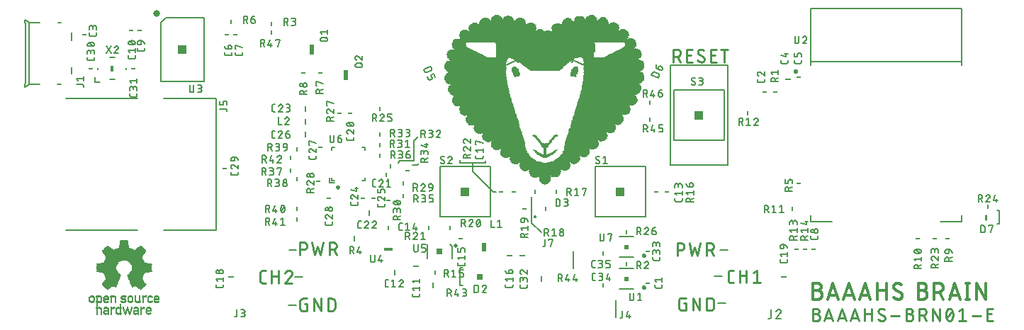
<source format=gbr>
G04 EAGLE Gerber RS-274X export*
G75*
%MOMM*%
%FSLAX34Y34*%
%LPD*%
%INSilkscreen Top*%
%IPPOS*%
%AMOC8*
5,1,8,0,0,1.08239X$1,22.5*%
G01*
%ADD10C,0.279400*%
%ADD11C,0.203200*%
%ADD12C,0.355600*%
%ADD13R,0.508000X0.254000*%
%ADD14C,0.152400*%
%ADD15R,0.762000X0.254000*%
%ADD16R,0.508000X1.270000*%
%ADD17R,0.254000X0.508000*%
%ADD18R,0.254000X0.762000*%
%ADD19C,0.127000*%
%ADD20C,0.508000*%
%ADD21R,0.762000X0.762000*%
%ADD22R,0.600000X1.000000*%
%ADD23C,0.200000*%
%ADD24R,1.016000X1.016000*%
%ADD25C,0.300000*%
%ADD26C,0.254000*%
%ADD27C,0.177800*%
%ADD28C,0.800000*%
%ADD29R,0.400000X0.800000*%
%ADD30R,1.000000X0.400000*%
%ADD31R,0.508000X0.508000*%
%ADD32R,0.155575X0.022225*%
%ADD33R,0.177800X0.022225*%
%ADD34R,0.133350X0.022225*%
%ADD35R,0.200025X0.022225*%
%ADD36R,0.311150X0.022225*%
%ADD37R,0.266700X0.022225*%
%ADD38R,0.333375X0.022225*%
%ADD39R,0.377825X0.022225*%
%ADD40R,0.355600X0.022225*%
%ADD41R,0.422275X0.022225*%
%ADD42R,0.400050X0.022225*%
%ADD43R,0.622300X0.022225*%
%ADD44R,0.488950X0.022225*%
%ADD45R,0.644525X0.022225*%
%ADD46R,0.222250X0.022225*%
%ADD47R,0.555625X0.022225*%
%ADD48R,0.666750X0.022225*%
%ADD49R,0.577850X0.022225*%
%ADD50R,0.688975X0.022225*%
%ADD51R,0.244475X0.022225*%
%ADD52R,0.288925X0.022225*%
%ADD53R,0.088900X0.022225*%
%ADD54R,0.044450X0.022225*%
%ADD55R,0.733425X0.022225*%
%ADD56R,0.600075X0.022225*%
%ADD57R,0.511175X0.022225*%
%ADD58R,0.022225X0.022225*%
%ADD59R,0.066675X0.022225*%
%ADD60R,0.533400X0.022225*%
%ADD61R,0.466725X0.022225*%
%ADD62R,0.444500X0.022225*%
%ADD63R,0.711200X0.022225*%
%ADD64R,0.111125X0.022225*%
%ADD65R,0.777875X0.022225*%
%ADD66R,0.844550X0.022225*%
%ADD67R,0.889000X0.022225*%
%ADD68R,0.955675X0.022225*%
%ADD69R,1.000125X0.022225*%
%ADD70R,1.066800X0.022225*%
%ADD71R,1.111250X0.022225*%
%ADD72R,1.600200X0.022225*%
%ADD73R,1.622425X0.022225*%
%ADD74R,1.666875X0.022225*%
%ADD75R,1.689100X0.022225*%
%ADD76R,1.711325X0.022225*%
%ADD77R,1.755775X0.022225*%
%ADD78R,1.778000X0.022225*%
%ADD79R,1.822450X0.022225*%
%ADD80R,1.800225X0.022225*%
%ADD81R,1.733550X0.022225*%
%ADD82R,1.644650X0.022225*%
%ADD83R,1.844675X0.022225*%
%ADD84R,1.866900X0.022225*%
%ADD85R,1.889125X0.022225*%
%ADD86R,1.911350X0.022225*%
%ADD87R,1.933575X0.022225*%
%ADD88R,1.955800X0.022225*%
%ADD89R,2.044700X0.022225*%
%ADD90R,2.133600X0.022225*%
%ADD91R,2.266950X0.022225*%
%ADD92R,2.355850X0.022225*%
%ADD93R,2.444750X0.022225*%
%ADD94R,2.466975X0.022225*%
%ADD95R,2.422525X0.022225*%
%ADD96R,2.400300X0.022225*%
%ADD97R,2.378075X0.022225*%
%ADD98R,2.489200X0.022225*%
%ADD99R,2.178050X0.022225*%
%ADD100R,2.000250X0.022225*%
%ADD101R,2.155825X0.022225*%
%ADD102R,4.556125X0.022225*%
%ADD103R,4.511675X0.022225*%
%ADD104R,4.467225X0.022225*%
%ADD105R,4.422775X0.022225*%
%ADD106R,4.378325X0.022225*%
%ADD107R,4.333875X0.022225*%
%ADD108R,4.289425X0.022225*%
%ADD109R,4.445000X0.022225*%
%ADD110R,4.600575X0.022225*%
%ADD111R,4.645025X0.022225*%
%ADD112R,4.689475X0.022225*%
%ADD113R,4.733925X0.022225*%
%ADD114R,4.778375X0.022225*%
%ADD115R,4.822825X0.022225*%
%ADD116R,4.867275X0.022225*%
%ADD117R,4.911725X0.022225*%
%ADD118R,4.956175X0.022225*%
%ADD119R,5.000625X0.022225*%
%ADD120R,5.045075X0.022225*%
%ADD121R,5.089525X0.022225*%
%ADD122R,5.133975X0.022225*%
%ADD123R,5.178425X0.022225*%
%ADD124R,5.222875X0.022225*%
%ADD125R,5.267325X0.022225*%
%ADD126R,1.222375X0.022225*%
%ADD127R,1.177925X0.022225*%
%ADD128R,2.289175X0.022225*%
%ADD129R,2.200275X0.022225*%
%ADD130R,2.111375X0.022225*%
%ADD131R,1.978025X0.022225*%
%ADD132R,1.533525X0.022225*%
%ADD133R,1.444625X0.022225*%
%ADD134R,1.311275X0.022225*%
%ADD135R,1.266825X0.022225*%
%ADD136R,1.133475X0.022225*%
%ADD137R,1.089025X0.022225*%
%ADD138R,1.044575X0.022225*%
%ADD139R,0.911225X0.022225*%
%ADD140R,0.866775X0.022225*%
%ADD141R,0.213359X0.071119*%
%ADD142R,0.711200X0.071122*%
%ADD143R,0.853441X0.071119*%
%ADD144R,1.066800X0.071119*%
%ADD145R,1.137922X0.071122*%
%ADD146R,1.280159X0.071119*%
%ADD147R,1.280159X0.071122*%
%ADD148R,1.422400X0.071119*%
%ADD149R,1.422400X0.071122*%
%ADD150R,0.426722X0.071122*%
%ADD151R,0.711200X0.071119*%
%ADD152R,0.497838X0.071119*%
%ADD153R,2.346959X0.071119*%
%ADD154R,0.782319X0.071119*%
%ADD155R,2.346959X0.071122*%
%ADD156R,0.924563X0.071122*%
%ADD157R,3.484881X0.071119*%
%ADD158R,3.627119X0.071122*%
%ADD159R,3.698241X0.071119*%
%ADD160R,3.769359X0.071122*%
%ADD161R,3.769359X0.071119*%
%ADD162R,3.840478X0.071122*%
%ADD163R,0.284481X0.071119*%
%ADD164R,3.840478X0.071119*%
%ADD165R,0.426722X0.071119*%
%ADD166R,0.853441X0.071122*%
%ADD167R,3.698241X0.071122*%
%ADD168R,5.618481X0.071119*%
%ADD169R,5.760719X0.071122*%
%ADD170R,5.902959X0.071119*%
%ADD171R,5.974078X0.071119*%
%ADD172R,6.045200X0.071122*%
%ADD173R,6.045200X0.071119*%
%ADD174R,6.116322X0.071122*%
%ADD175R,6.116322X0.071119*%
%ADD176R,0.568959X0.071122*%
%ADD177R,0.284481X0.071122*%
%ADD178R,0.782322X0.071119*%
%ADD179R,2.773678X0.071122*%
%ADD180R,0.853438X0.071122*%
%ADD181R,3.484878X0.071119*%
%ADD182R,3.413759X0.071119*%
%ADD183R,3.342641X0.071119*%
%ADD184R,3.271519X0.071119*%
%ADD185R,3.129281X0.071122*%
%ADD186R,3.058159X0.071119*%
%ADD187R,2.987041X0.071119*%
%ADD188R,2.987041X0.071122*%
%ADD189R,2.844800X0.071119*%
%ADD190R,2.773678X0.071119*%
%ADD191R,2.773681X0.071119*%
%ADD192R,2.631441X0.071122*%
%ADD193R,0.497841X0.071119*%
%ADD194R,2.560319X0.071119*%
%ADD195R,0.782319X0.071122*%
%ADD196R,2.489200X0.071122*%
%ADD197R,3.342638X0.071119*%
%ADD198R,1.137922X0.071119*%
%ADD199R,2.346963X0.071119*%
%ADD200R,3.413759X0.071122*%
%ADD201R,1.635759X0.071122*%
%ADD202R,3.342641X0.071122*%
%ADD203R,3.413763X0.071119*%
%ADD204R,1.849122X0.071119*%
%ADD205R,0.355600X0.071122*%
%ADD206R,3.271519X0.071122*%
%ADD207R,0.568963X0.071119*%
%ADD208R,0.355600X0.071119*%
%ADD209R,0.568959X0.071119*%
%ADD210R,3.271522X0.071119*%
%ADD211R,0.426719X0.071119*%
%ADD212R,3.200400X0.071122*%
%ADD213R,3.200400X0.071119*%
%ADD214R,0.284478X0.071122*%
%ADD215R,3.129278X0.071122*%
%ADD216R,3.129281X0.071119*%
%ADD217R,0.142241X0.071119*%
%ADD218R,0.142238X0.071119*%
%ADD219R,3.129278X0.071119*%
%ADD220R,3.058163X0.071119*%
%ADD221R,3.911600X0.071119*%
%ADD222R,3.911600X0.071122*%
%ADD223R,0.497841X0.071122*%
%ADD224R,3.982719X0.071119*%
%ADD225R,0.640078X0.071119*%
%ADD226R,4.053841X0.071119*%
%ADD227R,4.053841X0.071122*%
%ADD228R,3.982719X0.071122*%
%ADD229R,3.982722X0.071119*%
%ADD230R,0.924559X0.071119*%
%ADD231R,0.995678X0.071122*%
%ADD232R,0.640081X0.071119*%
%ADD233R,3.982722X0.071122*%
%ADD234R,0.284478X0.071119*%
%ADD235R,3.840481X0.071119*%
%ADD236R,4.693919X0.071119*%
%ADD237R,4.765038X0.071122*%
%ADD238R,4.693922X0.071122*%
%ADD239R,4.836159X0.071119*%
%ADD240R,4.765041X0.071119*%
%ADD241R,4.836159X0.071122*%
%ADD242R,4.765041X0.071122*%
%ADD243R,4.907281X0.071119*%
%ADD244R,4.836163X0.071122*%
%ADD245R,4.836163X0.071119*%
%ADD246R,4.765038X0.071119*%
%ADD247R,0.213363X0.071119*%
%ADD248R,4.693919X0.071122*%
%ADD249R,4.622800X0.071119*%
%ADD250R,0.782322X0.071122*%
%ADD251R,4.551681X0.071122*%
%ADD252R,4.622800X0.071122*%
%ADD253R,0.568963X0.071122*%
%ADD254R,5.547359X0.071119*%
%ADD255R,5.405119X0.071119*%
%ADD256R,5.405122X0.071119*%
%ADD257R,5.547359X0.071122*%
%ADD258R,5.476241X0.071122*%
%ADD259R,5.618478X0.071119*%
%ADD260R,5.547363X0.071119*%
%ADD261R,5.618478X0.071122*%
%ADD262R,5.547363X0.071122*%
%ADD263R,5.618481X0.071122*%
%ADD264R,5.476241X0.071119*%
%ADD265R,5.334000X0.071122*%
%ADD266R,5.334000X0.071119*%
%ADD267R,6.116319X0.071122*%
%ADD268R,5.191759X0.071122*%
%ADD269R,0.640078X0.071122*%
%ADD270R,5.974081X0.071119*%
%ADD271R,6.187441X0.071119*%
%ADD272R,6.258559X0.071122*%
%ADD273R,6.187438X0.071119*%
%ADD274R,6.187438X0.071122*%
%ADD275R,6.258559X0.071119*%
%ADD276R,6.116319X0.071119*%
%ADD277R,6.187441X0.071122*%
%ADD278R,5.974081X0.071122*%
%ADD279R,5.902959X0.071122*%
%ADD280R,6.471919X0.071122*%
%ADD281R,5.831838X0.071122*%
%ADD282R,0.071119X0.071122*%
%ADD283R,6.614159X0.071119*%
%ADD284R,6.329681X0.071119*%
%ADD285R,6.471919X0.071119*%
%ADD286R,6.614159X0.071122*%
%ADD287R,6.543041X0.071122*%
%ADD288R,6.685281X0.071119*%
%ADD289R,6.685278X0.071122*%
%ADD290R,6.685278X0.071119*%
%ADD291R,6.614162X0.071119*%
%ADD292R,6.543041X0.071119*%
%ADD293R,6.471922X0.071119*%
%ADD294R,6.471922X0.071122*%
%ADD295R,6.400800X0.071119*%
%ADD296R,0.213359X0.071122*%
%ADD297R,6.329678X0.071122*%
%ADD298R,6.969759X0.071119*%
%ADD299R,6.329678X0.071119*%
%ADD300R,7.040878X0.071119*%
%ADD301R,6.756400X0.071119*%
%ADD302R,7.040881X0.071122*%
%ADD303R,6.898641X0.071122*%
%ADD304R,7.112000X0.071119*%
%ADD305R,7.183122X0.071122*%
%ADD306R,6.969763X0.071119*%
%ADD307R,7.183119X0.071119*%
%ADD308R,7.040881X0.071119*%
%ADD309R,7.183119X0.071122*%
%ADD310R,7.112000X0.071122*%
%ADD311R,7.040878X0.071122*%
%ADD312R,6.969763X0.071122*%
%ADD313R,6.969759X0.071122*%
%ADD314R,6.898641X0.071119*%
%ADD315R,6.827519X0.071122*%
%ADD316R,6.827519X0.071119*%
%ADD317R,6.756400X0.071122*%
%ADD318R,7.254238X0.071119*%
%ADD319R,7.254238X0.071122*%
%ADD320R,7.254241X0.071119*%
%ADD321R,7.254241X0.071122*%
%ADD322R,7.183122X0.071119*%
%ADD323R,6.898638X0.071119*%
%ADD324R,7.325359X0.071122*%
%ADD325R,7.396478X0.071119*%
%ADD326R,7.325359X0.071119*%
%ADD327R,7.396481X0.071122*%
%ADD328R,7.396481X0.071119*%
%ADD329R,7.467600X0.071122*%
%ADD330R,7.467600X0.071119*%
%ADD331R,0.142241X0.071122*%
%ADD332R,0.142238X0.071122*%
%ADD333R,0.853438X0.071119*%
%ADD334R,0.924559X0.071122*%
%ADD335R,6.827522X0.071119*%
%ADD336R,3.484878X0.071122*%
%ADD337R,4.196081X0.071119*%
%ADD338R,4.338319X0.071122*%
%ADD339R,0.497838X0.071122*%
%ADD340R,4.551681X0.071119*%
%ADD341R,7.396478X0.071122*%
%ADD342R,4.907281X0.071122*%
%ADD343R,5.120637X0.071119*%
%ADD344R,5.262881X0.071122*%
%ADD345R,7.609838X0.071122*%
%ADD346R,15.433041X0.071119*%
%ADD347R,9.743438X0.071119*%
%ADD348R,1.564641X0.071119*%
%ADD349R,4.480559X0.071119*%
%ADD350R,11.734800X0.071122*%
%ADD351R,4.409441X0.071122*%
%ADD352R,11.734800X0.071119*%
%ADD353R,4.267200X0.071119*%
%ADD354R,4.480563X0.071122*%
%ADD355R,4.124959X0.071122*%
%ADD356R,4.338322X0.071119*%
%ADD357R,3.769363X0.071122*%
%ADD358R,3.556000X0.071119*%
%ADD359R,11.805919X0.071119*%
%ADD360R,11.805919X0.071122*%
%ADD361R,2.915922X0.071122*%
%ADD362R,2.915919X0.071119*%
%ADD363R,2.702559X0.071119*%
%ADD364R,2.062481X0.071119*%
%ADD365R,2.204719X0.071119*%
%ADD366R,1.991359X0.071119*%
%ADD367R,1.564638X0.071119*%
%ADD368R,1.920241X0.071122*%
%ADD369R,1.493522X0.071122*%
%ADD370R,1.778000X0.071119*%
%ADD371R,1.706881X0.071122*%
%ADD372R,1.351278X0.071122*%
%ADD373R,1.635759X0.071119*%
%ADD374R,1.351281X0.071119*%
%ADD375R,1.706878X0.071119*%
%ADD376R,11.877041X0.071122*%
%ADD377R,11.877041X0.071119*%
%ADD378R,1.706881X0.071119*%
%ADD379R,21.904962X0.071122*%
%ADD380R,21.904962X0.071119*%
%ADD381R,21.762719X0.071122*%
%ADD382R,21.620481X0.071119*%
%ADD383R,21.478238X0.071119*%
%ADD384R,20.695919X0.071122*%
%ADD385R,20.055841X0.071119*%
%ADD386R,20.126959X0.071122*%
%ADD387R,20.126959X0.071119*%
%ADD388R,20.198078X0.071119*%
%ADD389R,20.269200X0.071122*%
%ADD390R,20.269200X0.071119*%
%ADD391R,20.198081X0.071119*%
%ADD392R,19.984719X0.071122*%
%ADD393R,19.913600X0.071119*%
%ADD394R,8.890000X0.071119*%
%ADD395R,9.032241X0.071119*%
%ADD396R,7.965438X0.071122*%
%ADD397R,8.036559X0.071122*%
%ADD398R,8.107681X0.071119*%
%ADD399R,8.036559X0.071119*%
%ADD400R,8.107681X0.071122*%
%ADD401R,8.107678X0.071122*%
%ADD402R,8.107678X0.071119*%
%ADD403R,7.965438X0.071119*%
%ADD404R,7.965441X0.071119*%
%ADD405R,7.965441X0.071122*%
%ADD406R,7.894319X0.071119*%
%ADD407R,0.995681X0.071119*%
%ADD408R,0.995681X0.071122*%
%ADD409R,0.426719X0.071122*%
%ADD410R,0.640081X0.071122*%
%ADD411R,5.405119X0.071122*%
%ADD412R,1.209041X0.071122*%
%ADD413R,1.209041X0.071119*%
%ADD414R,4.124959X0.071119*%
%ADD415R,2.773681X0.071122*%
%ADD416R,1.066800X0.071122*%
%ADD417R,1.137919X0.071122*%
%ADD418R,0.995678X0.071119*%
%ADD419R,1.351278X0.071119*%
%ADD420R,1.280163X0.071119*%
%ADD421R,1.280163X0.071122*%
%ADD422R,1.137919X0.071119*%


D10*
X396677Y50927D02*
X393347Y50927D01*
X393233Y50929D01*
X393120Y50935D01*
X393006Y50944D01*
X392894Y50958D01*
X392781Y50975D01*
X392669Y50997D01*
X392559Y51022D01*
X392449Y51050D01*
X392340Y51083D01*
X392232Y51119D01*
X392125Y51159D01*
X392020Y51203D01*
X391917Y51250D01*
X391815Y51300D01*
X391715Y51354D01*
X391617Y51412D01*
X391521Y51473D01*
X391427Y51536D01*
X391335Y51604D01*
X391245Y51674D01*
X391159Y51747D01*
X391074Y51823D01*
X390992Y51902D01*
X390913Y51984D01*
X390837Y52069D01*
X390764Y52155D01*
X390694Y52245D01*
X390626Y52337D01*
X390563Y52431D01*
X390502Y52527D01*
X390444Y52625D01*
X390390Y52725D01*
X390340Y52827D01*
X390293Y52930D01*
X390249Y53035D01*
X390209Y53142D01*
X390173Y53250D01*
X390140Y53359D01*
X390112Y53469D01*
X390087Y53579D01*
X390065Y53691D01*
X390048Y53804D01*
X390034Y53916D01*
X390025Y54030D01*
X390019Y54143D01*
X390017Y54257D01*
X390017Y62583D01*
X390019Y62697D01*
X390025Y62810D01*
X390034Y62924D01*
X390048Y63036D01*
X390065Y63149D01*
X390087Y63261D01*
X390112Y63371D01*
X390140Y63481D01*
X390173Y63590D01*
X390209Y63698D01*
X390249Y63805D01*
X390293Y63910D01*
X390340Y64013D01*
X390390Y64115D01*
X390444Y64215D01*
X390502Y64313D01*
X390563Y64409D01*
X390626Y64503D01*
X390694Y64595D01*
X390764Y64685D01*
X390837Y64771D01*
X390913Y64856D01*
X390992Y64938D01*
X391074Y65017D01*
X391158Y65093D01*
X391245Y65166D01*
X391335Y65236D01*
X391427Y65303D01*
X391521Y65367D01*
X391617Y65428D01*
X391715Y65486D01*
X391815Y65540D01*
X391917Y65590D01*
X392020Y65637D01*
X392125Y65681D01*
X392232Y65721D01*
X392340Y65757D01*
X392449Y65790D01*
X392559Y65818D01*
X392669Y65843D01*
X392781Y65865D01*
X392894Y65882D01*
X393006Y65896D01*
X393120Y65905D01*
X393233Y65911D01*
X393347Y65913D01*
X396677Y65913D01*
X403624Y65913D02*
X403624Y50927D01*
X403624Y59253D02*
X411949Y59253D01*
X411949Y65913D02*
X411949Y50927D01*
X424355Y65914D02*
X424475Y65912D01*
X424595Y65906D01*
X424715Y65897D01*
X424834Y65883D01*
X424953Y65866D01*
X425071Y65845D01*
X425189Y65820D01*
X425305Y65791D01*
X425421Y65759D01*
X425536Y65723D01*
X425649Y65683D01*
X425761Y65640D01*
X425872Y65593D01*
X425981Y65543D01*
X426088Y65489D01*
X426194Y65432D01*
X426297Y65371D01*
X426399Y65307D01*
X426499Y65240D01*
X426596Y65170D01*
X426691Y65097D01*
X426784Y65020D01*
X426874Y64941D01*
X426962Y64859D01*
X427047Y64774D01*
X427129Y64686D01*
X427208Y64596D01*
X427285Y64503D01*
X427358Y64408D01*
X427428Y64311D01*
X427495Y64211D01*
X427559Y64109D01*
X427620Y64006D01*
X427677Y63900D01*
X427731Y63793D01*
X427781Y63684D01*
X427828Y63573D01*
X427871Y63461D01*
X427911Y63348D01*
X427947Y63233D01*
X427979Y63117D01*
X428008Y63001D01*
X428033Y62883D01*
X428054Y62765D01*
X428071Y62646D01*
X428085Y62527D01*
X428094Y62407D01*
X428100Y62287D01*
X428102Y62167D01*
X424355Y65913D02*
X424217Y65911D01*
X424080Y65905D01*
X423943Y65895D01*
X423806Y65882D01*
X423670Y65864D01*
X423534Y65842D01*
X423398Y65817D01*
X423264Y65788D01*
X423131Y65755D01*
X422998Y65718D01*
X422867Y65677D01*
X422736Y65633D01*
X422608Y65585D01*
X422480Y65533D01*
X422354Y65477D01*
X422230Y65418D01*
X422107Y65356D01*
X421987Y65290D01*
X421868Y65221D01*
X421751Y65148D01*
X421637Y65072D01*
X421524Y64992D01*
X421414Y64910D01*
X421306Y64824D01*
X421201Y64736D01*
X421099Y64644D01*
X420999Y64550D01*
X420901Y64452D01*
X420807Y64352D01*
X420716Y64249D01*
X420627Y64144D01*
X420542Y64036D01*
X420459Y63926D01*
X420380Y63814D01*
X420304Y63699D01*
X420231Y63582D01*
X420162Y63463D01*
X420096Y63343D01*
X420034Y63220D01*
X419975Y63096D01*
X419920Y62970D01*
X419868Y62842D01*
X419820Y62713D01*
X419776Y62583D01*
X426852Y59253D02*
X426942Y59341D01*
X427028Y59432D01*
X427112Y59525D01*
X427193Y59621D01*
X427271Y59719D01*
X427345Y59819D01*
X427417Y59922D01*
X427485Y60027D01*
X427550Y60135D01*
X427612Y60244D01*
X427670Y60355D01*
X427725Y60468D01*
X427776Y60582D01*
X427823Y60698D01*
X427867Y60815D01*
X427907Y60934D01*
X427944Y61054D01*
X427977Y61175D01*
X428006Y61297D01*
X428031Y61419D01*
X428052Y61543D01*
X428070Y61667D01*
X428083Y61792D01*
X428093Y61917D01*
X428099Y62042D01*
X428101Y62167D01*
X426853Y59253D02*
X419776Y50927D01*
X428101Y50927D01*
X443597Y25725D02*
X446095Y25725D01*
X446095Y17399D01*
X441099Y17399D01*
X440985Y17401D01*
X440872Y17407D01*
X440758Y17416D01*
X440646Y17430D01*
X440533Y17447D01*
X440421Y17469D01*
X440311Y17494D01*
X440201Y17522D01*
X440092Y17555D01*
X439984Y17591D01*
X439877Y17631D01*
X439772Y17675D01*
X439669Y17722D01*
X439567Y17772D01*
X439467Y17826D01*
X439369Y17884D01*
X439273Y17945D01*
X439179Y18008D01*
X439087Y18076D01*
X438997Y18146D01*
X438911Y18219D01*
X438826Y18295D01*
X438744Y18374D01*
X438665Y18456D01*
X438589Y18541D01*
X438516Y18627D01*
X438446Y18717D01*
X438378Y18809D01*
X438315Y18903D01*
X438254Y18999D01*
X438196Y19097D01*
X438142Y19197D01*
X438092Y19299D01*
X438045Y19402D01*
X438001Y19507D01*
X437961Y19614D01*
X437925Y19722D01*
X437892Y19831D01*
X437864Y19941D01*
X437839Y20051D01*
X437817Y20163D01*
X437800Y20276D01*
X437786Y20388D01*
X437777Y20502D01*
X437771Y20615D01*
X437769Y20729D01*
X437769Y29055D01*
X437771Y29169D01*
X437777Y29282D01*
X437786Y29396D01*
X437800Y29508D01*
X437817Y29621D01*
X437839Y29733D01*
X437864Y29843D01*
X437892Y29953D01*
X437925Y30062D01*
X437961Y30170D01*
X438001Y30277D01*
X438045Y30382D01*
X438092Y30485D01*
X438142Y30587D01*
X438196Y30687D01*
X438254Y30785D01*
X438315Y30881D01*
X438378Y30975D01*
X438446Y31067D01*
X438516Y31157D01*
X438589Y31243D01*
X438665Y31328D01*
X438744Y31410D01*
X438826Y31489D01*
X438910Y31565D01*
X438997Y31638D01*
X439087Y31708D01*
X439179Y31775D01*
X439273Y31839D01*
X439369Y31900D01*
X439467Y31958D01*
X439567Y32012D01*
X439669Y32062D01*
X439772Y32109D01*
X439877Y32153D01*
X439984Y32193D01*
X440092Y32229D01*
X440201Y32262D01*
X440311Y32290D01*
X440421Y32315D01*
X440533Y32337D01*
X440646Y32354D01*
X440758Y32368D01*
X440872Y32377D01*
X440985Y32383D01*
X441099Y32385D01*
X446095Y32385D01*
X454442Y32385D02*
X454442Y17399D01*
X462768Y17399D02*
X454442Y32385D01*
X462768Y32385D02*
X462768Y17399D01*
X471116Y17399D02*
X471116Y32385D01*
X475278Y32385D01*
X475406Y32383D01*
X475534Y32377D01*
X475662Y32367D01*
X475790Y32353D01*
X475917Y32336D01*
X476043Y32314D01*
X476169Y32289D01*
X476293Y32259D01*
X476417Y32226D01*
X476540Y32189D01*
X476662Y32148D01*
X476782Y32104D01*
X476901Y32056D01*
X477018Y32004D01*
X477134Y31949D01*
X477247Y31890D01*
X477360Y31827D01*
X477470Y31761D01*
X477577Y31692D01*
X477683Y31620D01*
X477787Y31544D01*
X477888Y31465D01*
X477987Y31383D01*
X478083Y31298D01*
X478176Y31211D01*
X478267Y31120D01*
X478354Y31027D01*
X478439Y30931D01*
X478521Y30832D01*
X478600Y30731D01*
X478676Y30627D01*
X478748Y30521D01*
X478817Y30414D01*
X478883Y30304D01*
X478946Y30191D01*
X479005Y30078D01*
X479060Y29962D01*
X479112Y29845D01*
X479160Y29726D01*
X479204Y29606D01*
X479245Y29484D01*
X479282Y29361D01*
X479315Y29237D01*
X479345Y29113D01*
X479370Y28987D01*
X479392Y28861D01*
X479409Y28734D01*
X479423Y28606D01*
X479433Y28478D01*
X479439Y28350D01*
X479441Y28222D01*
X479441Y21562D01*
X479439Y21434D01*
X479433Y21306D01*
X479423Y21178D01*
X479409Y21050D01*
X479392Y20923D01*
X479370Y20797D01*
X479345Y20671D01*
X479315Y20547D01*
X479282Y20423D01*
X479245Y20300D01*
X479204Y20178D01*
X479160Y20058D01*
X479112Y19939D01*
X479060Y19822D01*
X479005Y19706D01*
X478946Y19593D01*
X478883Y19480D01*
X478817Y19370D01*
X478748Y19263D01*
X478676Y19157D01*
X478600Y19053D01*
X478521Y18952D01*
X478439Y18853D01*
X478354Y18757D01*
X478267Y18664D01*
X478176Y18573D01*
X478083Y18486D01*
X477987Y18401D01*
X477888Y18319D01*
X477787Y18240D01*
X477683Y18164D01*
X477577Y18092D01*
X477470Y18023D01*
X477360Y17957D01*
X477247Y17894D01*
X477134Y17835D01*
X477018Y17780D01*
X476901Y17728D01*
X476782Y17680D01*
X476662Y17636D01*
X476540Y17595D01*
X476417Y17558D01*
X476293Y17525D01*
X476169Y17495D01*
X476043Y17470D01*
X475917Y17448D01*
X475790Y17431D01*
X475662Y17417D01*
X475534Y17407D01*
X475406Y17401D01*
X475278Y17399D01*
X471116Y17399D01*
X888365Y83693D02*
X888365Y98679D01*
X892528Y98679D01*
X892656Y98677D01*
X892784Y98671D01*
X892912Y98661D01*
X893040Y98647D01*
X893167Y98630D01*
X893293Y98608D01*
X893419Y98583D01*
X893543Y98553D01*
X893667Y98520D01*
X893790Y98483D01*
X893912Y98442D01*
X894032Y98398D01*
X894151Y98350D01*
X894268Y98298D01*
X894384Y98243D01*
X894497Y98184D01*
X894610Y98121D01*
X894720Y98055D01*
X894827Y97986D01*
X894933Y97914D01*
X895037Y97838D01*
X895138Y97759D01*
X895237Y97677D01*
X895333Y97592D01*
X895426Y97505D01*
X895517Y97414D01*
X895604Y97321D01*
X895689Y97225D01*
X895771Y97126D01*
X895850Y97025D01*
X895926Y96921D01*
X895998Y96815D01*
X896067Y96708D01*
X896133Y96597D01*
X896196Y96485D01*
X896255Y96372D01*
X896310Y96256D01*
X896362Y96139D01*
X896410Y96020D01*
X896454Y95900D01*
X896495Y95778D01*
X896532Y95655D01*
X896565Y95531D01*
X896595Y95407D01*
X896620Y95281D01*
X896642Y95155D01*
X896659Y95028D01*
X896673Y94900D01*
X896683Y94772D01*
X896689Y94644D01*
X896691Y94516D01*
X896689Y94388D01*
X896683Y94260D01*
X896673Y94132D01*
X896659Y94004D01*
X896642Y93877D01*
X896620Y93751D01*
X896595Y93625D01*
X896565Y93501D01*
X896532Y93377D01*
X896495Y93254D01*
X896454Y93132D01*
X896410Y93012D01*
X896362Y92893D01*
X896310Y92776D01*
X896255Y92660D01*
X896196Y92547D01*
X896133Y92434D01*
X896067Y92324D01*
X895998Y92217D01*
X895926Y92111D01*
X895850Y92007D01*
X895771Y91906D01*
X895689Y91807D01*
X895604Y91711D01*
X895517Y91618D01*
X895426Y91527D01*
X895333Y91440D01*
X895237Y91355D01*
X895138Y91273D01*
X895037Y91194D01*
X894933Y91118D01*
X894827Y91046D01*
X894720Y90977D01*
X894610Y90911D01*
X894497Y90848D01*
X894384Y90789D01*
X894268Y90734D01*
X894151Y90682D01*
X894032Y90634D01*
X893912Y90590D01*
X893790Y90549D01*
X893667Y90512D01*
X893543Y90479D01*
X893419Y90449D01*
X893293Y90424D01*
X893167Y90402D01*
X893040Y90385D01*
X892912Y90371D01*
X892784Y90361D01*
X892656Y90355D01*
X892528Y90353D01*
X888365Y90353D01*
X902744Y98679D02*
X906074Y83693D01*
X909404Y93684D01*
X912734Y83693D01*
X916065Y98679D01*
X923616Y98679D02*
X923616Y83693D01*
X923616Y98679D02*
X927779Y98679D01*
X927907Y98677D01*
X928035Y98671D01*
X928163Y98661D01*
X928291Y98647D01*
X928418Y98630D01*
X928544Y98608D01*
X928670Y98583D01*
X928794Y98553D01*
X928918Y98520D01*
X929041Y98483D01*
X929163Y98442D01*
X929283Y98398D01*
X929402Y98350D01*
X929519Y98298D01*
X929635Y98243D01*
X929748Y98184D01*
X929861Y98121D01*
X929971Y98055D01*
X930078Y97986D01*
X930184Y97914D01*
X930288Y97838D01*
X930389Y97759D01*
X930488Y97677D01*
X930584Y97592D01*
X930677Y97505D01*
X930768Y97414D01*
X930855Y97321D01*
X930940Y97225D01*
X931022Y97126D01*
X931101Y97025D01*
X931177Y96921D01*
X931249Y96815D01*
X931318Y96708D01*
X931384Y96597D01*
X931447Y96485D01*
X931506Y96372D01*
X931561Y96256D01*
X931613Y96139D01*
X931661Y96020D01*
X931705Y95900D01*
X931746Y95778D01*
X931783Y95655D01*
X931816Y95531D01*
X931846Y95407D01*
X931871Y95281D01*
X931893Y95155D01*
X931910Y95028D01*
X931924Y94900D01*
X931934Y94772D01*
X931940Y94644D01*
X931942Y94516D01*
X931940Y94388D01*
X931934Y94260D01*
X931924Y94132D01*
X931910Y94004D01*
X931893Y93877D01*
X931871Y93751D01*
X931846Y93625D01*
X931816Y93501D01*
X931783Y93377D01*
X931746Y93254D01*
X931705Y93132D01*
X931661Y93012D01*
X931613Y92893D01*
X931561Y92776D01*
X931506Y92660D01*
X931447Y92547D01*
X931384Y92434D01*
X931318Y92324D01*
X931249Y92217D01*
X931177Y92111D01*
X931101Y92007D01*
X931022Y91906D01*
X930940Y91807D01*
X930855Y91711D01*
X930768Y91618D01*
X930677Y91527D01*
X930584Y91440D01*
X930488Y91355D01*
X930389Y91273D01*
X930288Y91194D01*
X930184Y91118D01*
X930078Y91046D01*
X929971Y90977D01*
X929861Y90911D01*
X929748Y90848D01*
X929635Y90789D01*
X929519Y90734D01*
X929402Y90682D01*
X929283Y90634D01*
X929163Y90590D01*
X929041Y90549D01*
X928918Y90512D01*
X928794Y90479D01*
X928670Y90449D01*
X928544Y90424D01*
X928418Y90402D01*
X928291Y90385D01*
X928163Y90371D01*
X928035Y90361D01*
X927907Y90355D01*
X927779Y90353D01*
X923616Y90353D01*
X928611Y90353D02*
X931941Y83693D01*
X952655Y51181D02*
X955985Y51181D01*
X952655Y51181D02*
X952541Y51183D01*
X952428Y51189D01*
X952314Y51198D01*
X952202Y51212D01*
X952089Y51229D01*
X951977Y51251D01*
X951867Y51276D01*
X951757Y51304D01*
X951648Y51337D01*
X951540Y51373D01*
X951433Y51413D01*
X951328Y51457D01*
X951225Y51504D01*
X951123Y51554D01*
X951023Y51608D01*
X950925Y51666D01*
X950829Y51727D01*
X950735Y51790D01*
X950643Y51858D01*
X950553Y51928D01*
X950467Y52001D01*
X950382Y52077D01*
X950300Y52156D01*
X950221Y52238D01*
X950145Y52323D01*
X950072Y52409D01*
X950002Y52499D01*
X949934Y52591D01*
X949871Y52685D01*
X949810Y52781D01*
X949752Y52879D01*
X949698Y52979D01*
X949648Y53081D01*
X949601Y53184D01*
X949557Y53289D01*
X949517Y53396D01*
X949481Y53504D01*
X949448Y53613D01*
X949420Y53723D01*
X949395Y53833D01*
X949373Y53945D01*
X949356Y54058D01*
X949342Y54170D01*
X949333Y54284D01*
X949327Y54397D01*
X949325Y54511D01*
X949325Y62837D01*
X949327Y62951D01*
X949333Y63064D01*
X949342Y63178D01*
X949356Y63290D01*
X949373Y63403D01*
X949395Y63515D01*
X949420Y63625D01*
X949448Y63735D01*
X949481Y63844D01*
X949517Y63952D01*
X949557Y64059D01*
X949601Y64164D01*
X949648Y64267D01*
X949698Y64369D01*
X949752Y64469D01*
X949810Y64567D01*
X949871Y64663D01*
X949934Y64757D01*
X950002Y64849D01*
X950072Y64939D01*
X950145Y65025D01*
X950221Y65110D01*
X950300Y65192D01*
X950382Y65271D01*
X950466Y65347D01*
X950553Y65420D01*
X950643Y65490D01*
X950735Y65557D01*
X950829Y65621D01*
X950925Y65682D01*
X951023Y65740D01*
X951123Y65794D01*
X951225Y65844D01*
X951328Y65891D01*
X951433Y65935D01*
X951540Y65975D01*
X951648Y66011D01*
X951757Y66044D01*
X951867Y66072D01*
X951977Y66097D01*
X952089Y66119D01*
X952202Y66136D01*
X952314Y66150D01*
X952428Y66159D01*
X952541Y66165D01*
X952655Y66167D01*
X955985Y66167D01*
X962932Y66167D02*
X962932Y51181D01*
X962932Y59507D02*
X971257Y59507D01*
X971257Y66167D02*
X971257Y51181D01*
X979084Y62837D02*
X983247Y66167D01*
X983247Y51181D01*
X987409Y51181D02*
X979084Y51181D01*
X898723Y26487D02*
X896225Y26487D01*
X898723Y26487D02*
X898723Y18161D01*
X893727Y18161D01*
X893613Y18163D01*
X893500Y18169D01*
X893386Y18178D01*
X893274Y18192D01*
X893161Y18209D01*
X893049Y18231D01*
X892939Y18256D01*
X892829Y18284D01*
X892720Y18317D01*
X892612Y18353D01*
X892505Y18393D01*
X892400Y18437D01*
X892297Y18484D01*
X892195Y18534D01*
X892095Y18588D01*
X891997Y18646D01*
X891901Y18707D01*
X891807Y18770D01*
X891715Y18838D01*
X891625Y18908D01*
X891539Y18981D01*
X891454Y19057D01*
X891372Y19136D01*
X891293Y19218D01*
X891217Y19303D01*
X891144Y19389D01*
X891074Y19479D01*
X891006Y19571D01*
X890943Y19665D01*
X890882Y19761D01*
X890824Y19859D01*
X890770Y19959D01*
X890720Y20061D01*
X890673Y20164D01*
X890629Y20269D01*
X890589Y20376D01*
X890553Y20484D01*
X890520Y20593D01*
X890492Y20703D01*
X890467Y20813D01*
X890445Y20925D01*
X890428Y21038D01*
X890414Y21150D01*
X890405Y21264D01*
X890399Y21377D01*
X890397Y21491D01*
X890397Y29817D01*
X890399Y29931D01*
X890405Y30044D01*
X890414Y30158D01*
X890428Y30270D01*
X890445Y30383D01*
X890467Y30495D01*
X890492Y30605D01*
X890520Y30715D01*
X890553Y30824D01*
X890589Y30932D01*
X890629Y31039D01*
X890673Y31144D01*
X890720Y31247D01*
X890770Y31349D01*
X890824Y31449D01*
X890882Y31547D01*
X890943Y31643D01*
X891006Y31737D01*
X891074Y31829D01*
X891144Y31919D01*
X891217Y32005D01*
X891293Y32090D01*
X891372Y32172D01*
X891454Y32251D01*
X891538Y32327D01*
X891625Y32400D01*
X891715Y32470D01*
X891807Y32537D01*
X891901Y32601D01*
X891997Y32662D01*
X892095Y32720D01*
X892195Y32774D01*
X892297Y32824D01*
X892400Y32871D01*
X892505Y32915D01*
X892612Y32955D01*
X892720Y32991D01*
X892829Y33024D01*
X892939Y33052D01*
X893049Y33077D01*
X893161Y33099D01*
X893274Y33116D01*
X893386Y33130D01*
X893500Y33139D01*
X893613Y33145D01*
X893727Y33147D01*
X898723Y33147D01*
X907070Y33147D02*
X907070Y18161D01*
X915396Y18161D02*
X907070Y33147D01*
X915396Y33147D02*
X915396Y18161D01*
X923744Y18161D02*
X923744Y33147D01*
X927906Y33147D01*
X928034Y33145D01*
X928162Y33139D01*
X928290Y33129D01*
X928418Y33115D01*
X928545Y33098D01*
X928671Y33076D01*
X928797Y33051D01*
X928921Y33021D01*
X929045Y32988D01*
X929168Y32951D01*
X929290Y32910D01*
X929410Y32866D01*
X929529Y32818D01*
X929646Y32766D01*
X929762Y32711D01*
X929875Y32652D01*
X929988Y32589D01*
X930098Y32523D01*
X930205Y32454D01*
X930311Y32382D01*
X930415Y32306D01*
X930516Y32227D01*
X930615Y32145D01*
X930711Y32060D01*
X930804Y31973D01*
X930895Y31882D01*
X930982Y31789D01*
X931067Y31693D01*
X931149Y31594D01*
X931228Y31493D01*
X931304Y31389D01*
X931376Y31283D01*
X931445Y31176D01*
X931511Y31066D01*
X931574Y30953D01*
X931633Y30840D01*
X931688Y30724D01*
X931740Y30607D01*
X931788Y30488D01*
X931832Y30368D01*
X931873Y30246D01*
X931910Y30123D01*
X931943Y29999D01*
X931973Y29875D01*
X931998Y29749D01*
X932020Y29623D01*
X932037Y29496D01*
X932051Y29368D01*
X932061Y29240D01*
X932067Y29112D01*
X932069Y28984D01*
X932069Y22324D01*
X932067Y22196D01*
X932061Y22068D01*
X932051Y21940D01*
X932037Y21812D01*
X932020Y21685D01*
X931998Y21559D01*
X931973Y21433D01*
X931943Y21309D01*
X931910Y21185D01*
X931873Y21062D01*
X931832Y20940D01*
X931788Y20820D01*
X931740Y20701D01*
X931688Y20584D01*
X931633Y20468D01*
X931574Y20355D01*
X931511Y20242D01*
X931445Y20132D01*
X931376Y20025D01*
X931304Y19919D01*
X931228Y19815D01*
X931149Y19714D01*
X931067Y19615D01*
X930982Y19519D01*
X930895Y19426D01*
X930804Y19335D01*
X930711Y19248D01*
X930615Y19163D01*
X930516Y19081D01*
X930415Y19002D01*
X930311Y18926D01*
X930205Y18854D01*
X930098Y18785D01*
X929988Y18719D01*
X929875Y18656D01*
X929762Y18597D01*
X929646Y18542D01*
X929529Y18490D01*
X929410Y18442D01*
X929290Y18398D01*
X929168Y18357D01*
X929045Y18320D01*
X928921Y18287D01*
X928797Y18257D01*
X928671Y18232D01*
X928545Y18210D01*
X928418Y18193D01*
X928290Y18179D01*
X928162Y18169D01*
X928034Y18163D01*
X927906Y18161D01*
X923744Y18161D01*
D11*
X939292Y90424D02*
X948436Y90424D01*
X942086Y59182D02*
X932942Y59182D01*
X937260Y26924D02*
X946404Y26924D01*
X433578Y90678D02*
X424434Y90678D01*
D10*
X437769Y84455D02*
X437769Y99441D01*
X441932Y99441D01*
X442060Y99439D01*
X442188Y99433D01*
X442316Y99423D01*
X442444Y99409D01*
X442571Y99392D01*
X442697Y99370D01*
X442823Y99345D01*
X442947Y99315D01*
X443071Y99282D01*
X443194Y99245D01*
X443316Y99204D01*
X443436Y99160D01*
X443555Y99112D01*
X443672Y99060D01*
X443788Y99005D01*
X443901Y98946D01*
X444014Y98883D01*
X444124Y98817D01*
X444231Y98748D01*
X444337Y98676D01*
X444441Y98600D01*
X444542Y98521D01*
X444641Y98439D01*
X444737Y98354D01*
X444830Y98267D01*
X444921Y98176D01*
X445008Y98083D01*
X445093Y97987D01*
X445175Y97888D01*
X445254Y97787D01*
X445330Y97683D01*
X445402Y97577D01*
X445471Y97470D01*
X445537Y97359D01*
X445600Y97247D01*
X445659Y97134D01*
X445714Y97018D01*
X445766Y96901D01*
X445814Y96782D01*
X445858Y96662D01*
X445899Y96540D01*
X445936Y96417D01*
X445969Y96293D01*
X445999Y96169D01*
X446024Y96043D01*
X446046Y95917D01*
X446063Y95790D01*
X446077Y95662D01*
X446087Y95534D01*
X446093Y95406D01*
X446095Y95278D01*
X446093Y95150D01*
X446087Y95022D01*
X446077Y94894D01*
X446063Y94766D01*
X446046Y94639D01*
X446024Y94513D01*
X445999Y94387D01*
X445969Y94263D01*
X445936Y94139D01*
X445899Y94016D01*
X445858Y93894D01*
X445814Y93774D01*
X445766Y93655D01*
X445714Y93538D01*
X445659Y93422D01*
X445600Y93309D01*
X445537Y93196D01*
X445471Y93086D01*
X445402Y92979D01*
X445330Y92873D01*
X445254Y92769D01*
X445175Y92668D01*
X445093Y92569D01*
X445008Y92473D01*
X444921Y92380D01*
X444830Y92289D01*
X444737Y92202D01*
X444641Y92117D01*
X444542Y92035D01*
X444441Y91956D01*
X444337Y91880D01*
X444231Y91808D01*
X444124Y91739D01*
X444014Y91673D01*
X443901Y91610D01*
X443788Y91551D01*
X443672Y91496D01*
X443555Y91444D01*
X443436Y91396D01*
X443316Y91352D01*
X443194Y91311D01*
X443071Y91274D01*
X442947Y91241D01*
X442823Y91211D01*
X442697Y91186D01*
X442571Y91164D01*
X442444Y91147D01*
X442316Y91133D01*
X442188Y91123D01*
X442060Y91117D01*
X441932Y91115D01*
X437769Y91115D01*
X452148Y99441D02*
X455478Y84455D01*
X458808Y94446D01*
X462138Y84455D01*
X465469Y99441D01*
X473020Y99441D02*
X473020Y84455D01*
X473020Y99441D02*
X477183Y99441D01*
X477311Y99439D01*
X477439Y99433D01*
X477567Y99423D01*
X477695Y99409D01*
X477822Y99392D01*
X477948Y99370D01*
X478074Y99345D01*
X478198Y99315D01*
X478322Y99282D01*
X478445Y99245D01*
X478567Y99204D01*
X478687Y99160D01*
X478806Y99112D01*
X478923Y99060D01*
X479039Y99005D01*
X479152Y98946D01*
X479265Y98883D01*
X479375Y98817D01*
X479482Y98748D01*
X479588Y98676D01*
X479692Y98600D01*
X479793Y98521D01*
X479892Y98439D01*
X479988Y98354D01*
X480081Y98267D01*
X480172Y98176D01*
X480259Y98083D01*
X480344Y97987D01*
X480426Y97888D01*
X480505Y97787D01*
X480581Y97683D01*
X480653Y97577D01*
X480722Y97470D01*
X480788Y97359D01*
X480851Y97247D01*
X480910Y97134D01*
X480965Y97018D01*
X481017Y96901D01*
X481065Y96782D01*
X481109Y96662D01*
X481150Y96540D01*
X481187Y96417D01*
X481220Y96293D01*
X481250Y96169D01*
X481275Y96043D01*
X481297Y95917D01*
X481314Y95790D01*
X481328Y95662D01*
X481338Y95534D01*
X481344Y95406D01*
X481346Y95278D01*
X481344Y95150D01*
X481338Y95022D01*
X481328Y94894D01*
X481314Y94766D01*
X481297Y94639D01*
X481275Y94513D01*
X481250Y94387D01*
X481220Y94263D01*
X481187Y94139D01*
X481150Y94016D01*
X481109Y93894D01*
X481065Y93774D01*
X481017Y93655D01*
X480965Y93538D01*
X480910Y93422D01*
X480851Y93309D01*
X480788Y93196D01*
X480722Y93086D01*
X480653Y92979D01*
X480581Y92873D01*
X480505Y92769D01*
X480426Y92668D01*
X480344Y92569D01*
X480259Y92473D01*
X480172Y92380D01*
X480081Y92289D01*
X479988Y92202D01*
X479892Y92117D01*
X479793Y92035D01*
X479692Y91956D01*
X479588Y91880D01*
X479482Y91808D01*
X479375Y91739D01*
X479265Y91673D01*
X479152Y91610D01*
X479039Y91551D01*
X478923Y91496D01*
X478806Y91444D01*
X478687Y91396D01*
X478567Y91352D01*
X478445Y91311D01*
X478322Y91274D01*
X478198Y91241D01*
X478074Y91211D01*
X477948Y91186D01*
X477822Y91164D01*
X477695Y91147D01*
X477567Y91133D01*
X477439Y91123D01*
X477311Y91117D01*
X477183Y91115D01*
X473020Y91115D01*
X478015Y91115D02*
X481345Y84455D01*
D11*
X440944Y58420D02*
X431800Y58420D01*
X432816Y24638D02*
X423672Y24638D01*
D10*
X884047Y315087D02*
X884047Y330073D01*
X888210Y330073D01*
X888338Y330071D01*
X888466Y330065D01*
X888594Y330055D01*
X888722Y330041D01*
X888849Y330024D01*
X888975Y330002D01*
X889101Y329977D01*
X889225Y329947D01*
X889349Y329914D01*
X889472Y329877D01*
X889594Y329836D01*
X889714Y329792D01*
X889833Y329744D01*
X889950Y329692D01*
X890066Y329637D01*
X890179Y329578D01*
X890292Y329515D01*
X890402Y329449D01*
X890509Y329380D01*
X890615Y329308D01*
X890719Y329232D01*
X890820Y329153D01*
X890919Y329071D01*
X891015Y328986D01*
X891108Y328899D01*
X891199Y328808D01*
X891286Y328715D01*
X891371Y328619D01*
X891453Y328520D01*
X891532Y328419D01*
X891608Y328315D01*
X891680Y328209D01*
X891749Y328102D01*
X891815Y327992D01*
X891878Y327879D01*
X891937Y327766D01*
X891992Y327650D01*
X892044Y327533D01*
X892092Y327414D01*
X892136Y327294D01*
X892177Y327172D01*
X892214Y327049D01*
X892247Y326925D01*
X892277Y326801D01*
X892302Y326675D01*
X892324Y326549D01*
X892341Y326422D01*
X892355Y326294D01*
X892365Y326166D01*
X892371Y326038D01*
X892373Y325910D01*
X892371Y325782D01*
X892365Y325654D01*
X892355Y325526D01*
X892341Y325398D01*
X892324Y325271D01*
X892302Y325145D01*
X892277Y325019D01*
X892247Y324895D01*
X892214Y324771D01*
X892177Y324648D01*
X892136Y324526D01*
X892092Y324406D01*
X892044Y324287D01*
X891992Y324170D01*
X891937Y324054D01*
X891878Y323941D01*
X891815Y323829D01*
X891749Y323718D01*
X891680Y323611D01*
X891608Y323505D01*
X891532Y323401D01*
X891453Y323300D01*
X891371Y323201D01*
X891286Y323105D01*
X891199Y323012D01*
X891108Y322921D01*
X891015Y322834D01*
X890919Y322749D01*
X890820Y322667D01*
X890719Y322588D01*
X890615Y322512D01*
X890509Y322440D01*
X890402Y322371D01*
X890292Y322305D01*
X890179Y322242D01*
X890066Y322183D01*
X889950Y322128D01*
X889833Y322076D01*
X889714Y322028D01*
X889594Y321984D01*
X889472Y321943D01*
X889349Y321906D01*
X889225Y321873D01*
X889101Y321843D01*
X888975Y321818D01*
X888849Y321796D01*
X888722Y321779D01*
X888594Y321765D01*
X888466Y321755D01*
X888338Y321749D01*
X888210Y321747D01*
X884047Y321747D01*
X889042Y321747D02*
X892373Y315087D01*
X900106Y315087D02*
X906767Y315087D01*
X900106Y315087D02*
X900106Y330073D01*
X906767Y330073D01*
X905101Y323413D02*
X900106Y323413D01*
X917561Y315087D02*
X917675Y315089D01*
X917788Y315095D01*
X917902Y315104D01*
X918014Y315118D01*
X918127Y315135D01*
X918239Y315157D01*
X918349Y315182D01*
X918459Y315210D01*
X918568Y315243D01*
X918676Y315279D01*
X918783Y315319D01*
X918888Y315363D01*
X918991Y315410D01*
X919093Y315460D01*
X919193Y315514D01*
X919291Y315572D01*
X919387Y315633D01*
X919481Y315697D01*
X919573Y315764D01*
X919663Y315834D01*
X919750Y315907D01*
X919834Y315983D01*
X919916Y316062D01*
X919995Y316144D01*
X920071Y316229D01*
X920144Y316315D01*
X920214Y316405D01*
X920282Y316497D01*
X920345Y316591D01*
X920406Y316687D01*
X920464Y316785D01*
X920518Y316885D01*
X920568Y316987D01*
X920615Y317090D01*
X920659Y317195D01*
X920699Y317302D01*
X920735Y317410D01*
X920768Y317519D01*
X920796Y317629D01*
X920821Y317739D01*
X920843Y317851D01*
X920860Y317964D01*
X920874Y318076D01*
X920883Y318190D01*
X920889Y318303D01*
X920891Y318417D01*
X917561Y315087D02*
X917393Y315089D01*
X917225Y315095D01*
X917057Y315105D01*
X916889Y315119D01*
X916721Y315137D01*
X916555Y315159D01*
X916388Y315185D01*
X916223Y315215D01*
X916058Y315249D01*
X915894Y315287D01*
X915731Y315329D01*
X915569Y315375D01*
X915408Y315425D01*
X915248Y315478D01*
X915090Y315535D01*
X914933Y315596D01*
X914778Y315661D01*
X914624Y315729D01*
X914472Y315802D01*
X914322Y315877D01*
X914173Y315957D01*
X914026Y316039D01*
X913882Y316126D01*
X913740Y316215D01*
X913599Y316309D01*
X913461Y316405D01*
X913326Y316505D01*
X913193Y316608D01*
X913062Y316714D01*
X912934Y316823D01*
X912808Y316935D01*
X912686Y317050D01*
X912566Y317168D01*
X912983Y326743D02*
X912985Y326857D01*
X912991Y326970D01*
X913000Y327084D01*
X913014Y327196D01*
X913031Y327309D01*
X913053Y327421D01*
X913078Y327531D01*
X913106Y327641D01*
X913139Y327750D01*
X913175Y327858D01*
X913215Y327965D01*
X913259Y328070D01*
X913306Y328173D01*
X913356Y328275D01*
X913410Y328375D01*
X913468Y328473D01*
X913529Y328569D01*
X913592Y328663D01*
X913660Y328755D01*
X913730Y328845D01*
X913803Y328931D01*
X913879Y329016D01*
X913958Y329098D01*
X914040Y329177D01*
X914125Y329253D01*
X914211Y329326D01*
X914301Y329396D01*
X914393Y329464D01*
X914487Y329527D01*
X914583Y329588D01*
X914681Y329646D01*
X914781Y329700D01*
X914883Y329750D01*
X914986Y329797D01*
X915091Y329841D01*
X915198Y329881D01*
X915306Y329917D01*
X915415Y329950D01*
X915525Y329978D01*
X915635Y330003D01*
X915747Y330025D01*
X915860Y330042D01*
X915972Y330056D01*
X916086Y330065D01*
X916199Y330071D01*
X916313Y330073D01*
X916468Y330071D01*
X916622Y330065D01*
X916776Y330056D01*
X916930Y330042D01*
X917084Y330025D01*
X917237Y330004D01*
X917389Y329980D01*
X917541Y329951D01*
X917692Y329919D01*
X917843Y329883D01*
X917992Y329843D01*
X918140Y329800D01*
X918288Y329753D01*
X918434Y329702D01*
X918578Y329648D01*
X918722Y329590D01*
X918863Y329528D01*
X919004Y329464D01*
X919142Y329395D01*
X919279Y329324D01*
X919414Y329248D01*
X919547Y329170D01*
X919679Y329088D01*
X919808Y329003D01*
X919935Y328915D01*
X920059Y328824D01*
X914648Y323829D02*
X914551Y323888D01*
X914457Y323951D01*
X914364Y324016D01*
X914274Y324085D01*
X914186Y324156D01*
X914101Y324231D01*
X914018Y324308D01*
X913938Y324388D01*
X913860Y324470D01*
X913786Y324556D01*
X913714Y324643D01*
X913645Y324733D01*
X913579Y324825D01*
X913517Y324920D01*
X913457Y325016D01*
X913401Y325114D01*
X913348Y325215D01*
X913299Y325317D01*
X913253Y325420D01*
X913210Y325525D01*
X913171Y325631D01*
X913135Y325739D01*
X913104Y325848D01*
X913076Y325957D01*
X913051Y326068D01*
X913030Y326179D01*
X913013Y326291D01*
X913000Y326404D01*
X912991Y326517D01*
X912985Y326630D01*
X912983Y326743D01*
X919226Y321331D02*
X919323Y321272D01*
X919417Y321209D01*
X919510Y321144D01*
X919600Y321075D01*
X919688Y321004D01*
X919773Y320929D01*
X919856Y320852D01*
X919936Y320772D01*
X920014Y320690D01*
X920088Y320604D01*
X920160Y320517D01*
X920229Y320427D01*
X920295Y320335D01*
X920357Y320240D01*
X920417Y320144D01*
X920473Y320046D01*
X920526Y319945D01*
X920575Y319843D01*
X920622Y319740D01*
X920664Y319635D01*
X920703Y319529D01*
X920739Y319421D01*
X920770Y319312D01*
X920798Y319203D01*
X920823Y319092D01*
X920844Y318981D01*
X920861Y318869D01*
X920874Y318756D01*
X920883Y318643D01*
X920889Y318530D01*
X920891Y318417D01*
X919227Y321331D02*
X914648Y323829D01*
X928242Y315087D02*
X934903Y315087D01*
X928242Y315087D02*
X928242Y330073D01*
X934903Y330073D01*
X933238Y323413D02*
X928242Y323413D01*
X944344Y330073D02*
X944344Y315087D01*
X940181Y330073D02*
X948507Y330073D01*
D11*
X879856Y311150D02*
X879856Y191770D01*
X948944Y191770D01*
X948944Y311150D01*
X879856Y311150D01*
D12*
X1050798Y41966D02*
X1056160Y41966D01*
X1056305Y41964D01*
X1056450Y41958D01*
X1056595Y41948D01*
X1056740Y41935D01*
X1056884Y41917D01*
X1057027Y41895D01*
X1057170Y41870D01*
X1057313Y41841D01*
X1057454Y41808D01*
X1057594Y41771D01*
X1057734Y41730D01*
X1057872Y41685D01*
X1058009Y41637D01*
X1058145Y41585D01*
X1058279Y41530D01*
X1058411Y41470D01*
X1058542Y41408D01*
X1058672Y41341D01*
X1058799Y41272D01*
X1058924Y41198D01*
X1059048Y41122D01*
X1059169Y41042D01*
X1059288Y40959D01*
X1059405Y40873D01*
X1059519Y40783D01*
X1059631Y40691D01*
X1059741Y40595D01*
X1059847Y40497D01*
X1059952Y40396D01*
X1060053Y40291D01*
X1060151Y40185D01*
X1060247Y40075D01*
X1060339Y39963D01*
X1060429Y39849D01*
X1060515Y39732D01*
X1060598Y39613D01*
X1060678Y39492D01*
X1060754Y39368D01*
X1060828Y39243D01*
X1060897Y39116D01*
X1060964Y38986D01*
X1061026Y38855D01*
X1061086Y38723D01*
X1061141Y38589D01*
X1061193Y38453D01*
X1061241Y38316D01*
X1061286Y38178D01*
X1061327Y38038D01*
X1061364Y37898D01*
X1061397Y37757D01*
X1061426Y37614D01*
X1061451Y37471D01*
X1061473Y37328D01*
X1061491Y37184D01*
X1061504Y37039D01*
X1061514Y36894D01*
X1061520Y36749D01*
X1061522Y36604D01*
X1061520Y36459D01*
X1061514Y36314D01*
X1061504Y36169D01*
X1061491Y36024D01*
X1061473Y35880D01*
X1061451Y35737D01*
X1061426Y35594D01*
X1061397Y35451D01*
X1061364Y35310D01*
X1061327Y35170D01*
X1061286Y35030D01*
X1061241Y34892D01*
X1061193Y34755D01*
X1061141Y34619D01*
X1061086Y34485D01*
X1061026Y34353D01*
X1060964Y34222D01*
X1060897Y34092D01*
X1060828Y33965D01*
X1060754Y33840D01*
X1060678Y33716D01*
X1060598Y33595D01*
X1060515Y33476D01*
X1060429Y33359D01*
X1060339Y33245D01*
X1060247Y33133D01*
X1060151Y33023D01*
X1060053Y32917D01*
X1059952Y32812D01*
X1059847Y32711D01*
X1059741Y32613D01*
X1059631Y32517D01*
X1059519Y32425D01*
X1059405Y32335D01*
X1059288Y32249D01*
X1059169Y32166D01*
X1059048Y32086D01*
X1058924Y32010D01*
X1058799Y31936D01*
X1058672Y31867D01*
X1058542Y31800D01*
X1058411Y31738D01*
X1058279Y31678D01*
X1058145Y31623D01*
X1058009Y31571D01*
X1057872Y31523D01*
X1057734Y31478D01*
X1057594Y31437D01*
X1057454Y31400D01*
X1057313Y31367D01*
X1057170Y31338D01*
X1057027Y31313D01*
X1056884Y31291D01*
X1056740Y31273D01*
X1056595Y31260D01*
X1056450Y31250D01*
X1056305Y31244D01*
X1056160Y31242D01*
X1050798Y31242D01*
X1050798Y50546D01*
X1056160Y50546D01*
X1056290Y50544D01*
X1056419Y50538D01*
X1056548Y50528D01*
X1056677Y50515D01*
X1056805Y50497D01*
X1056933Y50476D01*
X1057060Y50450D01*
X1057187Y50421D01*
X1057312Y50388D01*
X1057436Y50352D01*
X1057559Y50311D01*
X1057681Y50267D01*
X1057802Y50219D01*
X1057921Y50168D01*
X1058038Y50113D01*
X1058154Y50055D01*
X1058267Y49993D01*
X1058379Y49927D01*
X1058489Y49859D01*
X1058597Y49787D01*
X1058703Y49711D01*
X1058806Y49633D01*
X1058907Y49552D01*
X1059005Y49467D01*
X1059100Y49380D01*
X1059193Y49289D01*
X1059284Y49196D01*
X1059371Y49101D01*
X1059456Y49003D01*
X1059537Y48902D01*
X1059615Y48799D01*
X1059691Y48693D01*
X1059763Y48585D01*
X1059831Y48475D01*
X1059897Y48363D01*
X1059959Y48250D01*
X1060017Y48134D01*
X1060072Y48017D01*
X1060123Y47898D01*
X1060171Y47777D01*
X1060215Y47655D01*
X1060256Y47532D01*
X1060292Y47408D01*
X1060325Y47283D01*
X1060354Y47156D01*
X1060380Y47029D01*
X1060401Y46901D01*
X1060419Y46773D01*
X1060432Y46644D01*
X1060442Y46515D01*
X1060448Y46386D01*
X1060450Y46256D01*
X1060448Y46126D01*
X1060442Y45997D01*
X1060432Y45868D01*
X1060419Y45739D01*
X1060401Y45611D01*
X1060380Y45483D01*
X1060354Y45356D01*
X1060325Y45229D01*
X1060292Y45104D01*
X1060256Y44980D01*
X1060215Y44857D01*
X1060171Y44735D01*
X1060123Y44614D01*
X1060072Y44495D01*
X1060017Y44378D01*
X1059959Y44262D01*
X1059897Y44149D01*
X1059831Y44037D01*
X1059763Y43927D01*
X1059691Y43819D01*
X1059615Y43713D01*
X1059537Y43610D01*
X1059456Y43509D01*
X1059371Y43411D01*
X1059284Y43316D01*
X1059193Y43223D01*
X1059100Y43132D01*
X1059005Y43045D01*
X1058907Y42960D01*
X1058806Y42879D01*
X1058703Y42801D01*
X1058597Y42725D01*
X1058489Y42653D01*
X1058379Y42585D01*
X1058267Y42519D01*
X1058154Y42457D01*
X1058038Y42399D01*
X1057921Y42344D01*
X1057802Y42293D01*
X1057681Y42245D01*
X1057559Y42201D01*
X1057436Y42160D01*
X1057312Y42124D01*
X1057187Y42091D01*
X1057060Y42062D01*
X1056933Y42036D01*
X1056805Y42015D01*
X1056677Y41997D01*
X1056548Y41984D01*
X1056419Y41974D01*
X1056290Y41968D01*
X1056160Y41966D01*
X1067986Y31242D02*
X1074420Y50546D01*
X1080855Y31242D01*
X1079246Y36068D02*
X1069594Y36068D01*
X1087212Y31242D02*
X1093647Y50546D01*
X1100081Y31242D01*
X1098473Y36068D02*
X1088821Y36068D01*
X1106438Y31242D02*
X1112873Y50546D01*
X1119308Y31242D01*
X1117699Y36068D02*
X1108047Y36068D01*
X1127378Y31242D02*
X1127378Y50546D01*
X1127378Y41966D02*
X1138102Y41966D01*
X1138102Y50546D02*
X1138102Y31242D01*
X1153039Y31242D02*
X1153169Y31244D01*
X1153298Y31250D01*
X1153427Y31260D01*
X1153556Y31273D01*
X1153684Y31291D01*
X1153812Y31312D01*
X1153939Y31338D01*
X1154066Y31367D01*
X1154191Y31400D01*
X1154315Y31436D01*
X1154438Y31477D01*
X1154560Y31521D01*
X1154681Y31569D01*
X1154800Y31620D01*
X1154917Y31675D01*
X1155033Y31733D01*
X1155146Y31795D01*
X1155258Y31861D01*
X1155368Y31929D01*
X1155476Y32001D01*
X1155582Y32077D01*
X1155685Y32155D01*
X1155786Y32236D01*
X1155884Y32321D01*
X1155979Y32408D01*
X1156072Y32499D01*
X1156163Y32592D01*
X1156250Y32687D01*
X1156335Y32785D01*
X1156416Y32886D01*
X1156494Y32989D01*
X1156570Y33095D01*
X1156642Y33203D01*
X1156710Y33313D01*
X1156776Y33425D01*
X1156838Y33538D01*
X1156896Y33654D01*
X1156951Y33771D01*
X1157002Y33890D01*
X1157050Y34011D01*
X1157094Y34133D01*
X1157135Y34256D01*
X1157171Y34380D01*
X1157204Y34505D01*
X1157233Y34632D01*
X1157259Y34759D01*
X1157280Y34887D01*
X1157298Y35015D01*
X1157311Y35144D01*
X1157321Y35273D01*
X1157327Y35402D01*
X1157329Y35532D01*
X1153039Y31242D02*
X1152822Y31245D01*
X1152606Y31252D01*
X1152389Y31265D01*
X1152173Y31283D01*
X1151957Y31307D01*
X1151743Y31335D01*
X1151528Y31369D01*
X1151315Y31408D01*
X1151103Y31451D01*
X1150891Y31500D01*
X1150681Y31554D01*
X1150473Y31613D01*
X1150266Y31677D01*
X1150060Y31746D01*
X1149856Y31819D01*
X1149654Y31898D01*
X1149454Y31981D01*
X1149256Y32070D01*
X1149060Y32162D01*
X1148866Y32260D01*
X1148675Y32362D01*
X1148486Y32469D01*
X1148300Y32580D01*
X1148117Y32695D01*
X1147936Y32815D01*
X1147758Y32940D01*
X1147584Y33068D01*
X1147412Y33201D01*
X1147244Y33337D01*
X1147079Y33478D01*
X1146917Y33623D01*
X1146759Y33771D01*
X1146604Y33923D01*
X1147140Y46256D02*
X1147142Y46386D01*
X1147148Y46515D01*
X1147158Y46644D01*
X1147171Y46773D01*
X1147189Y46901D01*
X1147210Y47029D01*
X1147236Y47156D01*
X1147265Y47283D01*
X1147298Y47408D01*
X1147334Y47532D01*
X1147375Y47655D01*
X1147419Y47777D01*
X1147467Y47898D01*
X1147518Y48017D01*
X1147573Y48134D01*
X1147631Y48250D01*
X1147693Y48363D01*
X1147759Y48475D01*
X1147827Y48585D01*
X1147899Y48693D01*
X1147975Y48799D01*
X1148053Y48902D01*
X1148134Y49003D01*
X1148219Y49101D01*
X1148306Y49196D01*
X1148397Y49289D01*
X1148490Y49380D01*
X1148585Y49467D01*
X1148684Y49552D01*
X1148784Y49633D01*
X1148887Y49711D01*
X1148993Y49787D01*
X1149101Y49859D01*
X1149211Y49927D01*
X1149323Y49993D01*
X1149436Y50055D01*
X1149552Y50113D01*
X1149669Y50168D01*
X1149788Y50219D01*
X1149909Y50267D01*
X1150031Y50311D01*
X1150154Y50352D01*
X1150278Y50388D01*
X1150403Y50421D01*
X1150530Y50450D01*
X1150657Y50476D01*
X1150785Y50497D01*
X1150913Y50515D01*
X1151042Y50528D01*
X1151171Y50538D01*
X1151300Y50544D01*
X1151430Y50546D01*
X1151622Y50544D01*
X1151813Y50537D01*
X1152005Y50525D01*
X1152196Y50509D01*
X1152386Y50489D01*
X1152576Y50464D01*
X1152766Y50434D01*
X1152954Y50400D01*
X1153142Y50362D01*
X1153329Y50319D01*
X1153515Y50271D01*
X1153699Y50219D01*
X1153882Y50163D01*
X1154064Y50102D01*
X1154245Y50037D01*
X1154423Y49968D01*
X1154600Y49895D01*
X1154776Y49817D01*
X1154949Y49735D01*
X1155120Y49649D01*
X1155290Y49559D01*
X1155457Y49465D01*
X1155621Y49368D01*
X1155784Y49266D01*
X1155944Y49160D01*
X1156101Y49051D01*
X1156256Y48937D01*
X1149285Y42502D02*
X1149175Y42570D01*
X1149066Y42640D01*
X1148960Y42714D01*
X1148856Y42791D01*
X1148755Y42870D01*
X1148655Y42953D01*
X1148559Y43039D01*
X1148464Y43128D01*
X1148373Y43219D01*
X1148284Y43313D01*
X1148198Y43409D01*
X1148115Y43509D01*
X1148035Y43610D01*
X1147958Y43714D01*
X1147885Y43820D01*
X1147814Y43928D01*
X1147747Y44038D01*
X1147682Y44151D01*
X1147622Y44265D01*
X1147564Y44381D01*
X1147510Y44498D01*
X1147460Y44617D01*
X1147413Y44738D01*
X1147370Y44859D01*
X1147330Y44982D01*
X1147294Y45107D01*
X1147262Y45232D01*
X1147234Y45358D01*
X1147209Y45485D01*
X1147188Y45612D01*
X1147171Y45740D01*
X1147157Y45869D01*
X1147148Y45998D01*
X1147142Y46127D01*
X1147140Y46256D01*
X1155184Y39286D02*
X1155294Y39218D01*
X1155403Y39148D01*
X1155509Y39074D01*
X1155613Y38997D01*
X1155714Y38918D01*
X1155814Y38835D01*
X1155910Y38749D01*
X1156005Y38660D01*
X1156096Y38569D01*
X1156185Y38475D01*
X1156271Y38379D01*
X1156354Y38279D01*
X1156434Y38178D01*
X1156511Y38074D01*
X1156584Y37968D01*
X1156655Y37860D01*
X1156722Y37750D01*
X1156787Y37637D01*
X1156847Y37523D01*
X1156905Y37407D01*
X1156959Y37290D01*
X1157009Y37171D01*
X1157056Y37050D01*
X1157099Y36929D01*
X1157139Y36806D01*
X1157175Y36682D01*
X1157207Y36556D01*
X1157235Y36430D01*
X1157260Y36303D01*
X1157281Y36176D01*
X1157298Y36048D01*
X1157312Y35919D01*
X1157321Y35790D01*
X1157327Y35661D01*
X1157329Y35532D01*
X1155184Y39285D02*
X1149285Y42503D01*
X1176410Y41966D02*
X1181772Y41966D01*
X1181917Y41964D01*
X1182062Y41958D01*
X1182207Y41948D01*
X1182352Y41935D01*
X1182496Y41917D01*
X1182639Y41895D01*
X1182782Y41870D01*
X1182925Y41841D01*
X1183066Y41808D01*
X1183206Y41771D01*
X1183346Y41730D01*
X1183484Y41685D01*
X1183621Y41637D01*
X1183757Y41585D01*
X1183891Y41530D01*
X1184023Y41470D01*
X1184154Y41408D01*
X1184284Y41341D01*
X1184411Y41272D01*
X1184536Y41198D01*
X1184660Y41122D01*
X1184781Y41042D01*
X1184900Y40959D01*
X1185017Y40873D01*
X1185131Y40783D01*
X1185243Y40691D01*
X1185353Y40595D01*
X1185459Y40497D01*
X1185564Y40396D01*
X1185665Y40291D01*
X1185763Y40185D01*
X1185859Y40075D01*
X1185951Y39963D01*
X1186041Y39849D01*
X1186127Y39732D01*
X1186210Y39613D01*
X1186290Y39492D01*
X1186366Y39368D01*
X1186440Y39243D01*
X1186509Y39116D01*
X1186576Y38986D01*
X1186638Y38855D01*
X1186698Y38723D01*
X1186753Y38589D01*
X1186805Y38453D01*
X1186853Y38316D01*
X1186898Y38178D01*
X1186939Y38038D01*
X1186976Y37898D01*
X1187009Y37757D01*
X1187038Y37614D01*
X1187063Y37471D01*
X1187085Y37328D01*
X1187103Y37184D01*
X1187116Y37039D01*
X1187126Y36894D01*
X1187132Y36749D01*
X1187134Y36604D01*
X1187132Y36459D01*
X1187126Y36314D01*
X1187116Y36169D01*
X1187103Y36024D01*
X1187085Y35880D01*
X1187063Y35737D01*
X1187038Y35594D01*
X1187009Y35451D01*
X1186976Y35310D01*
X1186939Y35170D01*
X1186898Y35030D01*
X1186853Y34892D01*
X1186805Y34755D01*
X1186753Y34619D01*
X1186698Y34485D01*
X1186638Y34353D01*
X1186576Y34222D01*
X1186509Y34092D01*
X1186440Y33965D01*
X1186366Y33840D01*
X1186290Y33716D01*
X1186210Y33595D01*
X1186127Y33476D01*
X1186041Y33359D01*
X1185951Y33245D01*
X1185859Y33133D01*
X1185763Y33023D01*
X1185665Y32917D01*
X1185564Y32812D01*
X1185459Y32711D01*
X1185353Y32613D01*
X1185243Y32517D01*
X1185131Y32425D01*
X1185017Y32335D01*
X1184900Y32249D01*
X1184781Y32166D01*
X1184660Y32086D01*
X1184536Y32010D01*
X1184411Y31936D01*
X1184284Y31867D01*
X1184154Y31800D01*
X1184023Y31738D01*
X1183891Y31678D01*
X1183757Y31623D01*
X1183621Y31571D01*
X1183484Y31523D01*
X1183346Y31478D01*
X1183206Y31437D01*
X1183066Y31400D01*
X1182925Y31367D01*
X1182782Y31338D01*
X1182639Y31313D01*
X1182496Y31291D01*
X1182352Y31273D01*
X1182207Y31260D01*
X1182062Y31250D01*
X1181917Y31244D01*
X1181772Y31242D01*
X1176410Y31242D01*
X1176410Y50546D01*
X1181772Y50546D01*
X1181902Y50544D01*
X1182031Y50538D01*
X1182160Y50528D01*
X1182289Y50515D01*
X1182417Y50497D01*
X1182545Y50476D01*
X1182672Y50450D01*
X1182799Y50421D01*
X1182924Y50388D01*
X1183048Y50352D01*
X1183171Y50311D01*
X1183293Y50267D01*
X1183414Y50219D01*
X1183533Y50168D01*
X1183650Y50113D01*
X1183766Y50055D01*
X1183879Y49993D01*
X1183991Y49927D01*
X1184101Y49859D01*
X1184209Y49787D01*
X1184315Y49711D01*
X1184418Y49633D01*
X1184519Y49552D01*
X1184617Y49467D01*
X1184712Y49380D01*
X1184805Y49289D01*
X1184896Y49196D01*
X1184983Y49101D01*
X1185068Y49003D01*
X1185149Y48902D01*
X1185227Y48799D01*
X1185303Y48693D01*
X1185375Y48585D01*
X1185443Y48475D01*
X1185509Y48363D01*
X1185571Y48250D01*
X1185629Y48134D01*
X1185684Y48017D01*
X1185735Y47898D01*
X1185783Y47777D01*
X1185827Y47655D01*
X1185868Y47532D01*
X1185904Y47408D01*
X1185937Y47283D01*
X1185966Y47156D01*
X1185992Y47029D01*
X1186013Y46901D01*
X1186031Y46773D01*
X1186044Y46644D01*
X1186054Y46515D01*
X1186060Y46386D01*
X1186062Y46256D01*
X1186060Y46126D01*
X1186054Y45997D01*
X1186044Y45868D01*
X1186031Y45739D01*
X1186013Y45611D01*
X1185992Y45483D01*
X1185966Y45356D01*
X1185937Y45229D01*
X1185904Y45104D01*
X1185868Y44980D01*
X1185827Y44857D01*
X1185783Y44735D01*
X1185735Y44614D01*
X1185684Y44495D01*
X1185629Y44378D01*
X1185571Y44262D01*
X1185509Y44149D01*
X1185443Y44037D01*
X1185375Y43927D01*
X1185303Y43819D01*
X1185227Y43713D01*
X1185149Y43610D01*
X1185068Y43509D01*
X1184983Y43411D01*
X1184896Y43316D01*
X1184805Y43223D01*
X1184712Y43132D01*
X1184617Y43045D01*
X1184519Y42960D01*
X1184418Y42879D01*
X1184315Y42801D01*
X1184209Y42725D01*
X1184101Y42653D01*
X1183991Y42585D01*
X1183879Y42519D01*
X1183766Y42457D01*
X1183650Y42399D01*
X1183533Y42344D01*
X1183414Y42293D01*
X1183293Y42245D01*
X1183171Y42201D01*
X1183048Y42160D01*
X1182924Y42124D01*
X1182799Y42091D01*
X1182672Y42062D01*
X1182545Y42036D01*
X1182417Y42015D01*
X1182289Y41997D01*
X1182160Y41984D01*
X1182031Y41974D01*
X1181902Y41968D01*
X1181772Y41966D01*
X1195452Y50546D02*
X1195452Y31242D01*
X1195452Y50546D02*
X1200814Y50546D01*
X1200959Y50544D01*
X1201104Y50538D01*
X1201249Y50528D01*
X1201394Y50515D01*
X1201538Y50497D01*
X1201681Y50475D01*
X1201824Y50450D01*
X1201967Y50421D01*
X1202108Y50388D01*
X1202248Y50351D01*
X1202388Y50310D01*
X1202526Y50265D01*
X1202663Y50217D01*
X1202799Y50165D01*
X1202933Y50110D01*
X1203065Y50050D01*
X1203196Y49988D01*
X1203326Y49921D01*
X1203453Y49852D01*
X1203578Y49778D01*
X1203702Y49702D01*
X1203823Y49622D01*
X1203942Y49539D01*
X1204059Y49453D01*
X1204173Y49363D01*
X1204285Y49271D01*
X1204395Y49175D01*
X1204501Y49077D01*
X1204606Y48976D01*
X1204707Y48871D01*
X1204805Y48765D01*
X1204901Y48655D01*
X1204993Y48543D01*
X1205083Y48429D01*
X1205169Y48312D01*
X1205252Y48193D01*
X1205332Y48072D01*
X1205408Y47948D01*
X1205482Y47823D01*
X1205551Y47696D01*
X1205618Y47566D01*
X1205680Y47435D01*
X1205740Y47303D01*
X1205795Y47169D01*
X1205847Y47033D01*
X1205895Y46896D01*
X1205940Y46758D01*
X1205981Y46618D01*
X1206018Y46478D01*
X1206051Y46337D01*
X1206080Y46194D01*
X1206105Y46051D01*
X1206127Y45908D01*
X1206145Y45764D01*
X1206158Y45619D01*
X1206168Y45474D01*
X1206174Y45329D01*
X1206176Y45184D01*
X1206174Y45039D01*
X1206168Y44894D01*
X1206158Y44749D01*
X1206145Y44604D01*
X1206127Y44460D01*
X1206105Y44317D01*
X1206080Y44174D01*
X1206051Y44031D01*
X1206018Y43890D01*
X1205981Y43750D01*
X1205940Y43610D01*
X1205895Y43472D01*
X1205847Y43335D01*
X1205795Y43199D01*
X1205740Y43065D01*
X1205680Y42933D01*
X1205618Y42802D01*
X1205551Y42672D01*
X1205482Y42545D01*
X1205408Y42420D01*
X1205332Y42296D01*
X1205252Y42175D01*
X1205169Y42056D01*
X1205083Y41939D01*
X1204993Y41825D01*
X1204901Y41713D01*
X1204805Y41603D01*
X1204707Y41497D01*
X1204606Y41392D01*
X1204501Y41291D01*
X1204395Y41193D01*
X1204285Y41097D01*
X1204173Y41005D01*
X1204059Y40915D01*
X1203942Y40829D01*
X1203823Y40746D01*
X1203702Y40666D01*
X1203578Y40590D01*
X1203453Y40516D01*
X1203326Y40447D01*
X1203196Y40380D01*
X1203065Y40318D01*
X1202933Y40258D01*
X1202799Y40203D01*
X1202663Y40151D01*
X1202526Y40103D01*
X1202388Y40058D01*
X1202248Y40017D01*
X1202108Y39980D01*
X1201967Y39947D01*
X1201824Y39918D01*
X1201681Y39893D01*
X1201538Y39871D01*
X1201394Y39853D01*
X1201249Y39840D01*
X1201104Y39830D01*
X1200959Y39824D01*
X1200814Y39822D01*
X1195452Y39822D01*
X1201887Y39822D02*
X1206176Y31242D01*
X1213465Y31242D02*
X1219900Y50546D01*
X1226334Y31242D01*
X1224726Y36068D02*
X1215074Y36068D01*
X1235281Y31242D02*
X1235281Y50546D01*
X1233136Y31242D02*
X1237426Y31242D01*
X1237426Y50546D02*
X1233136Y50546D01*
X1245940Y50546D02*
X1245940Y31242D01*
X1256665Y31242D02*
X1245940Y50546D01*
X1256665Y50546D02*
X1256665Y31242D01*
D10*
X1054580Y13787D02*
X1050417Y13787D01*
X1054580Y13787D02*
X1054708Y13785D01*
X1054836Y13779D01*
X1054964Y13769D01*
X1055092Y13755D01*
X1055219Y13738D01*
X1055345Y13716D01*
X1055471Y13691D01*
X1055595Y13661D01*
X1055719Y13628D01*
X1055842Y13591D01*
X1055964Y13550D01*
X1056084Y13506D01*
X1056203Y13458D01*
X1056320Y13406D01*
X1056436Y13351D01*
X1056549Y13292D01*
X1056662Y13229D01*
X1056772Y13163D01*
X1056879Y13094D01*
X1056985Y13022D01*
X1057089Y12946D01*
X1057190Y12867D01*
X1057289Y12785D01*
X1057385Y12700D01*
X1057478Y12613D01*
X1057569Y12522D01*
X1057656Y12429D01*
X1057741Y12333D01*
X1057823Y12234D01*
X1057902Y12133D01*
X1057978Y12029D01*
X1058050Y11923D01*
X1058119Y11816D01*
X1058185Y11705D01*
X1058248Y11593D01*
X1058307Y11480D01*
X1058362Y11364D01*
X1058414Y11247D01*
X1058462Y11128D01*
X1058506Y11008D01*
X1058547Y10886D01*
X1058584Y10763D01*
X1058617Y10639D01*
X1058647Y10515D01*
X1058672Y10389D01*
X1058694Y10263D01*
X1058711Y10136D01*
X1058725Y10008D01*
X1058735Y9880D01*
X1058741Y9752D01*
X1058743Y9624D01*
X1058741Y9496D01*
X1058735Y9368D01*
X1058725Y9240D01*
X1058711Y9112D01*
X1058694Y8985D01*
X1058672Y8859D01*
X1058647Y8733D01*
X1058617Y8609D01*
X1058584Y8485D01*
X1058547Y8362D01*
X1058506Y8240D01*
X1058462Y8120D01*
X1058414Y8001D01*
X1058362Y7884D01*
X1058307Y7768D01*
X1058248Y7655D01*
X1058185Y7542D01*
X1058119Y7432D01*
X1058050Y7325D01*
X1057978Y7219D01*
X1057902Y7115D01*
X1057823Y7014D01*
X1057741Y6915D01*
X1057656Y6819D01*
X1057569Y6726D01*
X1057478Y6635D01*
X1057385Y6548D01*
X1057289Y6463D01*
X1057190Y6381D01*
X1057089Y6302D01*
X1056985Y6226D01*
X1056879Y6154D01*
X1056772Y6085D01*
X1056662Y6019D01*
X1056549Y5956D01*
X1056436Y5897D01*
X1056320Y5842D01*
X1056203Y5790D01*
X1056084Y5742D01*
X1055964Y5698D01*
X1055842Y5657D01*
X1055719Y5620D01*
X1055595Y5587D01*
X1055471Y5557D01*
X1055345Y5532D01*
X1055219Y5510D01*
X1055092Y5493D01*
X1054964Y5479D01*
X1054836Y5469D01*
X1054708Y5463D01*
X1054580Y5461D01*
X1050417Y5461D01*
X1050417Y20447D01*
X1054580Y20447D01*
X1054694Y20445D01*
X1054807Y20439D01*
X1054921Y20430D01*
X1055033Y20416D01*
X1055146Y20399D01*
X1055258Y20377D01*
X1055368Y20352D01*
X1055478Y20324D01*
X1055587Y20291D01*
X1055695Y20255D01*
X1055802Y20215D01*
X1055907Y20171D01*
X1056010Y20124D01*
X1056112Y20074D01*
X1056212Y20020D01*
X1056310Y19962D01*
X1056406Y19901D01*
X1056500Y19838D01*
X1056592Y19770D01*
X1056682Y19700D01*
X1056768Y19627D01*
X1056853Y19551D01*
X1056935Y19472D01*
X1057014Y19390D01*
X1057090Y19305D01*
X1057163Y19219D01*
X1057233Y19129D01*
X1057301Y19037D01*
X1057364Y18943D01*
X1057425Y18847D01*
X1057483Y18749D01*
X1057537Y18649D01*
X1057587Y18547D01*
X1057634Y18444D01*
X1057678Y18339D01*
X1057718Y18232D01*
X1057754Y18124D01*
X1057787Y18015D01*
X1057815Y17905D01*
X1057840Y17795D01*
X1057862Y17683D01*
X1057879Y17570D01*
X1057893Y17458D01*
X1057902Y17344D01*
X1057908Y17231D01*
X1057910Y17117D01*
X1057908Y17003D01*
X1057902Y16890D01*
X1057893Y16776D01*
X1057879Y16664D01*
X1057862Y16551D01*
X1057840Y16439D01*
X1057815Y16329D01*
X1057787Y16219D01*
X1057754Y16110D01*
X1057718Y16002D01*
X1057678Y15895D01*
X1057634Y15790D01*
X1057587Y15687D01*
X1057537Y15585D01*
X1057483Y15485D01*
X1057425Y15387D01*
X1057364Y15291D01*
X1057301Y15197D01*
X1057233Y15105D01*
X1057163Y15015D01*
X1057090Y14929D01*
X1057014Y14844D01*
X1056935Y14762D01*
X1056853Y14683D01*
X1056768Y14607D01*
X1056682Y14534D01*
X1056592Y14464D01*
X1056500Y14396D01*
X1056406Y14333D01*
X1056310Y14272D01*
X1056212Y14214D01*
X1056112Y14160D01*
X1056010Y14110D01*
X1055907Y14063D01*
X1055802Y14019D01*
X1055695Y13979D01*
X1055587Y13943D01*
X1055478Y13910D01*
X1055368Y13882D01*
X1055258Y13857D01*
X1055146Y13835D01*
X1055033Y13818D01*
X1054921Y13804D01*
X1054807Y13795D01*
X1054694Y13789D01*
X1054580Y13787D01*
X1064377Y5461D02*
X1069372Y20447D01*
X1074367Y5461D01*
X1073118Y9208D02*
X1065625Y9208D01*
X1080008Y5461D02*
X1085003Y20447D01*
X1089998Y5461D01*
X1088750Y9208D02*
X1081257Y9208D01*
X1095639Y5461D02*
X1100634Y20447D01*
X1105630Y5461D01*
X1104381Y9208D02*
X1096888Y9208D01*
X1112624Y5461D02*
X1112624Y20447D01*
X1112624Y13787D02*
X1120949Y13787D01*
X1120949Y20447D02*
X1120949Y5461D01*
X1133250Y5461D02*
X1133364Y5463D01*
X1133477Y5469D01*
X1133591Y5478D01*
X1133703Y5492D01*
X1133816Y5509D01*
X1133928Y5531D01*
X1134038Y5556D01*
X1134148Y5584D01*
X1134257Y5617D01*
X1134365Y5653D01*
X1134472Y5693D01*
X1134577Y5737D01*
X1134680Y5784D01*
X1134782Y5834D01*
X1134882Y5888D01*
X1134980Y5946D01*
X1135076Y6007D01*
X1135170Y6071D01*
X1135262Y6138D01*
X1135352Y6208D01*
X1135439Y6281D01*
X1135523Y6357D01*
X1135605Y6436D01*
X1135684Y6518D01*
X1135760Y6603D01*
X1135833Y6689D01*
X1135903Y6779D01*
X1135971Y6871D01*
X1136034Y6965D01*
X1136095Y7061D01*
X1136153Y7159D01*
X1136207Y7259D01*
X1136257Y7361D01*
X1136304Y7464D01*
X1136348Y7569D01*
X1136388Y7676D01*
X1136424Y7784D01*
X1136457Y7893D01*
X1136485Y8003D01*
X1136510Y8113D01*
X1136532Y8225D01*
X1136549Y8338D01*
X1136563Y8450D01*
X1136572Y8564D01*
X1136578Y8677D01*
X1136580Y8791D01*
X1133250Y5461D02*
X1133082Y5463D01*
X1132914Y5469D01*
X1132746Y5479D01*
X1132578Y5493D01*
X1132410Y5511D01*
X1132244Y5533D01*
X1132077Y5559D01*
X1131912Y5589D01*
X1131747Y5623D01*
X1131583Y5661D01*
X1131420Y5703D01*
X1131258Y5749D01*
X1131097Y5799D01*
X1130937Y5852D01*
X1130779Y5909D01*
X1130622Y5970D01*
X1130467Y6035D01*
X1130313Y6103D01*
X1130161Y6176D01*
X1130011Y6251D01*
X1129862Y6331D01*
X1129715Y6413D01*
X1129571Y6500D01*
X1129429Y6589D01*
X1129288Y6683D01*
X1129150Y6779D01*
X1129015Y6879D01*
X1128882Y6982D01*
X1128751Y7088D01*
X1128623Y7197D01*
X1128497Y7309D01*
X1128375Y7424D01*
X1128255Y7542D01*
X1128672Y17117D02*
X1128674Y17231D01*
X1128680Y17344D01*
X1128689Y17458D01*
X1128703Y17570D01*
X1128720Y17683D01*
X1128742Y17795D01*
X1128767Y17905D01*
X1128795Y18015D01*
X1128828Y18124D01*
X1128864Y18232D01*
X1128904Y18339D01*
X1128948Y18444D01*
X1128995Y18547D01*
X1129045Y18649D01*
X1129099Y18749D01*
X1129157Y18847D01*
X1129218Y18943D01*
X1129281Y19037D01*
X1129349Y19129D01*
X1129419Y19219D01*
X1129492Y19305D01*
X1129568Y19390D01*
X1129647Y19472D01*
X1129729Y19551D01*
X1129814Y19627D01*
X1129900Y19700D01*
X1129990Y19770D01*
X1130082Y19838D01*
X1130176Y19901D01*
X1130272Y19962D01*
X1130370Y20020D01*
X1130470Y20074D01*
X1130572Y20124D01*
X1130675Y20171D01*
X1130780Y20215D01*
X1130887Y20255D01*
X1130995Y20291D01*
X1131104Y20324D01*
X1131214Y20352D01*
X1131324Y20377D01*
X1131436Y20399D01*
X1131549Y20416D01*
X1131661Y20430D01*
X1131775Y20439D01*
X1131888Y20445D01*
X1132002Y20447D01*
X1132157Y20445D01*
X1132311Y20439D01*
X1132465Y20430D01*
X1132619Y20416D01*
X1132773Y20399D01*
X1132926Y20378D01*
X1133078Y20354D01*
X1133230Y20325D01*
X1133381Y20293D01*
X1133532Y20257D01*
X1133681Y20217D01*
X1133829Y20174D01*
X1133977Y20127D01*
X1134123Y20076D01*
X1134267Y20022D01*
X1134411Y19964D01*
X1134552Y19902D01*
X1134693Y19838D01*
X1134831Y19769D01*
X1134968Y19698D01*
X1135103Y19622D01*
X1135236Y19544D01*
X1135368Y19462D01*
X1135497Y19377D01*
X1135624Y19289D01*
X1135748Y19198D01*
X1130337Y14203D02*
X1130240Y14262D01*
X1130146Y14325D01*
X1130053Y14390D01*
X1129963Y14459D01*
X1129875Y14530D01*
X1129790Y14605D01*
X1129707Y14682D01*
X1129627Y14762D01*
X1129549Y14844D01*
X1129475Y14930D01*
X1129403Y15017D01*
X1129334Y15107D01*
X1129268Y15199D01*
X1129206Y15294D01*
X1129146Y15390D01*
X1129090Y15488D01*
X1129037Y15589D01*
X1128988Y15691D01*
X1128942Y15794D01*
X1128899Y15899D01*
X1128860Y16005D01*
X1128824Y16113D01*
X1128793Y16222D01*
X1128765Y16331D01*
X1128740Y16442D01*
X1128719Y16553D01*
X1128702Y16665D01*
X1128689Y16778D01*
X1128680Y16891D01*
X1128674Y17004D01*
X1128672Y17117D01*
X1134915Y11705D02*
X1135012Y11646D01*
X1135106Y11583D01*
X1135199Y11518D01*
X1135289Y11449D01*
X1135377Y11378D01*
X1135462Y11303D01*
X1135545Y11226D01*
X1135625Y11146D01*
X1135703Y11064D01*
X1135777Y10978D01*
X1135849Y10891D01*
X1135918Y10801D01*
X1135984Y10709D01*
X1136046Y10614D01*
X1136106Y10518D01*
X1136162Y10420D01*
X1136215Y10319D01*
X1136264Y10217D01*
X1136311Y10114D01*
X1136353Y10009D01*
X1136392Y9903D01*
X1136428Y9795D01*
X1136459Y9686D01*
X1136487Y9577D01*
X1136512Y9466D01*
X1136533Y9355D01*
X1136550Y9243D01*
X1136563Y9130D01*
X1136572Y9017D01*
X1136578Y8904D01*
X1136580Y8791D01*
X1134916Y11705D02*
X1130336Y14203D01*
X1143575Y11289D02*
X1153565Y11289D01*
X1161920Y13787D02*
X1166083Y13787D01*
X1166211Y13785D01*
X1166339Y13779D01*
X1166467Y13769D01*
X1166595Y13755D01*
X1166722Y13738D01*
X1166848Y13716D01*
X1166974Y13691D01*
X1167098Y13661D01*
X1167222Y13628D01*
X1167345Y13591D01*
X1167467Y13550D01*
X1167587Y13506D01*
X1167706Y13458D01*
X1167823Y13406D01*
X1167939Y13351D01*
X1168052Y13292D01*
X1168165Y13229D01*
X1168275Y13163D01*
X1168382Y13094D01*
X1168488Y13022D01*
X1168592Y12946D01*
X1168693Y12867D01*
X1168792Y12785D01*
X1168888Y12700D01*
X1168981Y12613D01*
X1169072Y12522D01*
X1169159Y12429D01*
X1169244Y12333D01*
X1169326Y12234D01*
X1169405Y12133D01*
X1169481Y12029D01*
X1169553Y11923D01*
X1169622Y11816D01*
X1169688Y11705D01*
X1169751Y11593D01*
X1169810Y11480D01*
X1169865Y11364D01*
X1169917Y11247D01*
X1169965Y11128D01*
X1170009Y11008D01*
X1170050Y10886D01*
X1170087Y10763D01*
X1170120Y10639D01*
X1170150Y10515D01*
X1170175Y10389D01*
X1170197Y10263D01*
X1170214Y10136D01*
X1170228Y10008D01*
X1170238Y9880D01*
X1170244Y9752D01*
X1170246Y9624D01*
X1170244Y9496D01*
X1170238Y9368D01*
X1170228Y9240D01*
X1170214Y9112D01*
X1170197Y8985D01*
X1170175Y8859D01*
X1170150Y8733D01*
X1170120Y8609D01*
X1170087Y8485D01*
X1170050Y8362D01*
X1170009Y8240D01*
X1169965Y8120D01*
X1169917Y8001D01*
X1169865Y7884D01*
X1169810Y7768D01*
X1169751Y7655D01*
X1169688Y7542D01*
X1169622Y7432D01*
X1169553Y7325D01*
X1169481Y7219D01*
X1169405Y7115D01*
X1169326Y7014D01*
X1169244Y6915D01*
X1169159Y6819D01*
X1169072Y6726D01*
X1168981Y6635D01*
X1168888Y6548D01*
X1168792Y6463D01*
X1168693Y6381D01*
X1168592Y6302D01*
X1168488Y6226D01*
X1168382Y6154D01*
X1168275Y6085D01*
X1168165Y6019D01*
X1168052Y5956D01*
X1167939Y5897D01*
X1167823Y5842D01*
X1167706Y5790D01*
X1167587Y5742D01*
X1167467Y5698D01*
X1167345Y5657D01*
X1167222Y5620D01*
X1167098Y5587D01*
X1166974Y5557D01*
X1166848Y5532D01*
X1166722Y5510D01*
X1166595Y5493D01*
X1166467Y5479D01*
X1166339Y5469D01*
X1166211Y5463D01*
X1166083Y5461D01*
X1161920Y5461D01*
X1161920Y20447D01*
X1166083Y20447D01*
X1166197Y20445D01*
X1166310Y20439D01*
X1166424Y20430D01*
X1166536Y20416D01*
X1166649Y20399D01*
X1166761Y20377D01*
X1166871Y20352D01*
X1166981Y20324D01*
X1167090Y20291D01*
X1167198Y20255D01*
X1167305Y20215D01*
X1167410Y20171D01*
X1167513Y20124D01*
X1167615Y20074D01*
X1167715Y20020D01*
X1167813Y19962D01*
X1167909Y19901D01*
X1168003Y19838D01*
X1168095Y19770D01*
X1168185Y19700D01*
X1168271Y19627D01*
X1168356Y19551D01*
X1168438Y19472D01*
X1168517Y19390D01*
X1168593Y19305D01*
X1168666Y19219D01*
X1168736Y19129D01*
X1168804Y19037D01*
X1168867Y18943D01*
X1168928Y18847D01*
X1168986Y18749D01*
X1169040Y18649D01*
X1169090Y18547D01*
X1169137Y18444D01*
X1169181Y18339D01*
X1169221Y18232D01*
X1169257Y18124D01*
X1169290Y18015D01*
X1169318Y17905D01*
X1169343Y17795D01*
X1169365Y17683D01*
X1169382Y17570D01*
X1169396Y17458D01*
X1169405Y17344D01*
X1169411Y17231D01*
X1169413Y17117D01*
X1169411Y17003D01*
X1169405Y16890D01*
X1169396Y16776D01*
X1169382Y16664D01*
X1169365Y16551D01*
X1169343Y16439D01*
X1169318Y16329D01*
X1169290Y16219D01*
X1169257Y16110D01*
X1169221Y16002D01*
X1169181Y15895D01*
X1169137Y15790D01*
X1169090Y15687D01*
X1169040Y15585D01*
X1168986Y15485D01*
X1168928Y15387D01*
X1168867Y15291D01*
X1168804Y15197D01*
X1168736Y15105D01*
X1168666Y15015D01*
X1168593Y14929D01*
X1168517Y14844D01*
X1168438Y14762D01*
X1168356Y14683D01*
X1168271Y14607D01*
X1168185Y14534D01*
X1168095Y14464D01*
X1168003Y14396D01*
X1167909Y14333D01*
X1167813Y14272D01*
X1167715Y14214D01*
X1167615Y14160D01*
X1167513Y14110D01*
X1167410Y14063D01*
X1167305Y14019D01*
X1167198Y13979D01*
X1167090Y13943D01*
X1166981Y13910D01*
X1166871Y13882D01*
X1166761Y13857D01*
X1166649Y13835D01*
X1166536Y13818D01*
X1166424Y13804D01*
X1166310Y13795D01*
X1166197Y13789D01*
X1166083Y13787D01*
X1177371Y20447D02*
X1177371Y5461D01*
X1177371Y20447D02*
X1181534Y20447D01*
X1181662Y20445D01*
X1181790Y20439D01*
X1181918Y20429D01*
X1182046Y20415D01*
X1182173Y20398D01*
X1182299Y20376D01*
X1182425Y20351D01*
X1182549Y20321D01*
X1182673Y20288D01*
X1182796Y20251D01*
X1182918Y20210D01*
X1183038Y20166D01*
X1183157Y20118D01*
X1183274Y20066D01*
X1183390Y20011D01*
X1183503Y19952D01*
X1183616Y19889D01*
X1183726Y19823D01*
X1183833Y19754D01*
X1183939Y19682D01*
X1184043Y19606D01*
X1184144Y19527D01*
X1184243Y19445D01*
X1184339Y19360D01*
X1184432Y19273D01*
X1184523Y19182D01*
X1184610Y19089D01*
X1184695Y18993D01*
X1184777Y18894D01*
X1184856Y18793D01*
X1184932Y18689D01*
X1185004Y18583D01*
X1185073Y18476D01*
X1185139Y18365D01*
X1185202Y18253D01*
X1185261Y18140D01*
X1185316Y18024D01*
X1185368Y17907D01*
X1185416Y17788D01*
X1185460Y17668D01*
X1185501Y17546D01*
X1185538Y17423D01*
X1185571Y17299D01*
X1185601Y17175D01*
X1185626Y17049D01*
X1185648Y16923D01*
X1185665Y16796D01*
X1185679Y16668D01*
X1185689Y16540D01*
X1185695Y16412D01*
X1185697Y16284D01*
X1185695Y16156D01*
X1185689Y16028D01*
X1185679Y15900D01*
X1185665Y15772D01*
X1185648Y15645D01*
X1185626Y15519D01*
X1185601Y15393D01*
X1185571Y15269D01*
X1185538Y15145D01*
X1185501Y15022D01*
X1185460Y14900D01*
X1185416Y14780D01*
X1185368Y14661D01*
X1185316Y14544D01*
X1185261Y14428D01*
X1185202Y14315D01*
X1185139Y14202D01*
X1185073Y14092D01*
X1185004Y13985D01*
X1184932Y13879D01*
X1184856Y13775D01*
X1184777Y13674D01*
X1184695Y13575D01*
X1184610Y13479D01*
X1184523Y13386D01*
X1184432Y13295D01*
X1184339Y13208D01*
X1184243Y13123D01*
X1184144Y13041D01*
X1184043Y12962D01*
X1183939Y12886D01*
X1183833Y12814D01*
X1183726Y12745D01*
X1183616Y12679D01*
X1183503Y12616D01*
X1183390Y12557D01*
X1183274Y12502D01*
X1183157Y12450D01*
X1183038Y12402D01*
X1182918Y12358D01*
X1182796Y12317D01*
X1182673Y12280D01*
X1182549Y12247D01*
X1182425Y12217D01*
X1182299Y12192D01*
X1182173Y12170D01*
X1182046Y12153D01*
X1181918Y12139D01*
X1181790Y12129D01*
X1181662Y12123D01*
X1181534Y12121D01*
X1177371Y12121D01*
X1182366Y12121D02*
X1185697Y5461D01*
X1193385Y5461D02*
X1193385Y20447D01*
X1201711Y5461D01*
X1201711Y20447D01*
X1210786Y18366D02*
X1210660Y18099D01*
X1210540Y17830D01*
X1210427Y17557D01*
X1210320Y17283D01*
X1210220Y17005D01*
X1210127Y16726D01*
X1210040Y16444D01*
X1209960Y16160D01*
X1209887Y15874D01*
X1209821Y15587D01*
X1209762Y15298D01*
X1209709Y15008D01*
X1209663Y14717D01*
X1209625Y14425D01*
X1209593Y14132D01*
X1209569Y13838D01*
X1209551Y13543D01*
X1209541Y13249D01*
X1209537Y12954D01*
X1210786Y18366D02*
X1210824Y18469D01*
X1210865Y18570D01*
X1210909Y18669D01*
X1210957Y18768D01*
X1211008Y18864D01*
X1211063Y18958D01*
X1211121Y19051D01*
X1211182Y19141D01*
X1211247Y19229D01*
X1211314Y19315D01*
X1211385Y19398D01*
X1211458Y19479D01*
X1211534Y19557D01*
X1211613Y19633D01*
X1211695Y19705D01*
X1211779Y19775D01*
X1211866Y19841D01*
X1211954Y19905D01*
X1212045Y19965D01*
X1212139Y20022D01*
X1212234Y20076D01*
X1212331Y20126D01*
X1212429Y20173D01*
X1212529Y20216D01*
X1212631Y20256D01*
X1212734Y20292D01*
X1212838Y20324D01*
X1212944Y20353D01*
X1213050Y20378D01*
X1213157Y20399D01*
X1213265Y20416D01*
X1213373Y20430D01*
X1213482Y20439D01*
X1213591Y20445D01*
X1213700Y20447D01*
X1213809Y20445D01*
X1213918Y20439D01*
X1214027Y20430D01*
X1214135Y20416D01*
X1214243Y20399D01*
X1214350Y20378D01*
X1214456Y20353D01*
X1214562Y20324D01*
X1214666Y20292D01*
X1214769Y20256D01*
X1214871Y20216D01*
X1214971Y20173D01*
X1215069Y20126D01*
X1215166Y20076D01*
X1215261Y20022D01*
X1215355Y19965D01*
X1215446Y19905D01*
X1215534Y19841D01*
X1215621Y19775D01*
X1215705Y19705D01*
X1215787Y19633D01*
X1215866Y19557D01*
X1215942Y19479D01*
X1216015Y19398D01*
X1216086Y19315D01*
X1216153Y19229D01*
X1216218Y19141D01*
X1216279Y19051D01*
X1216337Y18958D01*
X1216392Y18864D01*
X1216443Y18768D01*
X1216491Y18669D01*
X1216535Y18570D01*
X1216576Y18469D01*
X1216614Y18366D01*
X1216740Y18099D01*
X1216860Y17830D01*
X1216973Y17557D01*
X1217080Y17283D01*
X1217180Y17005D01*
X1217273Y16726D01*
X1217360Y16444D01*
X1217440Y16160D01*
X1217513Y15874D01*
X1217579Y15587D01*
X1217638Y15298D01*
X1217691Y15008D01*
X1217737Y14717D01*
X1217775Y14425D01*
X1217807Y14132D01*
X1217831Y13838D01*
X1217849Y13543D01*
X1217859Y13249D01*
X1217863Y12954D01*
X1209537Y12954D02*
X1209541Y12659D01*
X1209551Y12365D01*
X1209569Y12070D01*
X1209593Y11776D01*
X1209625Y11483D01*
X1209663Y11191D01*
X1209709Y10900D01*
X1209762Y10610D01*
X1209821Y10321D01*
X1209887Y10034D01*
X1209960Y9748D01*
X1210040Y9464D01*
X1210127Y9182D01*
X1210220Y8903D01*
X1210320Y8625D01*
X1210427Y8351D01*
X1210540Y8078D01*
X1210660Y7809D01*
X1210786Y7542D01*
X1210824Y7439D01*
X1210865Y7338D01*
X1210909Y7239D01*
X1210957Y7140D01*
X1211008Y7044D01*
X1211063Y6950D01*
X1211121Y6857D01*
X1211182Y6767D01*
X1211247Y6679D01*
X1211314Y6593D01*
X1211385Y6510D01*
X1211458Y6429D01*
X1211534Y6351D01*
X1211613Y6275D01*
X1211695Y6203D01*
X1211779Y6133D01*
X1211866Y6067D01*
X1211954Y6003D01*
X1212045Y5943D01*
X1212139Y5886D01*
X1212234Y5832D01*
X1212331Y5782D01*
X1212429Y5735D01*
X1212529Y5692D01*
X1212631Y5652D01*
X1212734Y5616D01*
X1212838Y5584D01*
X1212944Y5555D01*
X1213050Y5530D01*
X1213157Y5509D01*
X1213265Y5492D01*
X1213373Y5478D01*
X1213482Y5469D01*
X1213591Y5463D01*
X1213700Y5461D01*
X1216614Y7542D02*
X1216740Y7809D01*
X1216860Y8078D01*
X1216973Y8351D01*
X1217080Y8625D01*
X1217180Y8903D01*
X1217273Y9182D01*
X1217360Y9464D01*
X1217440Y9748D01*
X1217513Y10034D01*
X1217579Y10321D01*
X1217638Y10610D01*
X1217691Y10900D01*
X1217737Y11191D01*
X1217775Y11483D01*
X1217807Y11776D01*
X1217831Y12070D01*
X1217849Y12365D01*
X1217859Y12659D01*
X1217863Y12954D01*
X1216614Y7542D02*
X1216576Y7439D01*
X1216535Y7338D01*
X1216491Y7239D01*
X1216443Y7140D01*
X1216392Y7044D01*
X1216337Y6950D01*
X1216279Y6857D01*
X1216218Y6767D01*
X1216153Y6679D01*
X1216086Y6593D01*
X1216015Y6510D01*
X1215942Y6429D01*
X1215866Y6351D01*
X1215787Y6275D01*
X1215705Y6203D01*
X1215621Y6133D01*
X1215534Y6067D01*
X1215446Y6003D01*
X1215354Y5943D01*
X1215261Y5886D01*
X1215166Y5832D01*
X1215069Y5782D01*
X1214971Y5735D01*
X1214871Y5692D01*
X1214769Y5652D01*
X1214666Y5616D01*
X1214562Y5584D01*
X1214456Y5555D01*
X1214350Y5530D01*
X1214243Y5509D01*
X1214135Y5492D01*
X1214027Y5478D01*
X1213918Y5469D01*
X1213809Y5463D01*
X1213700Y5461D01*
X1210370Y8791D02*
X1217031Y17117D01*
X1225169Y17117D02*
X1229332Y20447D01*
X1229332Y5461D01*
X1233494Y5461D02*
X1225169Y5461D01*
D11*
X557022Y197104D02*
X554736Y194818D01*
X557022Y197104D02*
X573786Y197104D01*
X573786Y220980D01*
X578866Y226060D01*
X579628Y193802D02*
X577596Y191770D01*
X572008Y191770D01*
X714502Y154178D02*
X714502Y122682D01*
X725932Y111252D01*
X629158Y194818D02*
X629158Y197612D01*
X629158Y194818D02*
X659384Y194818D01*
X659384Y197358D01*
X643890Y194564D02*
X643890Y184150D01*
X668274Y159766D01*
X671576Y159766D01*
D10*
X1240917Y11289D02*
X1250908Y11289D01*
X1258697Y5461D02*
X1265357Y5461D01*
X1258697Y5461D02*
X1258697Y20447D01*
X1265357Y20447D01*
X1263692Y13787D02*
X1258697Y13787D01*
D13*
X246380Y353060D03*
D14*
X251968Y331996D02*
X251968Y330077D01*
X251966Y329991D01*
X251960Y329905D01*
X251951Y329819D01*
X251937Y329734D01*
X251920Y329650D01*
X251899Y329566D01*
X251874Y329484D01*
X251846Y329403D01*
X251814Y329323D01*
X251778Y329244D01*
X251739Y329168D01*
X251696Y329093D01*
X251651Y329020D01*
X251602Y328949D01*
X251549Y328881D01*
X251494Y328814D01*
X251436Y328751D01*
X251375Y328690D01*
X251312Y328632D01*
X251245Y328577D01*
X251177Y328525D01*
X251106Y328475D01*
X251033Y328430D01*
X250958Y328387D01*
X250882Y328348D01*
X250803Y328312D01*
X250723Y328280D01*
X250642Y328252D01*
X250560Y328227D01*
X250476Y328206D01*
X250392Y328189D01*
X250307Y328175D01*
X250221Y328166D01*
X250135Y328160D01*
X250049Y328158D01*
X245251Y328158D01*
X245165Y328160D01*
X245079Y328166D01*
X244993Y328175D01*
X244908Y328189D01*
X244824Y328206D01*
X244740Y328227D01*
X244658Y328252D01*
X244577Y328280D01*
X244497Y328312D01*
X244418Y328348D01*
X244342Y328387D01*
X244267Y328430D01*
X244194Y328475D01*
X244123Y328524D01*
X244055Y328577D01*
X243988Y328632D01*
X243925Y328690D01*
X243864Y328751D01*
X243806Y328814D01*
X243751Y328881D01*
X243699Y328949D01*
X243649Y329020D01*
X243604Y329093D01*
X243561Y329168D01*
X243522Y329244D01*
X243486Y329323D01*
X243454Y329403D01*
X243426Y329484D01*
X243401Y329566D01*
X243380Y329650D01*
X243363Y329734D01*
X243349Y329819D01*
X243340Y329905D01*
X243334Y329991D01*
X243332Y330077D01*
X243332Y331996D01*
X248130Y337735D02*
X248130Y340614D01*
X248130Y337735D02*
X248128Y337649D01*
X248122Y337563D01*
X248113Y337477D01*
X248099Y337392D01*
X248082Y337308D01*
X248061Y337224D01*
X248036Y337142D01*
X248008Y337061D01*
X247976Y336981D01*
X247940Y336902D01*
X247901Y336826D01*
X247858Y336751D01*
X247813Y336678D01*
X247764Y336607D01*
X247711Y336539D01*
X247656Y336472D01*
X247598Y336409D01*
X247537Y336348D01*
X247474Y336290D01*
X247407Y336235D01*
X247339Y336183D01*
X247268Y336133D01*
X247195Y336088D01*
X247120Y336045D01*
X247044Y336006D01*
X246965Y335970D01*
X246885Y335938D01*
X246804Y335910D01*
X246722Y335885D01*
X246638Y335864D01*
X246554Y335847D01*
X246469Y335833D01*
X246383Y335824D01*
X246297Y335818D01*
X246211Y335816D01*
X245731Y335816D01*
X245634Y335818D01*
X245538Y335824D01*
X245442Y335833D01*
X245346Y335847D01*
X245251Y335864D01*
X245157Y335886D01*
X245064Y335911D01*
X244971Y335939D01*
X244880Y335972D01*
X244791Y336008D01*
X244703Y336048D01*
X244616Y336091D01*
X244531Y336137D01*
X244449Y336187D01*
X244368Y336241D01*
X244290Y336297D01*
X244214Y336357D01*
X244140Y336419D01*
X244069Y336485D01*
X244001Y336553D01*
X243935Y336624D01*
X243873Y336698D01*
X243813Y336774D01*
X243757Y336852D01*
X243703Y336933D01*
X243653Y337016D01*
X243607Y337100D01*
X243564Y337187D01*
X243524Y337275D01*
X243488Y337364D01*
X243455Y337455D01*
X243427Y337548D01*
X243402Y337641D01*
X243380Y337735D01*
X243363Y337830D01*
X243349Y337926D01*
X243340Y338022D01*
X243334Y338118D01*
X243332Y338215D01*
X243334Y338312D01*
X243340Y338408D01*
X243349Y338504D01*
X243363Y338600D01*
X243380Y338695D01*
X243402Y338789D01*
X243427Y338882D01*
X243455Y338975D01*
X243488Y339066D01*
X243524Y339155D01*
X243564Y339243D01*
X243607Y339330D01*
X243653Y339415D01*
X243703Y339497D01*
X243757Y339578D01*
X243813Y339656D01*
X243873Y339732D01*
X243935Y339806D01*
X244001Y339877D01*
X244069Y339945D01*
X244140Y340011D01*
X244214Y340073D01*
X244290Y340133D01*
X244368Y340189D01*
X244449Y340243D01*
X244532Y340293D01*
X244616Y340339D01*
X244703Y340382D01*
X244791Y340422D01*
X244880Y340458D01*
X244971Y340491D01*
X245064Y340519D01*
X245157Y340544D01*
X245251Y340566D01*
X245346Y340583D01*
X245442Y340597D01*
X245538Y340606D01*
X245634Y340612D01*
X245731Y340614D01*
X248130Y340614D01*
X248253Y340612D01*
X248376Y340606D01*
X248499Y340596D01*
X248621Y340582D01*
X248743Y340565D01*
X248864Y340543D01*
X248984Y340518D01*
X249104Y340488D01*
X249222Y340455D01*
X249339Y340418D01*
X249456Y340378D01*
X249570Y340334D01*
X249684Y340286D01*
X249795Y340234D01*
X249905Y340179D01*
X250013Y340120D01*
X250120Y340058D01*
X250224Y339993D01*
X250326Y339924D01*
X250426Y339852D01*
X250523Y339777D01*
X250618Y339698D01*
X250710Y339617D01*
X250800Y339533D01*
X250887Y339446D01*
X250971Y339356D01*
X251052Y339264D01*
X251131Y339169D01*
X251206Y339072D01*
X251278Y338972D01*
X251347Y338870D01*
X251412Y338766D01*
X251474Y338659D01*
X251533Y338551D01*
X251588Y338441D01*
X251640Y338330D01*
X251688Y338216D01*
X251732Y338102D01*
X251772Y337985D01*
X251809Y337868D01*
X251842Y337750D01*
X251872Y337630D01*
X251897Y337510D01*
X251919Y337389D01*
X251936Y337267D01*
X251950Y337145D01*
X251960Y337022D01*
X251966Y336899D01*
X251968Y336776D01*
D13*
X347980Y187960D03*
D14*
X363728Y183660D02*
X363728Y181741D01*
X363726Y181655D01*
X363720Y181569D01*
X363711Y181483D01*
X363697Y181398D01*
X363680Y181314D01*
X363659Y181230D01*
X363634Y181148D01*
X363606Y181067D01*
X363574Y180987D01*
X363538Y180908D01*
X363499Y180832D01*
X363456Y180757D01*
X363411Y180684D01*
X363362Y180613D01*
X363309Y180545D01*
X363254Y180478D01*
X363196Y180415D01*
X363135Y180354D01*
X363072Y180296D01*
X363005Y180241D01*
X362937Y180189D01*
X362866Y180139D01*
X362793Y180094D01*
X362718Y180051D01*
X362642Y180012D01*
X362563Y179976D01*
X362483Y179944D01*
X362402Y179916D01*
X362320Y179891D01*
X362236Y179870D01*
X362152Y179853D01*
X362067Y179839D01*
X361981Y179830D01*
X361895Y179824D01*
X361809Y179822D01*
X357011Y179822D01*
X356925Y179824D01*
X356839Y179830D01*
X356753Y179839D01*
X356668Y179853D01*
X356584Y179870D01*
X356500Y179891D01*
X356418Y179916D01*
X356337Y179944D01*
X356257Y179976D01*
X356178Y180012D01*
X356102Y180051D01*
X356027Y180094D01*
X355954Y180139D01*
X355883Y180188D01*
X355815Y180241D01*
X355748Y180296D01*
X355685Y180354D01*
X355624Y180415D01*
X355566Y180478D01*
X355511Y180545D01*
X355459Y180613D01*
X355409Y180684D01*
X355364Y180757D01*
X355321Y180832D01*
X355282Y180908D01*
X355246Y180987D01*
X355214Y181067D01*
X355186Y181148D01*
X355161Y181230D01*
X355140Y181314D01*
X355123Y181398D01*
X355109Y181483D01*
X355100Y181569D01*
X355094Y181655D01*
X355092Y181741D01*
X355092Y183660D01*
X355092Y190119D02*
X355094Y190211D01*
X355100Y190302D01*
X355109Y190393D01*
X355123Y190484D01*
X355140Y190574D01*
X355162Y190663D01*
X355187Y190751D01*
X355215Y190838D01*
X355248Y190924D01*
X355284Y191008D01*
X355323Y191091D01*
X355366Y191172D01*
X355413Y191251D01*
X355462Y191328D01*
X355515Y191403D01*
X355571Y191475D01*
X355630Y191545D01*
X355692Y191613D01*
X355757Y191678D01*
X355825Y191740D01*
X355895Y191799D01*
X355967Y191855D01*
X356042Y191908D01*
X356119Y191957D01*
X356198Y192004D01*
X356279Y192047D01*
X356362Y192086D01*
X356446Y192122D01*
X356532Y192155D01*
X356619Y192183D01*
X356707Y192208D01*
X356796Y192230D01*
X356886Y192247D01*
X356977Y192261D01*
X357068Y192270D01*
X357159Y192276D01*
X357251Y192278D01*
X355092Y190119D02*
X355094Y190016D01*
X355100Y189914D01*
X355109Y189812D01*
X355122Y189710D01*
X355139Y189609D01*
X355160Y189508D01*
X355184Y189409D01*
X355213Y189310D01*
X355244Y189213D01*
X355280Y189116D01*
X355318Y189021D01*
X355361Y188928D01*
X355407Y188836D01*
X355456Y188746D01*
X355508Y188658D01*
X355564Y188571D01*
X355623Y188487D01*
X355684Y188406D01*
X355749Y188326D01*
X355817Y188249D01*
X355888Y188174D01*
X355961Y188103D01*
X356037Y188034D01*
X356115Y187967D01*
X356196Y187904D01*
X356279Y187844D01*
X356364Y187787D01*
X356451Y187733D01*
X356541Y187682D01*
X356632Y187635D01*
X356724Y187591D01*
X356819Y187550D01*
X356914Y187513D01*
X357011Y187480D01*
X358930Y191558D02*
X358864Y191625D01*
X358795Y191689D01*
X358724Y191750D01*
X358650Y191808D01*
X358574Y191863D01*
X358496Y191915D01*
X358416Y191964D01*
X358334Y192010D01*
X358250Y192052D01*
X358164Y192091D01*
X358077Y192126D01*
X357989Y192157D01*
X357899Y192185D01*
X357809Y192210D01*
X357717Y192231D01*
X357625Y192248D01*
X357532Y192261D01*
X357439Y192270D01*
X357345Y192276D01*
X357251Y192278D01*
X358930Y191558D02*
X363728Y187480D01*
X363728Y192278D01*
X359890Y198543D02*
X359890Y201422D01*
X359890Y198543D02*
X359888Y198457D01*
X359882Y198371D01*
X359873Y198285D01*
X359859Y198200D01*
X359842Y198116D01*
X359821Y198032D01*
X359796Y197950D01*
X359768Y197869D01*
X359736Y197789D01*
X359700Y197710D01*
X359661Y197634D01*
X359618Y197559D01*
X359573Y197486D01*
X359524Y197415D01*
X359471Y197347D01*
X359416Y197280D01*
X359358Y197217D01*
X359297Y197156D01*
X359234Y197098D01*
X359167Y197043D01*
X359099Y196991D01*
X359028Y196941D01*
X358955Y196896D01*
X358880Y196853D01*
X358804Y196814D01*
X358725Y196778D01*
X358645Y196746D01*
X358564Y196718D01*
X358482Y196693D01*
X358398Y196672D01*
X358314Y196655D01*
X358229Y196641D01*
X358143Y196632D01*
X358057Y196626D01*
X357971Y196624D01*
X357491Y196624D01*
X357394Y196626D01*
X357298Y196632D01*
X357202Y196641D01*
X357106Y196655D01*
X357011Y196672D01*
X356917Y196694D01*
X356824Y196719D01*
X356731Y196747D01*
X356640Y196780D01*
X356551Y196816D01*
X356463Y196856D01*
X356376Y196899D01*
X356292Y196945D01*
X356209Y196995D01*
X356128Y197049D01*
X356050Y197105D01*
X355974Y197165D01*
X355900Y197227D01*
X355829Y197293D01*
X355761Y197361D01*
X355695Y197432D01*
X355633Y197506D01*
X355573Y197582D01*
X355517Y197660D01*
X355463Y197741D01*
X355413Y197824D01*
X355367Y197908D01*
X355324Y197995D01*
X355284Y198083D01*
X355248Y198172D01*
X355215Y198263D01*
X355187Y198356D01*
X355162Y198449D01*
X355140Y198543D01*
X355123Y198638D01*
X355109Y198734D01*
X355100Y198830D01*
X355094Y198926D01*
X355092Y199023D01*
X355094Y199120D01*
X355100Y199216D01*
X355109Y199312D01*
X355123Y199408D01*
X355140Y199503D01*
X355162Y199597D01*
X355187Y199690D01*
X355215Y199783D01*
X355248Y199874D01*
X355284Y199963D01*
X355324Y200051D01*
X355367Y200138D01*
X355413Y200223D01*
X355463Y200305D01*
X355517Y200386D01*
X355573Y200464D01*
X355633Y200540D01*
X355695Y200614D01*
X355761Y200685D01*
X355829Y200753D01*
X355900Y200819D01*
X355974Y200881D01*
X356050Y200941D01*
X356128Y200997D01*
X356209Y201051D01*
X356292Y201101D01*
X356376Y201147D01*
X356463Y201190D01*
X356551Y201230D01*
X356640Y201266D01*
X356731Y201299D01*
X356824Y201327D01*
X356917Y201352D01*
X357011Y201374D01*
X357106Y201391D01*
X357202Y201405D01*
X357298Y201414D01*
X357394Y201420D01*
X357491Y201422D01*
X359890Y201422D01*
X360013Y201420D01*
X360136Y201414D01*
X360259Y201404D01*
X360381Y201390D01*
X360503Y201373D01*
X360624Y201351D01*
X360744Y201326D01*
X360864Y201296D01*
X360982Y201263D01*
X361099Y201226D01*
X361216Y201186D01*
X361330Y201142D01*
X361444Y201094D01*
X361555Y201042D01*
X361665Y200987D01*
X361773Y200928D01*
X361880Y200866D01*
X361984Y200801D01*
X362086Y200732D01*
X362186Y200660D01*
X362283Y200585D01*
X362378Y200506D01*
X362470Y200425D01*
X362560Y200341D01*
X362647Y200254D01*
X362731Y200164D01*
X362812Y200072D01*
X362891Y199977D01*
X362966Y199880D01*
X363038Y199780D01*
X363107Y199678D01*
X363172Y199574D01*
X363234Y199467D01*
X363293Y199359D01*
X363348Y199249D01*
X363400Y199138D01*
X363448Y199024D01*
X363492Y198910D01*
X363532Y198793D01*
X363569Y198676D01*
X363602Y198558D01*
X363632Y198438D01*
X363657Y198318D01*
X363679Y198197D01*
X363696Y198075D01*
X363710Y197953D01*
X363720Y197830D01*
X363726Y197707D01*
X363728Y197584D01*
D13*
X497840Y254000D03*
D14*
X502158Y225316D02*
X502158Y223397D01*
X502156Y223311D01*
X502150Y223225D01*
X502141Y223139D01*
X502127Y223054D01*
X502110Y222970D01*
X502089Y222886D01*
X502064Y222804D01*
X502036Y222723D01*
X502004Y222643D01*
X501968Y222564D01*
X501929Y222488D01*
X501886Y222413D01*
X501841Y222340D01*
X501792Y222269D01*
X501739Y222201D01*
X501684Y222134D01*
X501626Y222071D01*
X501565Y222010D01*
X501502Y221952D01*
X501435Y221897D01*
X501367Y221845D01*
X501296Y221795D01*
X501223Y221750D01*
X501148Y221707D01*
X501072Y221668D01*
X500993Y221632D01*
X500913Y221600D01*
X500832Y221572D01*
X500750Y221547D01*
X500666Y221526D01*
X500582Y221509D01*
X500497Y221495D01*
X500411Y221486D01*
X500325Y221480D01*
X500239Y221478D01*
X495441Y221478D01*
X495355Y221480D01*
X495269Y221486D01*
X495183Y221495D01*
X495098Y221509D01*
X495014Y221526D01*
X494930Y221547D01*
X494848Y221572D01*
X494767Y221600D01*
X494687Y221632D01*
X494608Y221668D01*
X494532Y221707D01*
X494457Y221750D01*
X494384Y221795D01*
X494313Y221844D01*
X494245Y221897D01*
X494178Y221952D01*
X494115Y222010D01*
X494054Y222071D01*
X493996Y222134D01*
X493941Y222201D01*
X493889Y222269D01*
X493839Y222340D01*
X493794Y222413D01*
X493751Y222488D01*
X493712Y222564D01*
X493676Y222643D01*
X493644Y222723D01*
X493616Y222804D01*
X493591Y222886D01*
X493570Y222970D01*
X493553Y223054D01*
X493539Y223139D01*
X493530Y223225D01*
X493524Y223311D01*
X493522Y223397D01*
X493522Y225316D01*
X493522Y231775D02*
X493524Y231867D01*
X493530Y231958D01*
X493539Y232049D01*
X493553Y232140D01*
X493570Y232230D01*
X493592Y232319D01*
X493617Y232407D01*
X493645Y232494D01*
X493678Y232580D01*
X493714Y232664D01*
X493753Y232747D01*
X493796Y232828D01*
X493843Y232907D01*
X493892Y232984D01*
X493945Y233059D01*
X494001Y233131D01*
X494060Y233201D01*
X494122Y233269D01*
X494187Y233334D01*
X494255Y233396D01*
X494325Y233455D01*
X494397Y233511D01*
X494472Y233564D01*
X494549Y233613D01*
X494628Y233660D01*
X494709Y233703D01*
X494792Y233742D01*
X494876Y233778D01*
X494962Y233811D01*
X495049Y233839D01*
X495137Y233864D01*
X495226Y233886D01*
X495316Y233903D01*
X495407Y233917D01*
X495498Y233926D01*
X495589Y233932D01*
X495681Y233934D01*
X493522Y231775D02*
X493524Y231672D01*
X493530Y231570D01*
X493539Y231468D01*
X493552Y231366D01*
X493569Y231265D01*
X493590Y231164D01*
X493614Y231065D01*
X493643Y230966D01*
X493674Y230869D01*
X493710Y230772D01*
X493748Y230677D01*
X493791Y230584D01*
X493837Y230492D01*
X493886Y230402D01*
X493938Y230314D01*
X493994Y230227D01*
X494053Y230143D01*
X494114Y230062D01*
X494179Y229982D01*
X494247Y229905D01*
X494318Y229830D01*
X494391Y229759D01*
X494467Y229690D01*
X494545Y229623D01*
X494626Y229560D01*
X494709Y229500D01*
X494794Y229443D01*
X494881Y229389D01*
X494971Y229338D01*
X495062Y229291D01*
X495154Y229247D01*
X495249Y229206D01*
X495344Y229169D01*
X495441Y229136D01*
X497360Y233214D02*
X497294Y233281D01*
X497225Y233345D01*
X497154Y233406D01*
X497080Y233464D01*
X497004Y233519D01*
X496926Y233571D01*
X496846Y233620D01*
X496764Y233666D01*
X496680Y233708D01*
X496594Y233747D01*
X496507Y233782D01*
X496419Y233813D01*
X496329Y233841D01*
X496239Y233866D01*
X496147Y233887D01*
X496055Y233904D01*
X495962Y233917D01*
X495869Y233926D01*
X495775Y233932D01*
X495681Y233934D01*
X497360Y233214D02*
X502158Y229136D01*
X502158Y233934D01*
X497840Y238280D02*
X497670Y238282D01*
X497500Y238288D01*
X497331Y238298D01*
X497161Y238312D01*
X496992Y238331D01*
X496824Y238353D01*
X496656Y238379D01*
X496489Y238409D01*
X496323Y238444D01*
X496157Y238482D01*
X495992Y238524D01*
X495829Y238570D01*
X495667Y238620D01*
X495505Y238674D01*
X495346Y238731D01*
X495187Y238793D01*
X495030Y238858D01*
X494875Y238927D01*
X494721Y239000D01*
X494645Y239028D01*
X494570Y239060D01*
X494496Y239095D01*
X494424Y239133D01*
X494354Y239175D01*
X494286Y239220D01*
X494220Y239268D01*
X494156Y239319D01*
X494095Y239373D01*
X494036Y239429D01*
X493980Y239489D01*
X493927Y239550D01*
X493877Y239614D01*
X493829Y239681D01*
X493785Y239749D01*
X493744Y239820D01*
X493706Y239892D01*
X493672Y239966D01*
X493641Y240041D01*
X493613Y240118D01*
X493589Y240196D01*
X493569Y240275D01*
X493552Y240355D01*
X493539Y240435D01*
X493529Y240516D01*
X493524Y240597D01*
X493522Y240679D01*
X493524Y240761D01*
X493529Y240842D01*
X493539Y240923D01*
X493552Y241003D01*
X493569Y241083D01*
X493589Y241162D01*
X493613Y241240D01*
X493641Y241317D01*
X493672Y241392D01*
X493706Y241466D01*
X493744Y241538D01*
X493785Y241609D01*
X493829Y241677D01*
X493877Y241744D01*
X493927Y241808D01*
X493980Y241869D01*
X494036Y241929D01*
X494095Y241985D01*
X494156Y242039D01*
X494220Y242090D01*
X494286Y242138D01*
X494354Y242183D01*
X494424Y242225D01*
X494496Y242263D01*
X494570Y242298D01*
X494645Y242330D01*
X494721Y242358D01*
X494875Y242431D01*
X495030Y242500D01*
X495187Y242565D01*
X495346Y242627D01*
X495505Y242684D01*
X495667Y242738D01*
X495829Y242788D01*
X495992Y242834D01*
X496157Y242876D01*
X496323Y242914D01*
X496489Y242949D01*
X496656Y242979D01*
X496824Y243005D01*
X496992Y243027D01*
X497161Y243046D01*
X497331Y243060D01*
X497500Y243070D01*
X497670Y243076D01*
X497840Y243078D01*
X497840Y238280D02*
X498010Y238282D01*
X498180Y238288D01*
X498349Y238298D01*
X498519Y238312D01*
X498688Y238331D01*
X498856Y238353D01*
X499024Y238379D01*
X499191Y238409D01*
X499357Y238444D01*
X499523Y238482D01*
X499688Y238524D01*
X499851Y238570D01*
X500013Y238620D01*
X500175Y238674D01*
X500334Y238731D01*
X500493Y238793D01*
X500650Y238858D01*
X500805Y238927D01*
X500959Y239000D01*
X501035Y239028D01*
X501110Y239060D01*
X501184Y239095D01*
X501256Y239133D01*
X501326Y239175D01*
X501394Y239220D01*
X501460Y239268D01*
X501524Y239319D01*
X501585Y239373D01*
X501644Y239429D01*
X501700Y239489D01*
X501753Y239550D01*
X501803Y239614D01*
X501851Y239681D01*
X501895Y239749D01*
X501936Y239820D01*
X501974Y239892D01*
X502008Y239966D01*
X502039Y240041D01*
X502067Y240118D01*
X502091Y240196D01*
X502111Y240275D01*
X502128Y240355D01*
X502141Y240435D01*
X502151Y240516D01*
X502156Y240597D01*
X502158Y240679D01*
X500959Y242358D02*
X500805Y242431D01*
X500650Y242500D01*
X500493Y242565D01*
X500334Y242627D01*
X500175Y242684D01*
X500013Y242738D01*
X499851Y242788D01*
X499688Y242834D01*
X499523Y242876D01*
X499357Y242914D01*
X499191Y242949D01*
X499024Y242979D01*
X498856Y243005D01*
X498688Y243027D01*
X498519Y243046D01*
X498349Y243060D01*
X498180Y243070D01*
X498010Y243076D01*
X497840Y243078D01*
X500959Y242358D02*
X501035Y242330D01*
X501110Y242298D01*
X501184Y242263D01*
X501256Y242225D01*
X501326Y242183D01*
X501394Y242138D01*
X501460Y242090D01*
X501524Y242039D01*
X501585Y241985D01*
X501644Y241929D01*
X501700Y241869D01*
X501753Y241808D01*
X501803Y241744D01*
X501851Y241677D01*
X501895Y241609D01*
X501936Y241538D01*
X501974Y241466D01*
X502008Y241392D01*
X502039Y241317D01*
X502067Y241240D01*
X502091Y241162D01*
X502111Y241083D01*
X502128Y241003D01*
X502141Y240923D01*
X502151Y240842D01*
X502156Y240761D01*
X502158Y240679D01*
X500239Y238760D02*
X495441Y242598D01*
D15*
X576580Y71120D03*
D14*
X580644Y38118D02*
X580644Y36199D01*
X580642Y36113D01*
X580636Y36027D01*
X580627Y35941D01*
X580613Y35856D01*
X580596Y35772D01*
X580575Y35688D01*
X580550Y35606D01*
X580522Y35525D01*
X580490Y35445D01*
X580454Y35366D01*
X580415Y35290D01*
X580372Y35215D01*
X580327Y35142D01*
X580278Y35071D01*
X580225Y35003D01*
X580170Y34936D01*
X580112Y34873D01*
X580051Y34812D01*
X579988Y34754D01*
X579921Y34699D01*
X579853Y34647D01*
X579782Y34597D01*
X579709Y34552D01*
X579634Y34509D01*
X579558Y34470D01*
X579479Y34434D01*
X579399Y34402D01*
X579318Y34374D01*
X579236Y34349D01*
X579152Y34328D01*
X579068Y34311D01*
X578983Y34297D01*
X578897Y34288D01*
X578811Y34282D01*
X578725Y34280D01*
X573927Y34280D01*
X573841Y34282D01*
X573755Y34288D01*
X573669Y34297D01*
X573584Y34311D01*
X573500Y34328D01*
X573416Y34349D01*
X573334Y34374D01*
X573253Y34402D01*
X573173Y34434D01*
X573094Y34470D01*
X573018Y34509D01*
X572943Y34552D01*
X572870Y34597D01*
X572799Y34646D01*
X572731Y34699D01*
X572664Y34754D01*
X572601Y34812D01*
X572540Y34873D01*
X572482Y34936D01*
X572427Y35003D01*
X572375Y35071D01*
X572325Y35142D01*
X572280Y35215D01*
X572237Y35290D01*
X572198Y35366D01*
X572162Y35445D01*
X572130Y35525D01*
X572102Y35606D01*
X572077Y35688D01*
X572056Y35772D01*
X572039Y35856D01*
X572025Y35941D01*
X572016Y36027D01*
X572010Y36113D01*
X572008Y36199D01*
X572008Y38118D01*
X573927Y41938D02*
X572008Y44337D01*
X580644Y44337D01*
X580644Y41938D02*
X580644Y46736D01*
X573927Y51082D02*
X572008Y53481D01*
X580644Y53481D01*
X580644Y51082D02*
X580644Y55880D01*
D15*
X355600Y58420D03*
D14*
X345948Y49050D02*
X345948Y47131D01*
X345946Y47045D01*
X345940Y46959D01*
X345931Y46873D01*
X345917Y46788D01*
X345900Y46704D01*
X345879Y46620D01*
X345854Y46538D01*
X345826Y46457D01*
X345794Y46377D01*
X345758Y46298D01*
X345719Y46222D01*
X345676Y46147D01*
X345631Y46074D01*
X345582Y46003D01*
X345529Y45935D01*
X345474Y45868D01*
X345416Y45805D01*
X345355Y45744D01*
X345292Y45686D01*
X345225Y45631D01*
X345157Y45579D01*
X345086Y45529D01*
X345013Y45484D01*
X344938Y45441D01*
X344862Y45402D01*
X344783Y45366D01*
X344703Y45334D01*
X344622Y45306D01*
X344540Y45281D01*
X344456Y45260D01*
X344372Y45243D01*
X344287Y45229D01*
X344201Y45220D01*
X344115Y45214D01*
X344029Y45212D01*
X339231Y45212D01*
X339145Y45214D01*
X339059Y45220D01*
X338973Y45229D01*
X338888Y45243D01*
X338804Y45260D01*
X338720Y45281D01*
X338638Y45306D01*
X338557Y45334D01*
X338477Y45366D01*
X338398Y45402D01*
X338322Y45441D01*
X338247Y45484D01*
X338174Y45529D01*
X338103Y45578D01*
X338035Y45631D01*
X337968Y45686D01*
X337905Y45744D01*
X337844Y45805D01*
X337786Y45868D01*
X337731Y45935D01*
X337679Y46003D01*
X337629Y46074D01*
X337584Y46147D01*
X337541Y46222D01*
X337502Y46298D01*
X337466Y46377D01*
X337434Y46457D01*
X337406Y46538D01*
X337381Y46620D01*
X337360Y46704D01*
X337343Y46788D01*
X337329Y46873D01*
X337320Y46959D01*
X337314Y47045D01*
X337312Y47131D01*
X337312Y49050D01*
X339231Y52870D02*
X337312Y55269D01*
X345948Y55269D01*
X345948Y52870D02*
X345948Y57668D01*
X343549Y62014D02*
X343452Y62016D01*
X343356Y62022D01*
X343260Y62031D01*
X343164Y62045D01*
X343069Y62062D01*
X342975Y62084D01*
X342882Y62109D01*
X342789Y62137D01*
X342698Y62170D01*
X342609Y62206D01*
X342521Y62246D01*
X342434Y62289D01*
X342350Y62335D01*
X342267Y62385D01*
X342186Y62439D01*
X342108Y62495D01*
X342032Y62555D01*
X341958Y62617D01*
X341887Y62683D01*
X341819Y62751D01*
X341753Y62822D01*
X341691Y62896D01*
X341631Y62972D01*
X341575Y63050D01*
X341521Y63131D01*
X341471Y63214D01*
X341425Y63298D01*
X341382Y63385D01*
X341342Y63473D01*
X341306Y63562D01*
X341273Y63653D01*
X341245Y63746D01*
X341220Y63839D01*
X341198Y63933D01*
X341181Y64028D01*
X341167Y64124D01*
X341158Y64220D01*
X341152Y64316D01*
X341150Y64413D01*
X341152Y64510D01*
X341158Y64606D01*
X341167Y64702D01*
X341181Y64798D01*
X341198Y64893D01*
X341220Y64987D01*
X341245Y65080D01*
X341273Y65173D01*
X341306Y65264D01*
X341342Y65353D01*
X341382Y65441D01*
X341425Y65528D01*
X341471Y65613D01*
X341521Y65695D01*
X341575Y65776D01*
X341631Y65854D01*
X341691Y65930D01*
X341753Y66004D01*
X341819Y66075D01*
X341887Y66143D01*
X341958Y66209D01*
X342032Y66271D01*
X342108Y66331D01*
X342186Y66387D01*
X342267Y66441D01*
X342350Y66491D01*
X342434Y66537D01*
X342521Y66580D01*
X342609Y66620D01*
X342698Y66656D01*
X342789Y66689D01*
X342882Y66717D01*
X342975Y66742D01*
X343069Y66764D01*
X343164Y66781D01*
X343260Y66795D01*
X343356Y66804D01*
X343452Y66810D01*
X343549Y66812D01*
X343646Y66810D01*
X343742Y66804D01*
X343838Y66795D01*
X343934Y66781D01*
X344029Y66764D01*
X344123Y66742D01*
X344216Y66717D01*
X344309Y66689D01*
X344400Y66656D01*
X344489Y66620D01*
X344577Y66580D01*
X344664Y66537D01*
X344749Y66491D01*
X344831Y66441D01*
X344912Y66387D01*
X344990Y66331D01*
X345066Y66271D01*
X345140Y66209D01*
X345211Y66143D01*
X345279Y66075D01*
X345345Y66004D01*
X345407Y65930D01*
X345467Y65854D01*
X345523Y65776D01*
X345577Y65695D01*
X345627Y65612D01*
X345673Y65528D01*
X345716Y65441D01*
X345756Y65353D01*
X345792Y65264D01*
X345825Y65173D01*
X345853Y65080D01*
X345878Y64987D01*
X345900Y64893D01*
X345917Y64798D01*
X345931Y64702D01*
X345940Y64606D01*
X345946Y64510D01*
X345948Y64413D01*
X345946Y64316D01*
X345940Y64220D01*
X345931Y64124D01*
X345917Y64028D01*
X345900Y63933D01*
X345878Y63839D01*
X345853Y63746D01*
X345825Y63653D01*
X345792Y63562D01*
X345756Y63473D01*
X345716Y63385D01*
X345673Y63298D01*
X345627Y63213D01*
X345577Y63131D01*
X345523Y63050D01*
X345467Y62972D01*
X345407Y62896D01*
X345345Y62822D01*
X345279Y62751D01*
X345211Y62683D01*
X345140Y62617D01*
X345066Y62555D01*
X344990Y62495D01*
X344912Y62439D01*
X344831Y62385D01*
X344749Y62335D01*
X344664Y62289D01*
X344577Y62246D01*
X344489Y62206D01*
X344400Y62170D01*
X344309Y62137D01*
X344216Y62109D01*
X344123Y62084D01*
X344029Y62062D01*
X343934Y62045D01*
X343838Y62031D01*
X343742Y62022D01*
X343646Y62016D01*
X343549Y62014D01*
X339231Y62494D02*
X339145Y62496D01*
X339059Y62502D01*
X338973Y62511D01*
X338888Y62525D01*
X338804Y62542D01*
X338720Y62563D01*
X338638Y62588D01*
X338557Y62616D01*
X338477Y62648D01*
X338398Y62684D01*
X338322Y62723D01*
X338247Y62766D01*
X338174Y62811D01*
X338103Y62860D01*
X338035Y62913D01*
X337968Y62968D01*
X337905Y63026D01*
X337844Y63087D01*
X337786Y63150D01*
X337731Y63217D01*
X337678Y63285D01*
X337629Y63356D01*
X337584Y63429D01*
X337541Y63504D01*
X337502Y63580D01*
X337466Y63659D01*
X337434Y63739D01*
X337406Y63820D01*
X337381Y63902D01*
X337360Y63986D01*
X337343Y64070D01*
X337329Y64155D01*
X337320Y64241D01*
X337314Y64327D01*
X337312Y64413D01*
X337314Y64499D01*
X337320Y64585D01*
X337329Y64671D01*
X337343Y64756D01*
X337360Y64840D01*
X337381Y64924D01*
X337406Y65006D01*
X337434Y65087D01*
X337466Y65167D01*
X337502Y65246D01*
X337541Y65322D01*
X337584Y65397D01*
X337629Y65470D01*
X337678Y65541D01*
X337731Y65609D01*
X337786Y65676D01*
X337844Y65739D01*
X337905Y65800D01*
X337968Y65858D01*
X338035Y65913D01*
X338103Y65966D01*
X338174Y66015D01*
X338247Y66060D01*
X338322Y66103D01*
X338398Y66142D01*
X338477Y66178D01*
X338557Y66210D01*
X338638Y66238D01*
X338720Y66263D01*
X338804Y66284D01*
X338888Y66301D01*
X338973Y66315D01*
X339059Y66324D01*
X339145Y66330D01*
X339231Y66332D01*
X339317Y66330D01*
X339403Y66324D01*
X339489Y66315D01*
X339574Y66301D01*
X339658Y66284D01*
X339742Y66263D01*
X339824Y66238D01*
X339905Y66210D01*
X339985Y66178D01*
X340064Y66142D01*
X340140Y66103D01*
X340215Y66060D01*
X340288Y66015D01*
X340359Y65966D01*
X340427Y65913D01*
X340494Y65858D01*
X340557Y65800D01*
X340618Y65739D01*
X340676Y65676D01*
X340731Y65609D01*
X340784Y65541D01*
X340833Y65470D01*
X340878Y65397D01*
X340921Y65322D01*
X340960Y65246D01*
X340996Y65167D01*
X341028Y65087D01*
X341056Y65006D01*
X341081Y64924D01*
X341102Y64840D01*
X341119Y64756D01*
X341133Y64671D01*
X341142Y64585D01*
X341148Y64499D01*
X341150Y64413D01*
X341148Y64327D01*
X341142Y64241D01*
X341133Y64155D01*
X341119Y64070D01*
X341102Y63986D01*
X341081Y63902D01*
X341056Y63820D01*
X341028Y63739D01*
X340996Y63659D01*
X340960Y63580D01*
X340921Y63504D01*
X340878Y63429D01*
X340833Y63356D01*
X340784Y63285D01*
X340731Y63217D01*
X340676Y63150D01*
X340618Y63087D01*
X340557Y63026D01*
X340494Y62968D01*
X340427Y62913D01*
X340359Y62860D01*
X340288Y62811D01*
X340215Y62766D01*
X340140Y62723D01*
X340064Y62684D01*
X339985Y62648D01*
X339905Y62616D01*
X339824Y62588D01*
X339742Y62563D01*
X339658Y62542D01*
X339574Y62525D01*
X339489Y62511D01*
X339403Y62502D01*
X339317Y62496D01*
X339231Y62494D01*
D13*
X693420Y160020D03*
D14*
X656336Y201299D02*
X656336Y203218D01*
X656336Y201299D02*
X656334Y201213D01*
X656328Y201127D01*
X656319Y201041D01*
X656305Y200956D01*
X656288Y200872D01*
X656267Y200788D01*
X656242Y200706D01*
X656214Y200625D01*
X656182Y200545D01*
X656146Y200466D01*
X656107Y200390D01*
X656064Y200315D01*
X656019Y200242D01*
X655970Y200171D01*
X655917Y200103D01*
X655862Y200036D01*
X655804Y199973D01*
X655743Y199912D01*
X655680Y199854D01*
X655613Y199799D01*
X655545Y199747D01*
X655474Y199697D01*
X655401Y199652D01*
X655326Y199609D01*
X655250Y199570D01*
X655171Y199534D01*
X655091Y199502D01*
X655010Y199474D01*
X654928Y199449D01*
X654844Y199428D01*
X654760Y199411D01*
X654675Y199397D01*
X654589Y199388D01*
X654503Y199382D01*
X654417Y199380D01*
X649619Y199380D01*
X649533Y199382D01*
X649447Y199388D01*
X649361Y199397D01*
X649276Y199411D01*
X649192Y199428D01*
X649108Y199449D01*
X649026Y199474D01*
X648945Y199502D01*
X648865Y199534D01*
X648786Y199570D01*
X648710Y199609D01*
X648635Y199652D01*
X648562Y199697D01*
X648491Y199746D01*
X648423Y199799D01*
X648356Y199854D01*
X648293Y199912D01*
X648232Y199973D01*
X648174Y200036D01*
X648119Y200103D01*
X648067Y200171D01*
X648017Y200242D01*
X647972Y200315D01*
X647929Y200390D01*
X647890Y200466D01*
X647854Y200545D01*
X647822Y200625D01*
X647794Y200706D01*
X647769Y200788D01*
X647748Y200872D01*
X647731Y200956D01*
X647717Y201041D01*
X647708Y201127D01*
X647702Y201213D01*
X647700Y201299D01*
X647700Y203218D01*
X649619Y207038D02*
X647700Y209437D01*
X656336Y209437D01*
X656336Y207038D02*
X656336Y211836D01*
X648660Y216182D02*
X647700Y216182D01*
X647700Y220980D01*
X656336Y218581D01*
D13*
X993140Y279400D03*
D14*
X992632Y292749D02*
X992632Y294668D01*
X992632Y292749D02*
X992630Y292663D01*
X992624Y292577D01*
X992615Y292491D01*
X992601Y292406D01*
X992584Y292322D01*
X992563Y292238D01*
X992538Y292156D01*
X992510Y292075D01*
X992478Y291995D01*
X992442Y291916D01*
X992403Y291840D01*
X992360Y291765D01*
X992315Y291692D01*
X992266Y291621D01*
X992213Y291553D01*
X992158Y291486D01*
X992100Y291423D01*
X992039Y291362D01*
X991976Y291304D01*
X991909Y291249D01*
X991841Y291197D01*
X991770Y291147D01*
X991697Y291102D01*
X991622Y291059D01*
X991546Y291020D01*
X991467Y290984D01*
X991387Y290952D01*
X991306Y290924D01*
X991224Y290899D01*
X991140Y290878D01*
X991056Y290861D01*
X990971Y290847D01*
X990885Y290838D01*
X990799Y290832D01*
X990713Y290830D01*
X985915Y290830D01*
X985829Y290832D01*
X985743Y290838D01*
X985657Y290847D01*
X985572Y290861D01*
X985488Y290878D01*
X985404Y290899D01*
X985322Y290924D01*
X985241Y290952D01*
X985161Y290984D01*
X985082Y291020D01*
X985006Y291059D01*
X984931Y291102D01*
X984858Y291147D01*
X984787Y291196D01*
X984719Y291249D01*
X984652Y291304D01*
X984589Y291362D01*
X984528Y291423D01*
X984470Y291486D01*
X984415Y291553D01*
X984363Y291621D01*
X984313Y291692D01*
X984268Y291765D01*
X984225Y291840D01*
X984186Y291916D01*
X984150Y291995D01*
X984118Y292075D01*
X984090Y292156D01*
X984065Y292238D01*
X984044Y292322D01*
X984027Y292406D01*
X984013Y292491D01*
X984004Y292577D01*
X983998Y292663D01*
X983996Y292749D01*
X983996Y294668D01*
X983996Y301127D02*
X983998Y301219D01*
X984004Y301310D01*
X984013Y301401D01*
X984027Y301492D01*
X984044Y301582D01*
X984066Y301671D01*
X984091Y301759D01*
X984119Y301846D01*
X984152Y301932D01*
X984188Y302016D01*
X984227Y302099D01*
X984270Y302180D01*
X984317Y302259D01*
X984366Y302336D01*
X984419Y302411D01*
X984475Y302483D01*
X984534Y302553D01*
X984596Y302621D01*
X984661Y302686D01*
X984729Y302748D01*
X984799Y302807D01*
X984871Y302863D01*
X984946Y302916D01*
X985023Y302965D01*
X985102Y303012D01*
X985183Y303055D01*
X985266Y303094D01*
X985350Y303130D01*
X985436Y303163D01*
X985523Y303191D01*
X985611Y303216D01*
X985700Y303238D01*
X985790Y303255D01*
X985881Y303269D01*
X985972Y303278D01*
X986063Y303284D01*
X986155Y303286D01*
X983996Y301127D02*
X983998Y301024D01*
X984004Y300922D01*
X984013Y300820D01*
X984026Y300718D01*
X984043Y300617D01*
X984064Y300516D01*
X984088Y300417D01*
X984117Y300318D01*
X984148Y300221D01*
X984184Y300124D01*
X984222Y300029D01*
X984265Y299936D01*
X984311Y299844D01*
X984360Y299754D01*
X984412Y299666D01*
X984468Y299579D01*
X984527Y299495D01*
X984588Y299414D01*
X984653Y299334D01*
X984721Y299257D01*
X984792Y299182D01*
X984865Y299111D01*
X984941Y299042D01*
X985019Y298975D01*
X985100Y298912D01*
X985183Y298852D01*
X985268Y298795D01*
X985355Y298741D01*
X985445Y298690D01*
X985536Y298643D01*
X985628Y298599D01*
X985723Y298558D01*
X985818Y298521D01*
X985915Y298488D01*
X987834Y302566D02*
X987768Y302633D01*
X987699Y302697D01*
X987628Y302758D01*
X987554Y302816D01*
X987478Y302871D01*
X987400Y302923D01*
X987320Y302972D01*
X987238Y303018D01*
X987154Y303060D01*
X987068Y303099D01*
X986981Y303134D01*
X986893Y303165D01*
X986803Y303193D01*
X986713Y303218D01*
X986621Y303239D01*
X986529Y303256D01*
X986436Y303269D01*
X986343Y303278D01*
X986249Y303284D01*
X986155Y303286D01*
X987834Y302566D02*
X992632Y298488D01*
X992632Y303286D01*
D13*
X863600Y160020D03*
D14*
X894334Y152164D02*
X894334Y150245D01*
X894332Y150159D01*
X894326Y150073D01*
X894317Y149987D01*
X894303Y149902D01*
X894286Y149818D01*
X894265Y149734D01*
X894240Y149652D01*
X894212Y149571D01*
X894180Y149491D01*
X894144Y149412D01*
X894105Y149336D01*
X894062Y149261D01*
X894017Y149188D01*
X893968Y149117D01*
X893915Y149049D01*
X893860Y148982D01*
X893802Y148919D01*
X893741Y148858D01*
X893678Y148800D01*
X893611Y148745D01*
X893543Y148693D01*
X893472Y148643D01*
X893399Y148598D01*
X893324Y148555D01*
X893248Y148516D01*
X893169Y148480D01*
X893089Y148448D01*
X893008Y148420D01*
X892926Y148395D01*
X892842Y148374D01*
X892758Y148357D01*
X892673Y148343D01*
X892587Y148334D01*
X892501Y148328D01*
X892415Y148326D01*
X887617Y148326D01*
X887531Y148328D01*
X887445Y148334D01*
X887359Y148343D01*
X887274Y148357D01*
X887190Y148374D01*
X887106Y148395D01*
X887024Y148420D01*
X886943Y148448D01*
X886863Y148480D01*
X886784Y148516D01*
X886708Y148555D01*
X886633Y148598D01*
X886560Y148643D01*
X886489Y148692D01*
X886421Y148745D01*
X886354Y148800D01*
X886291Y148858D01*
X886230Y148919D01*
X886172Y148982D01*
X886117Y149049D01*
X886065Y149117D01*
X886015Y149188D01*
X885970Y149261D01*
X885927Y149336D01*
X885888Y149412D01*
X885852Y149491D01*
X885820Y149571D01*
X885792Y149652D01*
X885767Y149734D01*
X885746Y149818D01*
X885729Y149902D01*
X885715Y149987D01*
X885706Y150073D01*
X885700Y150159D01*
X885698Y150245D01*
X885698Y152164D01*
X887617Y155984D02*
X885698Y158383D01*
X894334Y158383D01*
X894334Y155984D02*
X894334Y160782D01*
X894334Y165128D02*
X894334Y167527D01*
X894332Y167624D01*
X894326Y167720D01*
X894317Y167816D01*
X894303Y167912D01*
X894286Y168007D01*
X894264Y168101D01*
X894239Y168194D01*
X894211Y168287D01*
X894178Y168378D01*
X894142Y168467D01*
X894102Y168555D01*
X894059Y168642D01*
X894013Y168727D01*
X893963Y168809D01*
X893909Y168890D01*
X893853Y168968D01*
X893793Y169044D01*
X893731Y169118D01*
X893665Y169189D01*
X893597Y169257D01*
X893526Y169323D01*
X893452Y169385D01*
X893376Y169445D01*
X893298Y169501D01*
X893217Y169555D01*
X893135Y169605D01*
X893050Y169651D01*
X892963Y169694D01*
X892875Y169734D01*
X892786Y169770D01*
X892695Y169803D01*
X892602Y169831D01*
X892509Y169856D01*
X892415Y169878D01*
X892320Y169895D01*
X892224Y169909D01*
X892128Y169918D01*
X892032Y169924D01*
X891935Y169926D01*
X891838Y169924D01*
X891742Y169918D01*
X891646Y169909D01*
X891550Y169895D01*
X891455Y169878D01*
X891361Y169856D01*
X891268Y169831D01*
X891175Y169803D01*
X891084Y169770D01*
X890995Y169734D01*
X890907Y169694D01*
X890820Y169651D01*
X890736Y169605D01*
X890653Y169555D01*
X890572Y169501D01*
X890494Y169445D01*
X890418Y169385D01*
X890344Y169323D01*
X890273Y169257D01*
X890205Y169189D01*
X890139Y169118D01*
X890077Y169044D01*
X890017Y168968D01*
X889961Y168890D01*
X889907Y168809D01*
X889857Y168727D01*
X889811Y168642D01*
X889768Y168555D01*
X889728Y168467D01*
X889692Y168378D01*
X889659Y168287D01*
X889631Y168194D01*
X889606Y168101D01*
X889584Y168007D01*
X889567Y167912D01*
X889553Y167816D01*
X889544Y167720D01*
X889538Y167624D01*
X889536Y167527D01*
X885698Y168007D02*
X885698Y165128D01*
X885698Y168007D02*
X885700Y168093D01*
X885706Y168179D01*
X885715Y168265D01*
X885729Y168350D01*
X885746Y168434D01*
X885767Y168518D01*
X885792Y168600D01*
X885820Y168681D01*
X885852Y168761D01*
X885888Y168840D01*
X885927Y168916D01*
X885970Y168991D01*
X886015Y169064D01*
X886064Y169135D01*
X886117Y169203D01*
X886172Y169270D01*
X886230Y169333D01*
X886291Y169394D01*
X886354Y169452D01*
X886421Y169507D01*
X886489Y169560D01*
X886560Y169609D01*
X886633Y169654D01*
X886708Y169697D01*
X886784Y169736D01*
X886863Y169772D01*
X886943Y169804D01*
X887024Y169832D01*
X887106Y169857D01*
X887190Y169878D01*
X887274Y169895D01*
X887359Y169909D01*
X887445Y169918D01*
X887531Y169924D01*
X887617Y169926D01*
X887703Y169924D01*
X887789Y169918D01*
X887875Y169909D01*
X887960Y169895D01*
X888044Y169878D01*
X888128Y169857D01*
X888210Y169832D01*
X888291Y169804D01*
X888371Y169772D01*
X888450Y169736D01*
X888526Y169697D01*
X888601Y169654D01*
X888674Y169609D01*
X888745Y169560D01*
X888813Y169507D01*
X888880Y169452D01*
X888943Y169394D01*
X889004Y169333D01*
X889062Y169270D01*
X889117Y169203D01*
X889170Y169135D01*
X889219Y169064D01*
X889264Y168991D01*
X889307Y168916D01*
X889346Y168840D01*
X889382Y168761D01*
X889414Y168681D01*
X889442Y168600D01*
X889467Y168518D01*
X889488Y168434D01*
X889505Y168350D01*
X889519Y168265D01*
X889528Y168179D01*
X889534Y168093D01*
X889536Y168007D01*
X889536Y166088D01*
D16*
X492760Y299720D03*
D14*
X506081Y308864D02*
X509919Y308864D01*
X506081Y308864D02*
X505984Y308866D01*
X505888Y308872D01*
X505792Y308881D01*
X505696Y308895D01*
X505601Y308912D01*
X505507Y308934D01*
X505414Y308959D01*
X505321Y308987D01*
X505230Y309020D01*
X505141Y309056D01*
X505053Y309096D01*
X504966Y309139D01*
X504882Y309185D01*
X504799Y309235D01*
X504718Y309289D01*
X504640Y309345D01*
X504564Y309405D01*
X504490Y309467D01*
X504419Y309533D01*
X504351Y309601D01*
X504285Y309672D01*
X504223Y309746D01*
X504163Y309822D01*
X504107Y309900D01*
X504053Y309981D01*
X504003Y310064D01*
X503957Y310148D01*
X503914Y310235D01*
X503874Y310323D01*
X503838Y310412D01*
X503805Y310503D01*
X503777Y310596D01*
X503752Y310689D01*
X503730Y310783D01*
X503713Y310878D01*
X503699Y310974D01*
X503690Y311070D01*
X503684Y311166D01*
X503682Y311263D01*
X503684Y311360D01*
X503690Y311456D01*
X503699Y311552D01*
X503713Y311648D01*
X503730Y311743D01*
X503752Y311837D01*
X503777Y311930D01*
X503805Y312023D01*
X503838Y312114D01*
X503874Y312203D01*
X503914Y312291D01*
X503957Y312378D01*
X504003Y312463D01*
X504053Y312545D01*
X504107Y312626D01*
X504163Y312704D01*
X504223Y312780D01*
X504285Y312854D01*
X504351Y312925D01*
X504419Y312993D01*
X504490Y313059D01*
X504564Y313121D01*
X504640Y313181D01*
X504718Y313237D01*
X504799Y313291D01*
X504882Y313341D01*
X504966Y313387D01*
X505053Y313430D01*
X505141Y313470D01*
X505230Y313506D01*
X505321Y313539D01*
X505414Y313567D01*
X505507Y313592D01*
X505601Y313614D01*
X505696Y313631D01*
X505792Y313645D01*
X505888Y313654D01*
X505984Y313660D01*
X506081Y313662D01*
X509919Y313662D01*
X510016Y313660D01*
X510112Y313654D01*
X510208Y313645D01*
X510304Y313631D01*
X510399Y313614D01*
X510493Y313592D01*
X510586Y313567D01*
X510679Y313539D01*
X510770Y313506D01*
X510859Y313470D01*
X510947Y313430D01*
X511034Y313387D01*
X511119Y313341D01*
X511201Y313291D01*
X511282Y313237D01*
X511360Y313181D01*
X511436Y313121D01*
X511510Y313059D01*
X511581Y312993D01*
X511649Y312925D01*
X511715Y312854D01*
X511777Y312780D01*
X511837Y312704D01*
X511893Y312626D01*
X511947Y312545D01*
X511997Y312463D01*
X512043Y312378D01*
X512086Y312291D01*
X512126Y312203D01*
X512162Y312114D01*
X512195Y312023D01*
X512223Y311930D01*
X512248Y311837D01*
X512270Y311743D01*
X512287Y311648D01*
X512301Y311552D01*
X512310Y311456D01*
X512316Y311360D01*
X512318Y311263D01*
X512316Y311166D01*
X512310Y311070D01*
X512301Y310974D01*
X512287Y310878D01*
X512270Y310783D01*
X512248Y310689D01*
X512223Y310596D01*
X512195Y310503D01*
X512162Y310412D01*
X512126Y310323D01*
X512086Y310235D01*
X512043Y310148D01*
X511997Y310064D01*
X511947Y309981D01*
X511893Y309900D01*
X511837Y309822D01*
X511777Y309746D01*
X511715Y309672D01*
X511649Y309601D01*
X511581Y309533D01*
X511510Y309467D01*
X511436Y309405D01*
X511360Y309345D01*
X511282Y309289D01*
X511201Y309235D01*
X511119Y309185D01*
X511034Y309139D01*
X510947Y309096D01*
X510859Y309056D01*
X510770Y309020D01*
X510679Y308987D01*
X510586Y308959D01*
X510493Y308934D01*
X510399Y308912D01*
X510304Y308895D01*
X510208Y308881D01*
X510112Y308872D01*
X510016Y308866D01*
X509919Y308864D01*
X510399Y312702D02*
X512318Y314621D01*
X505841Y322343D02*
X505749Y322341D01*
X505658Y322335D01*
X505567Y322326D01*
X505476Y322312D01*
X505386Y322295D01*
X505297Y322273D01*
X505209Y322248D01*
X505122Y322220D01*
X505036Y322187D01*
X504952Y322151D01*
X504869Y322112D01*
X504788Y322069D01*
X504709Y322022D01*
X504632Y321973D01*
X504557Y321920D01*
X504485Y321864D01*
X504415Y321805D01*
X504347Y321743D01*
X504282Y321678D01*
X504220Y321610D01*
X504161Y321540D01*
X504105Y321468D01*
X504052Y321393D01*
X504003Y321316D01*
X503956Y321237D01*
X503913Y321156D01*
X503874Y321073D01*
X503838Y320989D01*
X503805Y320903D01*
X503777Y320816D01*
X503752Y320728D01*
X503730Y320639D01*
X503713Y320549D01*
X503699Y320458D01*
X503690Y320367D01*
X503684Y320276D01*
X503682Y320184D01*
X503684Y320081D01*
X503690Y319979D01*
X503699Y319877D01*
X503712Y319775D01*
X503729Y319674D01*
X503750Y319573D01*
X503774Y319474D01*
X503803Y319375D01*
X503834Y319278D01*
X503870Y319181D01*
X503908Y319086D01*
X503951Y318993D01*
X503997Y318901D01*
X504046Y318811D01*
X504098Y318723D01*
X504154Y318636D01*
X504213Y318552D01*
X504274Y318471D01*
X504339Y318391D01*
X504407Y318314D01*
X504478Y318239D01*
X504551Y318168D01*
X504627Y318099D01*
X504705Y318032D01*
X504786Y317969D01*
X504869Y317909D01*
X504954Y317852D01*
X505041Y317798D01*
X505131Y317747D01*
X505222Y317700D01*
X505314Y317656D01*
X505409Y317615D01*
X505504Y317578D01*
X505601Y317545D01*
X507520Y321623D02*
X507454Y321690D01*
X507385Y321754D01*
X507314Y321815D01*
X507240Y321873D01*
X507164Y321928D01*
X507086Y321980D01*
X507006Y322029D01*
X506924Y322075D01*
X506840Y322117D01*
X506754Y322156D01*
X506667Y322191D01*
X506579Y322222D01*
X506489Y322250D01*
X506399Y322275D01*
X506307Y322296D01*
X506215Y322313D01*
X506122Y322326D01*
X506029Y322335D01*
X505935Y322341D01*
X505841Y322343D01*
X507520Y321624D02*
X512318Y317546D01*
X512318Y322343D01*
D16*
X452120Y330200D03*
D14*
X464171Y339852D02*
X468009Y339852D01*
X464171Y339852D02*
X464074Y339854D01*
X463978Y339860D01*
X463882Y339869D01*
X463786Y339883D01*
X463691Y339900D01*
X463597Y339922D01*
X463504Y339947D01*
X463411Y339975D01*
X463320Y340008D01*
X463231Y340044D01*
X463143Y340084D01*
X463056Y340127D01*
X462972Y340173D01*
X462889Y340223D01*
X462808Y340277D01*
X462730Y340333D01*
X462654Y340393D01*
X462580Y340455D01*
X462509Y340521D01*
X462441Y340589D01*
X462375Y340660D01*
X462313Y340734D01*
X462253Y340810D01*
X462197Y340888D01*
X462143Y340969D01*
X462093Y341052D01*
X462047Y341136D01*
X462004Y341223D01*
X461964Y341311D01*
X461928Y341400D01*
X461895Y341491D01*
X461867Y341584D01*
X461842Y341677D01*
X461820Y341771D01*
X461803Y341866D01*
X461789Y341962D01*
X461780Y342058D01*
X461774Y342154D01*
X461772Y342251D01*
X461774Y342348D01*
X461780Y342444D01*
X461789Y342540D01*
X461803Y342636D01*
X461820Y342731D01*
X461842Y342825D01*
X461867Y342918D01*
X461895Y343011D01*
X461928Y343102D01*
X461964Y343191D01*
X462004Y343279D01*
X462047Y343366D01*
X462093Y343451D01*
X462143Y343533D01*
X462197Y343614D01*
X462253Y343692D01*
X462313Y343768D01*
X462375Y343842D01*
X462441Y343913D01*
X462509Y343981D01*
X462580Y344047D01*
X462654Y344109D01*
X462730Y344169D01*
X462808Y344225D01*
X462889Y344279D01*
X462972Y344329D01*
X463056Y344375D01*
X463143Y344418D01*
X463231Y344458D01*
X463320Y344494D01*
X463411Y344527D01*
X463504Y344555D01*
X463597Y344580D01*
X463691Y344602D01*
X463786Y344619D01*
X463882Y344633D01*
X463978Y344642D01*
X464074Y344648D01*
X464171Y344650D01*
X468009Y344650D01*
X468106Y344648D01*
X468202Y344642D01*
X468298Y344633D01*
X468394Y344619D01*
X468489Y344602D01*
X468583Y344580D01*
X468676Y344555D01*
X468769Y344527D01*
X468860Y344494D01*
X468949Y344458D01*
X469037Y344418D01*
X469124Y344375D01*
X469209Y344329D01*
X469291Y344279D01*
X469372Y344225D01*
X469450Y344169D01*
X469526Y344109D01*
X469600Y344047D01*
X469671Y343981D01*
X469739Y343913D01*
X469805Y343842D01*
X469867Y343768D01*
X469927Y343692D01*
X469983Y343614D01*
X470037Y343533D01*
X470087Y343451D01*
X470133Y343366D01*
X470176Y343279D01*
X470216Y343191D01*
X470252Y343102D01*
X470285Y343011D01*
X470313Y342918D01*
X470338Y342825D01*
X470360Y342731D01*
X470377Y342636D01*
X470391Y342540D01*
X470400Y342444D01*
X470406Y342348D01*
X470408Y342251D01*
X470406Y342154D01*
X470400Y342058D01*
X470391Y341962D01*
X470377Y341866D01*
X470360Y341771D01*
X470338Y341677D01*
X470313Y341584D01*
X470285Y341491D01*
X470252Y341400D01*
X470216Y341311D01*
X470176Y341223D01*
X470133Y341136D01*
X470087Y341052D01*
X470037Y340969D01*
X469983Y340888D01*
X469927Y340810D01*
X469867Y340734D01*
X469805Y340660D01*
X469739Y340589D01*
X469671Y340521D01*
X469600Y340455D01*
X469526Y340393D01*
X469450Y340333D01*
X469372Y340277D01*
X469291Y340223D01*
X469209Y340173D01*
X469124Y340127D01*
X469037Y340084D01*
X468949Y340044D01*
X468860Y340008D01*
X468769Y339975D01*
X468676Y339947D01*
X468583Y339922D01*
X468489Y339900D01*
X468394Y339883D01*
X468298Y339869D01*
X468202Y339860D01*
X468106Y339854D01*
X468009Y339852D01*
X468489Y343690D02*
X470408Y345609D01*
X463691Y348534D02*
X461772Y350933D01*
X470408Y350933D01*
X470408Y353331D02*
X470408Y348534D01*
D13*
X1031240Y91440D03*
D14*
X1031494Y102616D02*
X1022858Y102616D01*
X1022858Y105015D01*
X1022860Y105112D01*
X1022866Y105208D01*
X1022875Y105304D01*
X1022889Y105400D01*
X1022906Y105495D01*
X1022928Y105589D01*
X1022953Y105682D01*
X1022981Y105775D01*
X1023014Y105866D01*
X1023050Y105955D01*
X1023090Y106043D01*
X1023133Y106130D01*
X1023179Y106215D01*
X1023229Y106297D01*
X1023283Y106378D01*
X1023339Y106456D01*
X1023399Y106532D01*
X1023461Y106606D01*
X1023527Y106677D01*
X1023595Y106745D01*
X1023666Y106811D01*
X1023740Y106873D01*
X1023816Y106933D01*
X1023894Y106989D01*
X1023975Y107043D01*
X1024058Y107093D01*
X1024142Y107139D01*
X1024229Y107182D01*
X1024317Y107222D01*
X1024406Y107258D01*
X1024497Y107291D01*
X1024590Y107319D01*
X1024683Y107344D01*
X1024777Y107366D01*
X1024872Y107383D01*
X1024968Y107397D01*
X1025064Y107406D01*
X1025160Y107412D01*
X1025257Y107414D01*
X1025354Y107412D01*
X1025450Y107406D01*
X1025546Y107397D01*
X1025642Y107383D01*
X1025737Y107366D01*
X1025831Y107344D01*
X1025924Y107319D01*
X1026017Y107291D01*
X1026108Y107258D01*
X1026197Y107222D01*
X1026285Y107182D01*
X1026372Y107139D01*
X1026457Y107093D01*
X1026539Y107043D01*
X1026620Y106989D01*
X1026698Y106933D01*
X1026774Y106873D01*
X1026848Y106811D01*
X1026919Y106745D01*
X1026987Y106677D01*
X1027053Y106606D01*
X1027115Y106532D01*
X1027175Y106456D01*
X1027231Y106378D01*
X1027285Y106297D01*
X1027335Y106215D01*
X1027381Y106130D01*
X1027424Y106043D01*
X1027464Y105955D01*
X1027500Y105866D01*
X1027533Y105775D01*
X1027561Y105682D01*
X1027586Y105589D01*
X1027608Y105495D01*
X1027625Y105400D01*
X1027639Y105304D01*
X1027648Y105208D01*
X1027654Y105112D01*
X1027656Y105015D01*
X1027656Y102616D01*
X1027656Y105495D02*
X1031494Y107414D01*
X1024777Y111675D02*
X1022858Y114074D01*
X1031494Y114074D01*
X1031494Y111675D02*
X1031494Y116473D01*
X1031494Y120819D02*
X1031494Y123218D01*
X1031492Y123315D01*
X1031486Y123411D01*
X1031477Y123507D01*
X1031463Y123603D01*
X1031446Y123698D01*
X1031424Y123792D01*
X1031399Y123885D01*
X1031371Y123978D01*
X1031338Y124069D01*
X1031302Y124158D01*
X1031262Y124246D01*
X1031219Y124333D01*
X1031173Y124418D01*
X1031123Y124500D01*
X1031069Y124581D01*
X1031013Y124659D01*
X1030953Y124735D01*
X1030891Y124809D01*
X1030825Y124880D01*
X1030757Y124948D01*
X1030686Y125014D01*
X1030612Y125076D01*
X1030536Y125136D01*
X1030458Y125192D01*
X1030377Y125246D01*
X1030295Y125296D01*
X1030210Y125342D01*
X1030123Y125385D01*
X1030035Y125425D01*
X1029946Y125461D01*
X1029855Y125494D01*
X1029762Y125522D01*
X1029669Y125547D01*
X1029575Y125569D01*
X1029480Y125586D01*
X1029384Y125600D01*
X1029288Y125609D01*
X1029192Y125615D01*
X1029095Y125617D01*
X1028998Y125615D01*
X1028902Y125609D01*
X1028806Y125600D01*
X1028710Y125586D01*
X1028615Y125569D01*
X1028521Y125547D01*
X1028428Y125522D01*
X1028335Y125494D01*
X1028244Y125461D01*
X1028155Y125425D01*
X1028067Y125385D01*
X1027980Y125342D01*
X1027896Y125296D01*
X1027813Y125246D01*
X1027732Y125192D01*
X1027654Y125136D01*
X1027578Y125076D01*
X1027504Y125014D01*
X1027433Y124948D01*
X1027365Y124880D01*
X1027299Y124809D01*
X1027237Y124735D01*
X1027177Y124659D01*
X1027121Y124581D01*
X1027067Y124500D01*
X1027017Y124418D01*
X1026971Y124333D01*
X1026928Y124246D01*
X1026888Y124158D01*
X1026852Y124069D01*
X1026819Y123978D01*
X1026791Y123885D01*
X1026766Y123792D01*
X1026744Y123698D01*
X1026727Y123603D01*
X1026713Y123507D01*
X1026704Y123411D01*
X1026698Y123315D01*
X1026696Y123218D01*
X1022858Y123698D02*
X1022858Y120819D01*
X1022858Y123698D02*
X1022860Y123784D01*
X1022866Y123870D01*
X1022875Y123956D01*
X1022889Y124041D01*
X1022906Y124125D01*
X1022927Y124209D01*
X1022952Y124291D01*
X1022980Y124372D01*
X1023012Y124452D01*
X1023048Y124531D01*
X1023087Y124607D01*
X1023130Y124682D01*
X1023175Y124755D01*
X1023224Y124826D01*
X1023277Y124894D01*
X1023332Y124961D01*
X1023390Y125024D01*
X1023451Y125085D01*
X1023514Y125143D01*
X1023581Y125198D01*
X1023649Y125251D01*
X1023720Y125300D01*
X1023793Y125345D01*
X1023868Y125388D01*
X1023944Y125427D01*
X1024023Y125463D01*
X1024103Y125495D01*
X1024184Y125523D01*
X1024266Y125548D01*
X1024350Y125569D01*
X1024434Y125586D01*
X1024519Y125600D01*
X1024605Y125609D01*
X1024691Y125615D01*
X1024777Y125617D01*
X1024863Y125615D01*
X1024949Y125609D01*
X1025035Y125600D01*
X1025120Y125586D01*
X1025204Y125569D01*
X1025288Y125548D01*
X1025370Y125523D01*
X1025451Y125495D01*
X1025531Y125463D01*
X1025610Y125427D01*
X1025686Y125388D01*
X1025761Y125345D01*
X1025834Y125300D01*
X1025905Y125251D01*
X1025973Y125198D01*
X1026040Y125143D01*
X1026103Y125085D01*
X1026164Y125024D01*
X1026222Y124961D01*
X1026277Y124894D01*
X1026330Y124826D01*
X1026379Y124755D01*
X1026424Y124682D01*
X1026467Y124607D01*
X1026506Y124531D01*
X1026542Y124452D01*
X1026574Y124372D01*
X1026602Y124291D01*
X1026627Y124209D01*
X1026648Y124125D01*
X1026665Y124041D01*
X1026679Y123956D01*
X1026688Y123870D01*
X1026694Y123784D01*
X1026696Y123698D01*
X1026696Y121779D01*
D13*
X706120Y139700D03*
D14*
X709930Y105269D02*
X701294Y105269D01*
X701294Y107668D01*
X701296Y107765D01*
X701302Y107861D01*
X701311Y107957D01*
X701325Y108053D01*
X701342Y108148D01*
X701364Y108242D01*
X701389Y108335D01*
X701417Y108428D01*
X701450Y108519D01*
X701486Y108608D01*
X701526Y108696D01*
X701569Y108783D01*
X701615Y108868D01*
X701665Y108950D01*
X701719Y109031D01*
X701775Y109109D01*
X701835Y109185D01*
X701897Y109259D01*
X701963Y109330D01*
X702031Y109398D01*
X702102Y109464D01*
X702176Y109526D01*
X702252Y109586D01*
X702330Y109642D01*
X702411Y109696D01*
X702494Y109746D01*
X702578Y109792D01*
X702665Y109835D01*
X702753Y109875D01*
X702842Y109911D01*
X702933Y109944D01*
X703026Y109972D01*
X703119Y109997D01*
X703213Y110019D01*
X703308Y110036D01*
X703404Y110050D01*
X703500Y110059D01*
X703596Y110065D01*
X703693Y110067D01*
X703790Y110065D01*
X703886Y110059D01*
X703982Y110050D01*
X704078Y110036D01*
X704173Y110019D01*
X704267Y109997D01*
X704360Y109972D01*
X704453Y109944D01*
X704544Y109911D01*
X704633Y109875D01*
X704721Y109835D01*
X704808Y109792D01*
X704893Y109746D01*
X704975Y109696D01*
X705056Y109642D01*
X705134Y109586D01*
X705210Y109526D01*
X705284Y109464D01*
X705355Y109398D01*
X705423Y109330D01*
X705489Y109259D01*
X705551Y109185D01*
X705611Y109109D01*
X705667Y109031D01*
X705721Y108950D01*
X705771Y108868D01*
X705817Y108783D01*
X705860Y108696D01*
X705900Y108608D01*
X705936Y108519D01*
X705969Y108428D01*
X705997Y108335D01*
X706022Y108242D01*
X706044Y108148D01*
X706061Y108053D01*
X706075Y107957D01*
X706084Y107861D01*
X706090Y107765D01*
X706092Y107668D01*
X706092Y105269D01*
X706092Y108148D02*
X709930Y110067D01*
X703213Y114328D02*
X701294Y116727D01*
X709930Y116727D01*
X709930Y114328D02*
X709930Y119126D01*
X706092Y125391D02*
X706092Y128270D01*
X706092Y125391D02*
X706090Y125305D01*
X706084Y125219D01*
X706075Y125133D01*
X706061Y125048D01*
X706044Y124964D01*
X706023Y124880D01*
X705998Y124798D01*
X705970Y124717D01*
X705938Y124637D01*
X705902Y124558D01*
X705863Y124482D01*
X705820Y124407D01*
X705775Y124334D01*
X705726Y124263D01*
X705673Y124195D01*
X705618Y124128D01*
X705560Y124065D01*
X705499Y124004D01*
X705436Y123946D01*
X705369Y123891D01*
X705301Y123839D01*
X705230Y123789D01*
X705157Y123744D01*
X705082Y123701D01*
X705006Y123662D01*
X704927Y123626D01*
X704847Y123594D01*
X704766Y123566D01*
X704684Y123541D01*
X704600Y123520D01*
X704516Y123503D01*
X704431Y123489D01*
X704345Y123480D01*
X704259Y123474D01*
X704173Y123472D01*
X703693Y123472D01*
X703596Y123474D01*
X703500Y123480D01*
X703404Y123489D01*
X703308Y123503D01*
X703213Y123520D01*
X703119Y123542D01*
X703026Y123567D01*
X702933Y123595D01*
X702842Y123628D01*
X702753Y123664D01*
X702665Y123704D01*
X702578Y123747D01*
X702494Y123793D01*
X702411Y123843D01*
X702330Y123897D01*
X702252Y123953D01*
X702176Y124013D01*
X702102Y124075D01*
X702031Y124141D01*
X701963Y124209D01*
X701897Y124280D01*
X701835Y124354D01*
X701775Y124430D01*
X701719Y124508D01*
X701665Y124589D01*
X701615Y124672D01*
X701569Y124756D01*
X701526Y124843D01*
X701486Y124931D01*
X701450Y125020D01*
X701417Y125111D01*
X701389Y125204D01*
X701364Y125297D01*
X701342Y125391D01*
X701325Y125486D01*
X701311Y125582D01*
X701302Y125678D01*
X701296Y125774D01*
X701294Y125871D01*
X701296Y125968D01*
X701302Y126064D01*
X701311Y126160D01*
X701325Y126256D01*
X701342Y126351D01*
X701364Y126445D01*
X701389Y126538D01*
X701417Y126631D01*
X701450Y126722D01*
X701486Y126811D01*
X701526Y126899D01*
X701569Y126986D01*
X701615Y127071D01*
X701665Y127153D01*
X701719Y127234D01*
X701775Y127312D01*
X701835Y127388D01*
X701897Y127462D01*
X701963Y127533D01*
X702031Y127601D01*
X702102Y127667D01*
X702176Y127729D01*
X702252Y127789D01*
X702330Y127845D01*
X702411Y127899D01*
X702494Y127949D01*
X702578Y127995D01*
X702665Y128038D01*
X702753Y128078D01*
X702842Y128114D01*
X702933Y128147D01*
X703026Y128175D01*
X703119Y128200D01*
X703213Y128222D01*
X703308Y128239D01*
X703404Y128253D01*
X703500Y128262D01*
X703596Y128268D01*
X703693Y128270D01*
X706092Y128270D01*
X706215Y128268D01*
X706338Y128262D01*
X706461Y128252D01*
X706583Y128238D01*
X706705Y128221D01*
X706826Y128199D01*
X706946Y128174D01*
X707066Y128144D01*
X707184Y128111D01*
X707301Y128074D01*
X707418Y128034D01*
X707532Y127990D01*
X707646Y127942D01*
X707757Y127890D01*
X707867Y127835D01*
X707975Y127776D01*
X708082Y127714D01*
X708186Y127649D01*
X708288Y127580D01*
X708388Y127508D01*
X708485Y127433D01*
X708580Y127354D01*
X708672Y127273D01*
X708762Y127189D01*
X708849Y127102D01*
X708933Y127012D01*
X709014Y126920D01*
X709093Y126825D01*
X709168Y126728D01*
X709240Y126628D01*
X709309Y126526D01*
X709374Y126422D01*
X709436Y126315D01*
X709495Y126207D01*
X709550Y126097D01*
X709602Y125986D01*
X709650Y125872D01*
X709694Y125758D01*
X709734Y125641D01*
X709771Y125524D01*
X709804Y125406D01*
X709834Y125286D01*
X709859Y125166D01*
X709881Y125045D01*
X709898Y124923D01*
X709912Y124801D01*
X709922Y124678D01*
X709928Y124555D01*
X709930Y124432D01*
D17*
X1259840Y142240D03*
D14*
X1248156Y147828D02*
X1248156Y156464D01*
X1250555Y156464D01*
X1250652Y156462D01*
X1250748Y156456D01*
X1250844Y156447D01*
X1250940Y156433D01*
X1251035Y156416D01*
X1251129Y156394D01*
X1251222Y156369D01*
X1251315Y156341D01*
X1251406Y156308D01*
X1251495Y156272D01*
X1251583Y156232D01*
X1251670Y156189D01*
X1251755Y156143D01*
X1251837Y156093D01*
X1251918Y156039D01*
X1251996Y155983D01*
X1252072Y155923D01*
X1252146Y155861D01*
X1252217Y155795D01*
X1252285Y155727D01*
X1252351Y155656D01*
X1252413Y155582D01*
X1252473Y155506D01*
X1252529Y155428D01*
X1252583Y155347D01*
X1252633Y155264D01*
X1252679Y155180D01*
X1252722Y155093D01*
X1252762Y155005D01*
X1252798Y154916D01*
X1252831Y154825D01*
X1252859Y154732D01*
X1252884Y154639D01*
X1252906Y154545D01*
X1252923Y154450D01*
X1252937Y154354D01*
X1252946Y154258D01*
X1252952Y154162D01*
X1252954Y154065D01*
X1252952Y153968D01*
X1252946Y153872D01*
X1252937Y153776D01*
X1252923Y153680D01*
X1252906Y153585D01*
X1252884Y153491D01*
X1252859Y153398D01*
X1252831Y153305D01*
X1252798Y153214D01*
X1252762Y153125D01*
X1252722Y153037D01*
X1252679Y152950D01*
X1252633Y152866D01*
X1252583Y152783D01*
X1252529Y152702D01*
X1252473Y152624D01*
X1252413Y152548D01*
X1252351Y152474D01*
X1252285Y152403D01*
X1252217Y152335D01*
X1252146Y152269D01*
X1252072Y152207D01*
X1251996Y152147D01*
X1251918Y152091D01*
X1251837Y152037D01*
X1251755Y151987D01*
X1251670Y151941D01*
X1251583Y151898D01*
X1251495Y151858D01*
X1251406Y151822D01*
X1251315Y151789D01*
X1251222Y151761D01*
X1251129Y151736D01*
X1251035Y151714D01*
X1250940Y151697D01*
X1250844Y151683D01*
X1250748Y151674D01*
X1250652Y151668D01*
X1250555Y151666D01*
X1248156Y151666D01*
X1251035Y151666D02*
X1252954Y147828D01*
X1259854Y156464D02*
X1259946Y156462D01*
X1260037Y156456D01*
X1260128Y156447D01*
X1260219Y156433D01*
X1260309Y156416D01*
X1260398Y156394D01*
X1260486Y156369D01*
X1260573Y156341D01*
X1260659Y156308D01*
X1260743Y156272D01*
X1260826Y156233D01*
X1260907Y156190D01*
X1260986Y156143D01*
X1261063Y156094D01*
X1261138Y156041D01*
X1261210Y155985D01*
X1261280Y155926D01*
X1261348Y155864D01*
X1261413Y155799D01*
X1261475Y155731D01*
X1261534Y155661D01*
X1261590Y155589D01*
X1261643Y155514D01*
X1261692Y155437D01*
X1261739Y155358D01*
X1261782Y155277D01*
X1261821Y155194D01*
X1261857Y155110D01*
X1261890Y155024D01*
X1261918Y154937D01*
X1261943Y154849D01*
X1261965Y154760D01*
X1261982Y154670D01*
X1261996Y154579D01*
X1262005Y154488D01*
X1262011Y154397D01*
X1262013Y154305D01*
X1259854Y156464D02*
X1259751Y156462D01*
X1259649Y156456D01*
X1259547Y156447D01*
X1259445Y156434D01*
X1259344Y156417D01*
X1259243Y156396D01*
X1259144Y156372D01*
X1259045Y156343D01*
X1258948Y156312D01*
X1258851Y156276D01*
X1258756Y156238D01*
X1258663Y156195D01*
X1258571Y156149D01*
X1258481Y156100D01*
X1258393Y156048D01*
X1258306Y155992D01*
X1258222Y155933D01*
X1258141Y155872D01*
X1258061Y155807D01*
X1257984Y155739D01*
X1257909Y155668D01*
X1257838Y155595D01*
X1257769Y155519D01*
X1257702Y155441D01*
X1257639Y155360D01*
X1257579Y155277D01*
X1257522Y155192D01*
X1257468Y155105D01*
X1257417Y155015D01*
X1257370Y154924D01*
X1257326Y154832D01*
X1257285Y154737D01*
X1257248Y154642D01*
X1257215Y154545D01*
X1261293Y152626D02*
X1261360Y152692D01*
X1261424Y152761D01*
X1261485Y152832D01*
X1261543Y152906D01*
X1261598Y152982D01*
X1261650Y153060D01*
X1261699Y153140D01*
X1261745Y153222D01*
X1261787Y153306D01*
X1261826Y153392D01*
X1261861Y153479D01*
X1261892Y153567D01*
X1261920Y153657D01*
X1261945Y153747D01*
X1261966Y153839D01*
X1261983Y153931D01*
X1261996Y154024D01*
X1262005Y154117D01*
X1262011Y154211D01*
X1262013Y154305D01*
X1261293Y152626D02*
X1257215Y147828D01*
X1262013Y147828D01*
X1266359Y149747D02*
X1268278Y156464D01*
X1266359Y149747D02*
X1271157Y149747D01*
X1269718Y151666D02*
X1269718Y147828D01*
D17*
X533400Y259080D03*
D14*
X524256Y252984D02*
X524256Y244348D01*
X524256Y252984D02*
X526655Y252984D01*
X526752Y252982D01*
X526848Y252976D01*
X526944Y252967D01*
X527040Y252953D01*
X527135Y252936D01*
X527229Y252914D01*
X527322Y252889D01*
X527415Y252861D01*
X527506Y252828D01*
X527595Y252792D01*
X527683Y252752D01*
X527770Y252709D01*
X527855Y252663D01*
X527937Y252613D01*
X528018Y252559D01*
X528096Y252503D01*
X528172Y252443D01*
X528246Y252381D01*
X528317Y252315D01*
X528385Y252247D01*
X528451Y252176D01*
X528513Y252102D01*
X528573Y252026D01*
X528629Y251948D01*
X528683Y251867D01*
X528733Y251784D01*
X528779Y251700D01*
X528822Y251613D01*
X528862Y251525D01*
X528898Y251436D01*
X528931Y251345D01*
X528959Y251252D01*
X528984Y251159D01*
X529006Y251065D01*
X529023Y250970D01*
X529037Y250874D01*
X529046Y250778D01*
X529052Y250682D01*
X529054Y250585D01*
X529052Y250488D01*
X529046Y250392D01*
X529037Y250296D01*
X529023Y250200D01*
X529006Y250105D01*
X528984Y250011D01*
X528959Y249918D01*
X528931Y249825D01*
X528898Y249734D01*
X528862Y249645D01*
X528822Y249557D01*
X528779Y249470D01*
X528733Y249386D01*
X528683Y249303D01*
X528629Y249222D01*
X528573Y249144D01*
X528513Y249068D01*
X528451Y248994D01*
X528385Y248923D01*
X528317Y248855D01*
X528246Y248789D01*
X528172Y248727D01*
X528096Y248667D01*
X528018Y248611D01*
X527937Y248557D01*
X527855Y248507D01*
X527770Y248461D01*
X527683Y248418D01*
X527595Y248378D01*
X527506Y248342D01*
X527415Y248309D01*
X527322Y248281D01*
X527229Y248256D01*
X527135Y248234D01*
X527040Y248217D01*
X526944Y248203D01*
X526848Y248194D01*
X526752Y248188D01*
X526655Y248186D01*
X524256Y248186D01*
X527135Y248186D02*
X529054Y244348D01*
X535954Y252984D02*
X536046Y252982D01*
X536137Y252976D01*
X536228Y252967D01*
X536319Y252953D01*
X536409Y252936D01*
X536498Y252914D01*
X536586Y252889D01*
X536673Y252861D01*
X536759Y252828D01*
X536843Y252792D01*
X536926Y252753D01*
X537007Y252710D01*
X537086Y252663D01*
X537163Y252614D01*
X537238Y252561D01*
X537310Y252505D01*
X537380Y252446D01*
X537448Y252384D01*
X537513Y252319D01*
X537575Y252251D01*
X537634Y252181D01*
X537690Y252109D01*
X537743Y252034D01*
X537792Y251957D01*
X537839Y251878D01*
X537882Y251797D01*
X537921Y251714D01*
X537957Y251630D01*
X537990Y251544D01*
X538018Y251457D01*
X538043Y251369D01*
X538065Y251280D01*
X538082Y251190D01*
X538096Y251099D01*
X538105Y251008D01*
X538111Y250917D01*
X538113Y250825D01*
X535954Y252984D02*
X535851Y252982D01*
X535749Y252976D01*
X535647Y252967D01*
X535545Y252954D01*
X535444Y252937D01*
X535343Y252916D01*
X535244Y252892D01*
X535145Y252863D01*
X535048Y252832D01*
X534951Y252796D01*
X534856Y252758D01*
X534763Y252715D01*
X534671Y252669D01*
X534581Y252620D01*
X534493Y252568D01*
X534406Y252512D01*
X534322Y252453D01*
X534241Y252392D01*
X534161Y252327D01*
X534084Y252259D01*
X534009Y252188D01*
X533938Y252115D01*
X533869Y252039D01*
X533802Y251961D01*
X533739Y251880D01*
X533679Y251797D01*
X533622Y251712D01*
X533568Y251625D01*
X533517Y251535D01*
X533470Y251444D01*
X533426Y251352D01*
X533385Y251257D01*
X533348Y251162D01*
X533315Y251065D01*
X537393Y249146D02*
X537460Y249212D01*
X537524Y249281D01*
X537585Y249352D01*
X537643Y249426D01*
X537698Y249502D01*
X537750Y249580D01*
X537799Y249660D01*
X537845Y249742D01*
X537887Y249826D01*
X537926Y249912D01*
X537961Y249999D01*
X537992Y250087D01*
X538020Y250177D01*
X538045Y250267D01*
X538066Y250359D01*
X538083Y250451D01*
X538096Y250544D01*
X538105Y250637D01*
X538111Y250731D01*
X538113Y250825D01*
X537393Y249146D02*
X533315Y244348D01*
X538113Y244348D01*
X542459Y244348D02*
X545338Y244348D01*
X545424Y244350D01*
X545510Y244356D01*
X545596Y244365D01*
X545681Y244379D01*
X545765Y244396D01*
X545849Y244417D01*
X545931Y244442D01*
X546012Y244470D01*
X546092Y244502D01*
X546171Y244538D01*
X546247Y244577D01*
X546322Y244620D01*
X546395Y244665D01*
X546466Y244715D01*
X546534Y244767D01*
X546601Y244822D01*
X546664Y244880D01*
X546725Y244941D01*
X546783Y245004D01*
X546838Y245071D01*
X546891Y245139D01*
X546940Y245210D01*
X546985Y245283D01*
X547028Y245358D01*
X547067Y245434D01*
X547103Y245513D01*
X547135Y245593D01*
X547163Y245674D01*
X547188Y245757D01*
X547209Y245840D01*
X547226Y245924D01*
X547240Y246009D01*
X547249Y246095D01*
X547255Y246181D01*
X547257Y246267D01*
X547257Y247227D01*
X547255Y247313D01*
X547249Y247399D01*
X547240Y247485D01*
X547226Y247570D01*
X547209Y247654D01*
X547188Y247738D01*
X547163Y247820D01*
X547135Y247901D01*
X547103Y247981D01*
X547067Y248060D01*
X547028Y248136D01*
X546985Y248211D01*
X546940Y248284D01*
X546891Y248355D01*
X546838Y248423D01*
X546783Y248490D01*
X546725Y248553D01*
X546664Y248614D01*
X546601Y248672D01*
X546534Y248727D01*
X546466Y248780D01*
X546395Y248829D01*
X546322Y248874D01*
X546247Y248917D01*
X546171Y248956D01*
X546092Y248992D01*
X546012Y249024D01*
X545931Y249052D01*
X545849Y249077D01*
X545765Y249098D01*
X545681Y249115D01*
X545596Y249129D01*
X545510Y249138D01*
X545424Y249144D01*
X545338Y249146D01*
X542459Y249146D01*
X542459Y252984D01*
X547257Y252984D01*
D13*
X678180Y160020D03*
D14*
X641350Y200011D02*
X632714Y200011D01*
X632714Y202410D01*
X632716Y202507D01*
X632722Y202603D01*
X632731Y202699D01*
X632745Y202795D01*
X632762Y202890D01*
X632784Y202984D01*
X632809Y203077D01*
X632837Y203170D01*
X632870Y203261D01*
X632906Y203350D01*
X632946Y203438D01*
X632989Y203525D01*
X633035Y203610D01*
X633085Y203692D01*
X633139Y203773D01*
X633195Y203851D01*
X633255Y203927D01*
X633317Y204001D01*
X633383Y204072D01*
X633451Y204140D01*
X633522Y204206D01*
X633596Y204268D01*
X633672Y204328D01*
X633750Y204384D01*
X633831Y204438D01*
X633914Y204488D01*
X633998Y204534D01*
X634085Y204577D01*
X634173Y204617D01*
X634262Y204653D01*
X634353Y204686D01*
X634446Y204714D01*
X634539Y204739D01*
X634633Y204761D01*
X634728Y204778D01*
X634824Y204792D01*
X634920Y204801D01*
X635016Y204807D01*
X635113Y204809D01*
X635210Y204807D01*
X635306Y204801D01*
X635402Y204792D01*
X635498Y204778D01*
X635593Y204761D01*
X635687Y204739D01*
X635780Y204714D01*
X635873Y204686D01*
X635964Y204653D01*
X636053Y204617D01*
X636141Y204577D01*
X636228Y204534D01*
X636313Y204488D01*
X636395Y204438D01*
X636476Y204384D01*
X636554Y204328D01*
X636630Y204268D01*
X636704Y204206D01*
X636775Y204140D01*
X636843Y204072D01*
X636909Y204001D01*
X636971Y203927D01*
X637031Y203851D01*
X637087Y203773D01*
X637141Y203692D01*
X637191Y203610D01*
X637237Y203525D01*
X637280Y203438D01*
X637320Y203350D01*
X637356Y203261D01*
X637389Y203170D01*
X637417Y203077D01*
X637442Y202984D01*
X637464Y202890D01*
X637481Y202795D01*
X637495Y202699D01*
X637504Y202603D01*
X637510Y202507D01*
X637512Y202410D01*
X637512Y200011D01*
X637512Y202890D02*
X641350Y204809D01*
X632714Y211709D02*
X632716Y211801D01*
X632722Y211892D01*
X632731Y211983D01*
X632745Y212074D01*
X632762Y212164D01*
X632784Y212253D01*
X632809Y212341D01*
X632837Y212428D01*
X632870Y212514D01*
X632906Y212598D01*
X632945Y212681D01*
X632988Y212762D01*
X633035Y212841D01*
X633084Y212918D01*
X633137Y212993D01*
X633193Y213065D01*
X633252Y213135D01*
X633314Y213203D01*
X633379Y213268D01*
X633447Y213330D01*
X633517Y213389D01*
X633589Y213445D01*
X633664Y213498D01*
X633741Y213547D01*
X633820Y213594D01*
X633901Y213637D01*
X633984Y213676D01*
X634068Y213712D01*
X634154Y213745D01*
X634241Y213773D01*
X634329Y213798D01*
X634418Y213820D01*
X634508Y213837D01*
X634599Y213851D01*
X634690Y213860D01*
X634781Y213866D01*
X634873Y213868D01*
X632714Y211709D02*
X632716Y211606D01*
X632722Y211504D01*
X632731Y211402D01*
X632744Y211300D01*
X632761Y211199D01*
X632782Y211098D01*
X632806Y210999D01*
X632835Y210900D01*
X632866Y210803D01*
X632902Y210706D01*
X632940Y210611D01*
X632983Y210518D01*
X633029Y210426D01*
X633078Y210336D01*
X633130Y210248D01*
X633186Y210161D01*
X633245Y210077D01*
X633306Y209996D01*
X633371Y209916D01*
X633439Y209839D01*
X633510Y209764D01*
X633583Y209693D01*
X633659Y209624D01*
X633737Y209557D01*
X633818Y209494D01*
X633901Y209434D01*
X633986Y209377D01*
X634073Y209323D01*
X634163Y209272D01*
X634254Y209225D01*
X634346Y209181D01*
X634441Y209140D01*
X634536Y209103D01*
X634633Y209070D01*
X636552Y213148D02*
X636486Y213215D01*
X636417Y213279D01*
X636346Y213340D01*
X636272Y213398D01*
X636196Y213453D01*
X636118Y213505D01*
X636038Y213554D01*
X635956Y213600D01*
X635872Y213642D01*
X635786Y213681D01*
X635699Y213716D01*
X635611Y213747D01*
X635521Y213775D01*
X635431Y213800D01*
X635339Y213821D01*
X635247Y213838D01*
X635154Y213851D01*
X635061Y213860D01*
X634967Y213866D01*
X634873Y213868D01*
X636552Y213148D02*
X641350Y209070D01*
X641350Y213868D01*
X632714Y220853D02*
X632716Y220945D01*
X632722Y221036D01*
X632731Y221127D01*
X632745Y221218D01*
X632762Y221308D01*
X632784Y221397D01*
X632809Y221485D01*
X632837Y221572D01*
X632870Y221658D01*
X632906Y221742D01*
X632945Y221825D01*
X632988Y221906D01*
X633035Y221985D01*
X633084Y222062D01*
X633137Y222137D01*
X633193Y222209D01*
X633252Y222279D01*
X633314Y222347D01*
X633379Y222412D01*
X633447Y222474D01*
X633517Y222533D01*
X633589Y222589D01*
X633664Y222642D01*
X633741Y222691D01*
X633820Y222738D01*
X633901Y222781D01*
X633984Y222820D01*
X634068Y222856D01*
X634154Y222889D01*
X634241Y222917D01*
X634329Y222942D01*
X634418Y222964D01*
X634508Y222981D01*
X634599Y222995D01*
X634690Y223004D01*
X634781Y223010D01*
X634873Y223012D01*
X632714Y220853D02*
X632716Y220750D01*
X632722Y220648D01*
X632731Y220546D01*
X632744Y220444D01*
X632761Y220343D01*
X632782Y220242D01*
X632806Y220143D01*
X632835Y220044D01*
X632866Y219947D01*
X632902Y219850D01*
X632940Y219755D01*
X632983Y219662D01*
X633029Y219570D01*
X633078Y219480D01*
X633130Y219392D01*
X633186Y219305D01*
X633245Y219221D01*
X633306Y219140D01*
X633371Y219060D01*
X633439Y218983D01*
X633510Y218908D01*
X633583Y218837D01*
X633659Y218768D01*
X633737Y218701D01*
X633818Y218638D01*
X633901Y218578D01*
X633986Y218521D01*
X634073Y218467D01*
X634163Y218416D01*
X634254Y218369D01*
X634346Y218325D01*
X634441Y218284D01*
X634536Y218247D01*
X634633Y218214D01*
X636552Y222292D02*
X636486Y222359D01*
X636417Y222423D01*
X636346Y222484D01*
X636272Y222542D01*
X636196Y222597D01*
X636118Y222649D01*
X636038Y222698D01*
X635956Y222744D01*
X635872Y222786D01*
X635786Y222825D01*
X635699Y222860D01*
X635611Y222891D01*
X635521Y222919D01*
X635431Y222944D01*
X635339Y222965D01*
X635247Y222982D01*
X635154Y222995D01*
X635061Y223004D01*
X634967Y223010D01*
X634873Y223012D01*
X636552Y222292D02*
X641350Y218214D01*
X641350Y223012D01*
D13*
X1005840Y279400D03*
D14*
X1009142Y291592D02*
X1000506Y291592D01*
X1000506Y293991D01*
X1000508Y294088D01*
X1000514Y294184D01*
X1000523Y294280D01*
X1000537Y294376D01*
X1000554Y294471D01*
X1000576Y294565D01*
X1000601Y294658D01*
X1000629Y294751D01*
X1000662Y294842D01*
X1000698Y294931D01*
X1000738Y295019D01*
X1000781Y295106D01*
X1000827Y295191D01*
X1000877Y295273D01*
X1000931Y295354D01*
X1000987Y295432D01*
X1001047Y295508D01*
X1001109Y295582D01*
X1001175Y295653D01*
X1001243Y295721D01*
X1001314Y295787D01*
X1001388Y295849D01*
X1001464Y295909D01*
X1001542Y295965D01*
X1001623Y296019D01*
X1001706Y296069D01*
X1001790Y296115D01*
X1001877Y296158D01*
X1001965Y296198D01*
X1002054Y296234D01*
X1002145Y296267D01*
X1002238Y296295D01*
X1002331Y296320D01*
X1002425Y296342D01*
X1002520Y296359D01*
X1002616Y296373D01*
X1002712Y296382D01*
X1002808Y296388D01*
X1002905Y296390D01*
X1003002Y296388D01*
X1003098Y296382D01*
X1003194Y296373D01*
X1003290Y296359D01*
X1003385Y296342D01*
X1003479Y296320D01*
X1003572Y296295D01*
X1003665Y296267D01*
X1003756Y296234D01*
X1003845Y296198D01*
X1003933Y296158D01*
X1004020Y296115D01*
X1004105Y296069D01*
X1004187Y296019D01*
X1004268Y295965D01*
X1004346Y295909D01*
X1004422Y295849D01*
X1004496Y295787D01*
X1004567Y295721D01*
X1004635Y295653D01*
X1004701Y295582D01*
X1004763Y295508D01*
X1004823Y295432D01*
X1004879Y295354D01*
X1004933Y295273D01*
X1004983Y295191D01*
X1005029Y295106D01*
X1005072Y295019D01*
X1005112Y294931D01*
X1005148Y294842D01*
X1005181Y294751D01*
X1005209Y294658D01*
X1005234Y294565D01*
X1005256Y294471D01*
X1005273Y294376D01*
X1005287Y294280D01*
X1005296Y294184D01*
X1005302Y294088D01*
X1005304Y293991D01*
X1005304Y291592D01*
X1005304Y294471D02*
X1009142Y296390D01*
X1002425Y300651D02*
X1000506Y303050D01*
X1009142Y303050D01*
X1009142Y300651D02*
X1009142Y305449D01*
D13*
X876300Y160020D03*
D14*
X899160Y147687D02*
X907796Y147687D01*
X899160Y147687D02*
X899160Y150086D01*
X899162Y150183D01*
X899168Y150279D01*
X899177Y150375D01*
X899191Y150471D01*
X899208Y150566D01*
X899230Y150660D01*
X899255Y150753D01*
X899283Y150846D01*
X899316Y150937D01*
X899352Y151026D01*
X899392Y151114D01*
X899435Y151201D01*
X899481Y151286D01*
X899531Y151368D01*
X899585Y151449D01*
X899641Y151527D01*
X899701Y151603D01*
X899763Y151677D01*
X899829Y151748D01*
X899897Y151816D01*
X899968Y151882D01*
X900042Y151944D01*
X900118Y152004D01*
X900196Y152060D01*
X900277Y152114D01*
X900360Y152164D01*
X900444Y152210D01*
X900531Y152253D01*
X900619Y152293D01*
X900708Y152329D01*
X900799Y152362D01*
X900892Y152390D01*
X900985Y152415D01*
X901079Y152437D01*
X901174Y152454D01*
X901270Y152468D01*
X901366Y152477D01*
X901462Y152483D01*
X901559Y152485D01*
X901656Y152483D01*
X901752Y152477D01*
X901848Y152468D01*
X901944Y152454D01*
X902039Y152437D01*
X902133Y152415D01*
X902226Y152390D01*
X902319Y152362D01*
X902410Y152329D01*
X902499Y152293D01*
X902587Y152253D01*
X902674Y152210D01*
X902759Y152164D01*
X902841Y152114D01*
X902922Y152060D01*
X903000Y152004D01*
X903076Y151944D01*
X903150Y151882D01*
X903221Y151816D01*
X903289Y151748D01*
X903355Y151677D01*
X903417Y151603D01*
X903477Y151527D01*
X903533Y151449D01*
X903587Y151368D01*
X903637Y151286D01*
X903683Y151201D01*
X903726Y151114D01*
X903766Y151026D01*
X903802Y150937D01*
X903835Y150846D01*
X903863Y150753D01*
X903888Y150660D01*
X903910Y150566D01*
X903927Y150471D01*
X903941Y150375D01*
X903950Y150279D01*
X903956Y150183D01*
X903958Y150086D01*
X903958Y147687D01*
X903958Y150566D02*
X907796Y152485D01*
X901079Y156746D02*
X899160Y159145D01*
X907796Y159145D01*
X907796Y156746D02*
X907796Y161544D01*
X902998Y165890D02*
X902998Y168769D01*
X903000Y168855D01*
X903006Y168941D01*
X903015Y169027D01*
X903029Y169112D01*
X903046Y169196D01*
X903067Y169280D01*
X903092Y169362D01*
X903120Y169443D01*
X903152Y169523D01*
X903188Y169602D01*
X903227Y169678D01*
X903270Y169753D01*
X903315Y169826D01*
X903365Y169897D01*
X903417Y169965D01*
X903472Y170032D01*
X903530Y170095D01*
X903591Y170156D01*
X903654Y170214D01*
X903721Y170269D01*
X903789Y170322D01*
X903860Y170371D01*
X903933Y170416D01*
X904008Y170459D01*
X904084Y170498D01*
X904163Y170534D01*
X904243Y170566D01*
X904324Y170594D01*
X904407Y170619D01*
X904490Y170640D01*
X904574Y170657D01*
X904659Y170671D01*
X904745Y170680D01*
X904831Y170686D01*
X904917Y170688D01*
X905397Y170688D01*
X905494Y170686D01*
X905590Y170680D01*
X905686Y170671D01*
X905782Y170657D01*
X905877Y170640D01*
X905971Y170618D01*
X906064Y170593D01*
X906157Y170565D01*
X906248Y170532D01*
X906337Y170496D01*
X906425Y170456D01*
X906512Y170413D01*
X906597Y170367D01*
X906679Y170317D01*
X906760Y170263D01*
X906838Y170207D01*
X906914Y170147D01*
X906988Y170085D01*
X907059Y170019D01*
X907127Y169951D01*
X907193Y169880D01*
X907255Y169806D01*
X907315Y169730D01*
X907371Y169652D01*
X907425Y169571D01*
X907475Y169488D01*
X907521Y169404D01*
X907564Y169317D01*
X907604Y169229D01*
X907640Y169140D01*
X907673Y169049D01*
X907701Y168956D01*
X907726Y168863D01*
X907748Y168769D01*
X907765Y168674D01*
X907779Y168578D01*
X907788Y168482D01*
X907794Y168386D01*
X907796Y168289D01*
X907794Y168192D01*
X907788Y168096D01*
X907779Y168000D01*
X907765Y167904D01*
X907748Y167809D01*
X907726Y167715D01*
X907701Y167622D01*
X907673Y167529D01*
X907640Y167438D01*
X907604Y167349D01*
X907564Y167261D01*
X907521Y167174D01*
X907475Y167090D01*
X907425Y167007D01*
X907371Y166926D01*
X907315Y166848D01*
X907255Y166772D01*
X907193Y166698D01*
X907127Y166627D01*
X907059Y166559D01*
X906988Y166493D01*
X906914Y166431D01*
X906838Y166371D01*
X906760Y166315D01*
X906679Y166261D01*
X906597Y166211D01*
X906512Y166165D01*
X906425Y166122D01*
X906337Y166082D01*
X906248Y166046D01*
X906157Y166013D01*
X906064Y165985D01*
X905971Y165960D01*
X905877Y165938D01*
X905782Y165921D01*
X905686Y165907D01*
X905590Y165898D01*
X905494Y165892D01*
X905397Y165890D01*
X902998Y165890D01*
X902998Y165891D02*
X902875Y165893D01*
X902752Y165899D01*
X902629Y165909D01*
X902507Y165923D01*
X902385Y165940D01*
X902264Y165962D01*
X902144Y165987D01*
X902024Y166017D01*
X901906Y166050D01*
X901789Y166087D01*
X901672Y166127D01*
X901558Y166171D01*
X901444Y166219D01*
X901333Y166271D01*
X901223Y166326D01*
X901115Y166385D01*
X901008Y166447D01*
X900904Y166512D01*
X900802Y166581D01*
X900702Y166653D01*
X900605Y166728D01*
X900510Y166807D01*
X900418Y166888D01*
X900328Y166972D01*
X900241Y167059D01*
X900157Y167149D01*
X900076Y167241D01*
X899997Y167336D01*
X899922Y167433D01*
X899850Y167533D01*
X899781Y167635D01*
X899716Y167739D01*
X899654Y167846D01*
X899595Y167954D01*
X899540Y168064D01*
X899488Y168175D01*
X899441Y168289D01*
X899396Y168403D01*
X899356Y168520D01*
X899319Y168637D01*
X899286Y168755D01*
X899256Y168875D01*
X899231Y168995D01*
X899209Y169116D01*
X899192Y169238D01*
X899178Y169360D01*
X899168Y169483D01*
X899162Y169606D01*
X899160Y169729D01*
D13*
X1176020Y104140D03*
D14*
X1180084Y68185D02*
X1171448Y68185D01*
X1171448Y70584D01*
X1171450Y70681D01*
X1171456Y70777D01*
X1171465Y70873D01*
X1171479Y70969D01*
X1171496Y71064D01*
X1171518Y71158D01*
X1171543Y71251D01*
X1171571Y71344D01*
X1171604Y71435D01*
X1171640Y71524D01*
X1171680Y71612D01*
X1171723Y71699D01*
X1171769Y71784D01*
X1171819Y71866D01*
X1171873Y71947D01*
X1171929Y72025D01*
X1171989Y72101D01*
X1172051Y72175D01*
X1172117Y72246D01*
X1172185Y72314D01*
X1172256Y72380D01*
X1172330Y72442D01*
X1172406Y72502D01*
X1172484Y72558D01*
X1172565Y72612D01*
X1172648Y72662D01*
X1172732Y72708D01*
X1172819Y72751D01*
X1172907Y72791D01*
X1172996Y72827D01*
X1173087Y72860D01*
X1173180Y72888D01*
X1173273Y72913D01*
X1173367Y72935D01*
X1173462Y72952D01*
X1173558Y72966D01*
X1173654Y72975D01*
X1173750Y72981D01*
X1173847Y72983D01*
X1173944Y72981D01*
X1174040Y72975D01*
X1174136Y72966D01*
X1174232Y72952D01*
X1174327Y72935D01*
X1174421Y72913D01*
X1174514Y72888D01*
X1174607Y72860D01*
X1174698Y72827D01*
X1174787Y72791D01*
X1174875Y72751D01*
X1174962Y72708D01*
X1175047Y72662D01*
X1175129Y72612D01*
X1175210Y72558D01*
X1175288Y72502D01*
X1175364Y72442D01*
X1175438Y72380D01*
X1175509Y72314D01*
X1175577Y72246D01*
X1175643Y72175D01*
X1175705Y72101D01*
X1175765Y72025D01*
X1175821Y71947D01*
X1175875Y71866D01*
X1175925Y71784D01*
X1175971Y71699D01*
X1176014Y71612D01*
X1176054Y71524D01*
X1176090Y71435D01*
X1176123Y71344D01*
X1176151Y71251D01*
X1176176Y71158D01*
X1176198Y71064D01*
X1176215Y70969D01*
X1176229Y70873D01*
X1176238Y70777D01*
X1176244Y70681D01*
X1176246Y70584D01*
X1176246Y68185D01*
X1176246Y71064D02*
X1180084Y72983D01*
X1173367Y77244D02*
X1171448Y79643D01*
X1180084Y79643D01*
X1180084Y77244D02*
X1180084Y82042D01*
X1175766Y86388D02*
X1175596Y86390D01*
X1175426Y86396D01*
X1175257Y86406D01*
X1175087Y86420D01*
X1174918Y86439D01*
X1174750Y86461D01*
X1174582Y86487D01*
X1174415Y86517D01*
X1174249Y86552D01*
X1174083Y86590D01*
X1173918Y86632D01*
X1173755Y86678D01*
X1173593Y86728D01*
X1173431Y86782D01*
X1173272Y86839D01*
X1173113Y86901D01*
X1172956Y86966D01*
X1172801Y87035D01*
X1172647Y87108D01*
X1172571Y87136D01*
X1172496Y87168D01*
X1172422Y87203D01*
X1172350Y87241D01*
X1172280Y87283D01*
X1172212Y87328D01*
X1172146Y87376D01*
X1172082Y87427D01*
X1172021Y87481D01*
X1171962Y87537D01*
X1171906Y87597D01*
X1171853Y87658D01*
X1171803Y87722D01*
X1171755Y87789D01*
X1171711Y87857D01*
X1171670Y87928D01*
X1171632Y88000D01*
X1171598Y88074D01*
X1171567Y88149D01*
X1171539Y88226D01*
X1171515Y88304D01*
X1171495Y88383D01*
X1171478Y88463D01*
X1171465Y88543D01*
X1171455Y88624D01*
X1171450Y88705D01*
X1171448Y88787D01*
X1171450Y88869D01*
X1171455Y88950D01*
X1171465Y89031D01*
X1171478Y89111D01*
X1171495Y89191D01*
X1171515Y89270D01*
X1171539Y89348D01*
X1171567Y89425D01*
X1171598Y89500D01*
X1171632Y89574D01*
X1171670Y89646D01*
X1171711Y89717D01*
X1171755Y89785D01*
X1171803Y89852D01*
X1171853Y89916D01*
X1171906Y89977D01*
X1171962Y90037D01*
X1172021Y90093D01*
X1172082Y90147D01*
X1172146Y90198D01*
X1172212Y90246D01*
X1172280Y90291D01*
X1172350Y90333D01*
X1172422Y90371D01*
X1172496Y90406D01*
X1172571Y90438D01*
X1172647Y90466D01*
X1172801Y90539D01*
X1172956Y90608D01*
X1173113Y90673D01*
X1173272Y90735D01*
X1173431Y90792D01*
X1173593Y90846D01*
X1173755Y90896D01*
X1173918Y90942D01*
X1174083Y90984D01*
X1174249Y91022D01*
X1174415Y91057D01*
X1174582Y91087D01*
X1174750Y91113D01*
X1174918Y91135D01*
X1175087Y91154D01*
X1175257Y91168D01*
X1175426Y91178D01*
X1175596Y91184D01*
X1175766Y91186D01*
X1175766Y86388D02*
X1175936Y86390D01*
X1176106Y86396D01*
X1176275Y86406D01*
X1176445Y86420D01*
X1176614Y86439D01*
X1176782Y86461D01*
X1176950Y86487D01*
X1177117Y86517D01*
X1177283Y86552D01*
X1177449Y86590D01*
X1177614Y86632D01*
X1177777Y86678D01*
X1177939Y86728D01*
X1178101Y86782D01*
X1178260Y86839D01*
X1178419Y86901D01*
X1178576Y86966D01*
X1178731Y87035D01*
X1178885Y87108D01*
X1178961Y87136D01*
X1179036Y87168D01*
X1179110Y87203D01*
X1179182Y87241D01*
X1179252Y87283D01*
X1179320Y87328D01*
X1179386Y87376D01*
X1179450Y87427D01*
X1179511Y87481D01*
X1179570Y87537D01*
X1179626Y87597D01*
X1179679Y87658D01*
X1179729Y87722D01*
X1179777Y87789D01*
X1179821Y87857D01*
X1179862Y87928D01*
X1179900Y88000D01*
X1179934Y88074D01*
X1179965Y88149D01*
X1179993Y88226D01*
X1180017Y88304D01*
X1180037Y88383D01*
X1180054Y88463D01*
X1180067Y88543D01*
X1180077Y88624D01*
X1180082Y88705D01*
X1180084Y88787D01*
X1178885Y90466D02*
X1178731Y90539D01*
X1178576Y90608D01*
X1178419Y90673D01*
X1178260Y90735D01*
X1178101Y90792D01*
X1177939Y90846D01*
X1177777Y90896D01*
X1177614Y90942D01*
X1177449Y90984D01*
X1177283Y91022D01*
X1177117Y91057D01*
X1176950Y91087D01*
X1176782Y91113D01*
X1176614Y91135D01*
X1176445Y91154D01*
X1176275Y91168D01*
X1176106Y91178D01*
X1175936Y91184D01*
X1175766Y91186D01*
X1178885Y90466D02*
X1178961Y90438D01*
X1179036Y90406D01*
X1179110Y90371D01*
X1179182Y90333D01*
X1179252Y90291D01*
X1179320Y90246D01*
X1179386Y90198D01*
X1179450Y90147D01*
X1179511Y90093D01*
X1179570Y90037D01*
X1179626Y89977D01*
X1179679Y89916D01*
X1179729Y89852D01*
X1179777Y89785D01*
X1179821Y89717D01*
X1179862Y89646D01*
X1179900Y89574D01*
X1179934Y89500D01*
X1179965Y89425D01*
X1179993Y89348D01*
X1180017Y89270D01*
X1180037Y89191D01*
X1180054Y89111D01*
X1180067Y89031D01*
X1180077Y88950D01*
X1180082Y88869D01*
X1180084Y88787D01*
X1178165Y86868D02*
X1173367Y90706D01*
D17*
X1026160Y139700D03*
D14*
X992745Y143510D02*
X992745Y134874D01*
X992745Y143510D02*
X995144Y143510D01*
X995241Y143508D01*
X995337Y143502D01*
X995433Y143493D01*
X995529Y143479D01*
X995624Y143462D01*
X995718Y143440D01*
X995811Y143415D01*
X995904Y143387D01*
X995995Y143354D01*
X996084Y143318D01*
X996172Y143278D01*
X996259Y143235D01*
X996344Y143189D01*
X996426Y143139D01*
X996507Y143085D01*
X996585Y143029D01*
X996661Y142969D01*
X996735Y142907D01*
X996806Y142841D01*
X996874Y142773D01*
X996940Y142702D01*
X997002Y142628D01*
X997062Y142552D01*
X997118Y142474D01*
X997172Y142393D01*
X997222Y142310D01*
X997268Y142226D01*
X997311Y142139D01*
X997351Y142051D01*
X997387Y141962D01*
X997420Y141871D01*
X997448Y141778D01*
X997473Y141685D01*
X997495Y141591D01*
X997512Y141496D01*
X997526Y141400D01*
X997535Y141304D01*
X997541Y141208D01*
X997543Y141111D01*
X997541Y141014D01*
X997535Y140918D01*
X997526Y140822D01*
X997512Y140726D01*
X997495Y140631D01*
X997473Y140537D01*
X997448Y140444D01*
X997420Y140351D01*
X997387Y140260D01*
X997351Y140171D01*
X997311Y140083D01*
X997268Y139996D01*
X997222Y139912D01*
X997172Y139829D01*
X997118Y139748D01*
X997062Y139670D01*
X997002Y139594D01*
X996940Y139520D01*
X996874Y139449D01*
X996806Y139381D01*
X996735Y139315D01*
X996661Y139253D01*
X996585Y139193D01*
X996507Y139137D01*
X996426Y139083D01*
X996344Y139033D01*
X996259Y138987D01*
X996172Y138944D01*
X996084Y138904D01*
X995995Y138868D01*
X995904Y138835D01*
X995811Y138807D01*
X995718Y138782D01*
X995624Y138760D01*
X995529Y138743D01*
X995433Y138729D01*
X995337Y138720D01*
X995241Y138714D01*
X995144Y138712D01*
X992745Y138712D01*
X995624Y138712D02*
X997543Y134874D01*
X1001804Y141591D02*
X1004203Y143510D01*
X1004203Y134874D01*
X1001804Y134874D02*
X1006602Y134874D01*
X1010948Y141591D02*
X1013347Y143510D01*
X1013347Y134874D01*
X1010948Y134874D02*
X1015746Y134874D01*
D17*
X972820Y254000D03*
D14*
X962152Y248158D02*
X962152Y239522D01*
X962152Y248158D02*
X964551Y248158D01*
X964648Y248156D01*
X964744Y248150D01*
X964840Y248141D01*
X964936Y248127D01*
X965031Y248110D01*
X965125Y248088D01*
X965218Y248063D01*
X965311Y248035D01*
X965402Y248002D01*
X965491Y247966D01*
X965579Y247926D01*
X965666Y247883D01*
X965751Y247837D01*
X965833Y247787D01*
X965914Y247733D01*
X965992Y247677D01*
X966068Y247617D01*
X966142Y247555D01*
X966213Y247489D01*
X966281Y247421D01*
X966347Y247350D01*
X966409Y247276D01*
X966469Y247200D01*
X966525Y247122D01*
X966579Y247041D01*
X966629Y246958D01*
X966675Y246874D01*
X966718Y246787D01*
X966758Y246699D01*
X966794Y246610D01*
X966827Y246519D01*
X966855Y246426D01*
X966880Y246333D01*
X966902Y246239D01*
X966919Y246144D01*
X966933Y246048D01*
X966942Y245952D01*
X966948Y245856D01*
X966950Y245759D01*
X966948Y245662D01*
X966942Y245566D01*
X966933Y245470D01*
X966919Y245374D01*
X966902Y245279D01*
X966880Y245185D01*
X966855Y245092D01*
X966827Y244999D01*
X966794Y244908D01*
X966758Y244819D01*
X966718Y244731D01*
X966675Y244644D01*
X966629Y244560D01*
X966579Y244477D01*
X966525Y244396D01*
X966469Y244318D01*
X966409Y244242D01*
X966347Y244168D01*
X966281Y244097D01*
X966213Y244029D01*
X966142Y243963D01*
X966068Y243901D01*
X965992Y243841D01*
X965914Y243785D01*
X965833Y243731D01*
X965751Y243681D01*
X965666Y243635D01*
X965579Y243592D01*
X965491Y243552D01*
X965402Y243516D01*
X965311Y243483D01*
X965218Y243455D01*
X965125Y243430D01*
X965031Y243408D01*
X964936Y243391D01*
X964840Y243377D01*
X964744Y243368D01*
X964648Y243362D01*
X964551Y243360D01*
X962152Y243360D01*
X965031Y243360D02*
X966950Y239522D01*
X971211Y246239D02*
X973610Y248158D01*
X973610Y239522D01*
X971211Y239522D02*
X976009Y239522D01*
X982994Y248158D02*
X983086Y248156D01*
X983177Y248150D01*
X983268Y248141D01*
X983359Y248127D01*
X983449Y248110D01*
X983538Y248088D01*
X983626Y248063D01*
X983713Y248035D01*
X983799Y248002D01*
X983883Y247966D01*
X983966Y247927D01*
X984047Y247884D01*
X984126Y247837D01*
X984203Y247788D01*
X984278Y247735D01*
X984350Y247679D01*
X984420Y247620D01*
X984488Y247558D01*
X984553Y247493D01*
X984615Y247425D01*
X984674Y247355D01*
X984730Y247283D01*
X984783Y247208D01*
X984832Y247131D01*
X984879Y247052D01*
X984922Y246971D01*
X984961Y246888D01*
X984997Y246804D01*
X985030Y246718D01*
X985058Y246631D01*
X985083Y246543D01*
X985105Y246454D01*
X985122Y246364D01*
X985136Y246273D01*
X985145Y246182D01*
X985151Y246091D01*
X985153Y245999D01*
X982994Y248158D02*
X982891Y248156D01*
X982789Y248150D01*
X982687Y248141D01*
X982585Y248128D01*
X982484Y248111D01*
X982383Y248090D01*
X982284Y248066D01*
X982185Y248037D01*
X982088Y248006D01*
X981991Y247970D01*
X981896Y247932D01*
X981803Y247889D01*
X981711Y247843D01*
X981621Y247794D01*
X981533Y247742D01*
X981446Y247686D01*
X981362Y247627D01*
X981281Y247566D01*
X981201Y247501D01*
X981124Y247433D01*
X981049Y247362D01*
X980978Y247289D01*
X980909Y247213D01*
X980842Y247135D01*
X980779Y247054D01*
X980719Y246971D01*
X980662Y246886D01*
X980608Y246799D01*
X980557Y246709D01*
X980510Y246618D01*
X980466Y246526D01*
X980425Y246431D01*
X980388Y246336D01*
X980355Y246239D01*
X984433Y244320D02*
X984500Y244386D01*
X984564Y244455D01*
X984625Y244526D01*
X984683Y244600D01*
X984738Y244676D01*
X984790Y244754D01*
X984839Y244834D01*
X984885Y244916D01*
X984927Y245000D01*
X984966Y245086D01*
X985001Y245173D01*
X985032Y245261D01*
X985060Y245351D01*
X985085Y245441D01*
X985106Y245533D01*
X985123Y245625D01*
X985136Y245718D01*
X985145Y245811D01*
X985151Y245905D01*
X985153Y245999D01*
X984433Y244320D02*
X980355Y239522D01*
X985153Y239522D01*
D13*
X1041400Y91440D03*
D14*
X1044702Y102362D02*
X1036066Y102362D01*
X1036066Y104761D01*
X1036068Y104858D01*
X1036074Y104954D01*
X1036083Y105050D01*
X1036097Y105146D01*
X1036114Y105241D01*
X1036136Y105335D01*
X1036161Y105428D01*
X1036189Y105521D01*
X1036222Y105612D01*
X1036258Y105701D01*
X1036298Y105789D01*
X1036341Y105876D01*
X1036387Y105961D01*
X1036437Y106043D01*
X1036491Y106124D01*
X1036547Y106202D01*
X1036607Y106278D01*
X1036669Y106352D01*
X1036735Y106423D01*
X1036803Y106491D01*
X1036874Y106557D01*
X1036948Y106619D01*
X1037024Y106679D01*
X1037102Y106735D01*
X1037183Y106789D01*
X1037266Y106839D01*
X1037350Y106885D01*
X1037437Y106928D01*
X1037525Y106968D01*
X1037614Y107004D01*
X1037705Y107037D01*
X1037798Y107065D01*
X1037891Y107090D01*
X1037985Y107112D01*
X1038080Y107129D01*
X1038176Y107143D01*
X1038272Y107152D01*
X1038368Y107158D01*
X1038465Y107160D01*
X1038562Y107158D01*
X1038658Y107152D01*
X1038754Y107143D01*
X1038850Y107129D01*
X1038945Y107112D01*
X1039039Y107090D01*
X1039132Y107065D01*
X1039225Y107037D01*
X1039316Y107004D01*
X1039405Y106968D01*
X1039493Y106928D01*
X1039580Y106885D01*
X1039665Y106839D01*
X1039747Y106789D01*
X1039828Y106735D01*
X1039906Y106679D01*
X1039982Y106619D01*
X1040056Y106557D01*
X1040127Y106491D01*
X1040195Y106423D01*
X1040261Y106352D01*
X1040323Y106278D01*
X1040383Y106202D01*
X1040439Y106124D01*
X1040493Y106043D01*
X1040543Y105961D01*
X1040589Y105876D01*
X1040632Y105789D01*
X1040672Y105701D01*
X1040708Y105612D01*
X1040741Y105521D01*
X1040769Y105428D01*
X1040794Y105335D01*
X1040816Y105241D01*
X1040833Y105146D01*
X1040847Y105050D01*
X1040856Y104954D01*
X1040862Y104858D01*
X1040864Y104761D01*
X1040864Y102362D01*
X1040864Y105241D02*
X1044702Y107160D01*
X1037985Y111421D02*
X1036066Y113820D01*
X1044702Y113820D01*
X1044702Y111421D02*
X1044702Y116219D01*
X1042783Y120565D02*
X1036066Y122484D01*
X1042783Y120565D02*
X1042783Y125363D01*
X1040864Y123924D02*
X1044702Y123924D01*
D17*
X434340Y210820D03*
D14*
X399401Y209042D02*
X399401Y217678D01*
X401800Y217678D01*
X401897Y217676D01*
X401993Y217670D01*
X402089Y217661D01*
X402185Y217647D01*
X402280Y217630D01*
X402374Y217608D01*
X402467Y217583D01*
X402560Y217555D01*
X402651Y217522D01*
X402740Y217486D01*
X402828Y217446D01*
X402915Y217403D01*
X403000Y217357D01*
X403082Y217307D01*
X403163Y217253D01*
X403241Y217197D01*
X403317Y217137D01*
X403391Y217075D01*
X403462Y217009D01*
X403530Y216941D01*
X403596Y216870D01*
X403658Y216796D01*
X403718Y216720D01*
X403774Y216642D01*
X403828Y216561D01*
X403878Y216478D01*
X403924Y216394D01*
X403967Y216307D01*
X404007Y216219D01*
X404043Y216130D01*
X404076Y216039D01*
X404104Y215946D01*
X404129Y215853D01*
X404151Y215759D01*
X404168Y215664D01*
X404182Y215568D01*
X404191Y215472D01*
X404197Y215376D01*
X404199Y215279D01*
X404197Y215182D01*
X404191Y215086D01*
X404182Y214990D01*
X404168Y214894D01*
X404151Y214799D01*
X404129Y214705D01*
X404104Y214612D01*
X404076Y214519D01*
X404043Y214428D01*
X404007Y214339D01*
X403967Y214251D01*
X403924Y214164D01*
X403878Y214080D01*
X403828Y213997D01*
X403774Y213916D01*
X403718Y213838D01*
X403658Y213762D01*
X403596Y213688D01*
X403530Y213617D01*
X403462Y213549D01*
X403391Y213483D01*
X403317Y213421D01*
X403241Y213361D01*
X403163Y213305D01*
X403082Y213251D01*
X403000Y213201D01*
X402915Y213155D01*
X402828Y213112D01*
X402740Y213072D01*
X402651Y213036D01*
X402560Y213003D01*
X402467Y212975D01*
X402374Y212950D01*
X402280Y212928D01*
X402185Y212911D01*
X402089Y212897D01*
X401993Y212888D01*
X401897Y212882D01*
X401800Y212880D01*
X399401Y212880D01*
X402280Y212880D02*
X404199Y209042D01*
X408460Y209042D02*
X410859Y209042D01*
X410956Y209044D01*
X411052Y209050D01*
X411148Y209059D01*
X411244Y209073D01*
X411339Y209090D01*
X411433Y209112D01*
X411526Y209137D01*
X411619Y209165D01*
X411710Y209198D01*
X411799Y209234D01*
X411887Y209274D01*
X411974Y209317D01*
X412059Y209363D01*
X412141Y209413D01*
X412222Y209467D01*
X412300Y209523D01*
X412376Y209583D01*
X412450Y209645D01*
X412521Y209711D01*
X412589Y209779D01*
X412655Y209850D01*
X412717Y209924D01*
X412777Y210000D01*
X412833Y210078D01*
X412887Y210159D01*
X412937Y210242D01*
X412983Y210326D01*
X413026Y210413D01*
X413066Y210501D01*
X413102Y210590D01*
X413135Y210681D01*
X413163Y210774D01*
X413188Y210867D01*
X413210Y210961D01*
X413227Y211056D01*
X413241Y211152D01*
X413250Y211248D01*
X413256Y211344D01*
X413258Y211441D01*
X413256Y211538D01*
X413250Y211634D01*
X413241Y211730D01*
X413227Y211826D01*
X413210Y211921D01*
X413188Y212015D01*
X413163Y212108D01*
X413135Y212201D01*
X413102Y212292D01*
X413066Y212381D01*
X413026Y212469D01*
X412983Y212556D01*
X412937Y212640D01*
X412887Y212723D01*
X412833Y212804D01*
X412777Y212882D01*
X412717Y212958D01*
X412655Y213032D01*
X412589Y213103D01*
X412521Y213171D01*
X412450Y213237D01*
X412376Y213299D01*
X412300Y213359D01*
X412222Y213415D01*
X412141Y213469D01*
X412059Y213519D01*
X411974Y213565D01*
X411887Y213608D01*
X411799Y213648D01*
X411710Y213684D01*
X411619Y213717D01*
X411526Y213745D01*
X411433Y213770D01*
X411339Y213792D01*
X411244Y213809D01*
X411148Y213823D01*
X411052Y213832D01*
X410956Y213838D01*
X410859Y213840D01*
X411339Y217678D02*
X408460Y217678D01*
X411339Y217678D02*
X411425Y217676D01*
X411511Y217670D01*
X411597Y217661D01*
X411682Y217647D01*
X411766Y217630D01*
X411850Y217609D01*
X411932Y217584D01*
X412013Y217556D01*
X412093Y217524D01*
X412172Y217488D01*
X412248Y217449D01*
X412323Y217406D01*
X412396Y217361D01*
X412467Y217312D01*
X412535Y217259D01*
X412602Y217204D01*
X412665Y217146D01*
X412726Y217085D01*
X412784Y217022D01*
X412839Y216955D01*
X412892Y216887D01*
X412941Y216816D01*
X412986Y216743D01*
X413029Y216668D01*
X413068Y216592D01*
X413104Y216513D01*
X413136Y216433D01*
X413164Y216352D01*
X413189Y216270D01*
X413210Y216186D01*
X413227Y216102D01*
X413241Y216017D01*
X413250Y215931D01*
X413256Y215845D01*
X413258Y215759D01*
X413256Y215673D01*
X413250Y215587D01*
X413241Y215501D01*
X413227Y215416D01*
X413210Y215332D01*
X413189Y215248D01*
X413164Y215166D01*
X413136Y215085D01*
X413104Y215005D01*
X413068Y214926D01*
X413029Y214850D01*
X412986Y214775D01*
X412941Y214702D01*
X412892Y214631D01*
X412839Y214563D01*
X412784Y214496D01*
X412726Y214433D01*
X412665Y214372D01*
X412602Y214314D01*
X412535Y214259D01*
X412467Y214206D01*
X412396Y214157D01*
X412323Y214112D01*
X412248Y214069D01*
X412172Y214030D01*
X412093Y213994D01*
X412013Y213962D01*
X411932Y213934D01*
X411850Y213909D01*
X411766Y213888D01*
X411682Y213871D01*
X411597Y213857D01*
X411511Y213848D01*
X411425Y213842D01*
X411339Y213840D01*
X409420Y213840D01*
X419523Y212880D02*
X422402Y212880D01*
X419523Y212880D02*
X419437Y212882D01*
X419351Y212888D01*
X419265Y212897D01*
X419180Y212911D01*
X419096Y212928D01*
X419012Y212949D01*
X418930Y212974D01*
X418849Y213002D01*
X418769Y213034D01*
X418690Y213070D01*
X418614Y213109D01*
X418539Y213152D01*
X418466Y213197D01*
X418395Y213246D01*
X418327Y213299D01*
X418260Y213354D01*
X418197Y213412D01*
X418136Y213473D01*
X418078Y213536D01*
X418023Y213603D01*
X417970Y213671D01*
X417921Y213742D01*
X417876Y213815D01*
X417833Y213890D01*
X417794Y213966D01*
X417758Y214045D01*
X417726Y214125D01*
X417698Y214206D01*
X417673Y214288D01*
X417652Y214372D01*
X417635Y214456D01*
X417621Y214541D01*
X417612Y214627D01*
X417606Y214713D01*
X417604Y214799D01*
X417604Y215279D01*
X417606Y215376D01*
X417612Y215472D01*
X417621Y215568D01*
X417635Y215664D01*
X417652Y215759D01*
X417674Y215853D01*
X417699Y215946D01*
X417727Y216039D01*
X417760Y216130D01*
X417796Y216219D01*
X417836Y216307D01*
X417879Y216394D01*
X417925Y216479D01*
X417975Y216561D01*
X418029Y216642D01*
X418085Y216720D01*
X418145Y216796D01*
X418207Y216870D01*
X418273Y216941D01*
X418341Y217009D01*
X418412Y217075D01*
X418486Y217137D01*
X418562Y217197D01*
X418640Y217253D01*
X418721Y217307D01*
X418804Y217357D01*
X418888Y217403D01*
X418975Y217446D01*
X419063Y217486D01*
X419152Y217522D01*
X419243Y217555D01*
X419336Y217583D01*
X419429Y217608D01*
X419523Y217630D01*
X419618Y217647D01*
X419714Y217661D01*
X419810Y217670D01*
X419906Y217676D01*
X420003Y217678D01*
X420100Y217676D01*
X420196Y217670D01*
X420292Y217661D01*
X420388Y217647D01*
X420483Y217630D01*
X420577Y217608D01*
X420670Y217583D01*
X420763Y217555D01*
X420854Y217522D01*
X420943Y217486D01*
X421031Y217446D01*
X421118Y217403D01*
X421203Y217357D01*
X421285Y217307D01*
X421366Y217253D01*
X421444Y217197D01*
X421520Y217137D01*
X421594Y217075D01*
X421665Y217009D01*
X421733Y216941D01*
X421799Y216870D01*
X421861Y216796D01*
X421921Y216720D01*
X421977Y216642D01*
X422031Y216561D01*
X422081Y216479D01*
X422127Y216394D01*
X422170Y216307D01*
X422210Y216219D01*
X422246Y216130D01*
X422279Y216039D01*
X422307Y215946D01*
X422332Y215853D01*
X422354Y215759D01*
X422371Y215664D01*
X422385Y215568D01*
X422394Y215472D01*
X422400Y215376D01*
X422402Y215279D01*
X422402Y212880D01*
X422400Y212757D01*
X422394Y212634D01*
X422384Y212511D01*
X422370Y212389D01*
X422353Y212267D01*
X422331Y212146D01*
X422306Y212026D01*
X422276Y211906D01*
X422243Y211788D01*
X422206Y211671D01*
X422166Y211554D01*
X422122Y211440D01*
X422074Y211326D01*
X422022Y211215D01*
X421967Y211105D01*
X421908Y210997D01*
X421846Y210890D01*
X421781Y210786D01*
X421712Y210684D01*
X421640Y210584D01*
X421565Y210487D01*
X421486Y210392D01*
X421405Y210300D01*
X421321Y210210D01*
X421234Y210123D01*
X421144Y210039D01*
X421052Y209958D01*
X420957Y209879D01*
X420860Y209804D01*
X420760Y209732D01*
X420658Y209663D01*
X420554Y209598D01*
X420447Y209536D01*
X420339Y209477D01*
X420229Y209422D01*
X420118Y209370D01*
X420004Y209323D01*
X419890Y209278D01*
X419773Y209238D01*
X419656Y209201D01*
X419538Y209168D01*
X419418Y209138D01*
X419298Y209113D01*
X419177Y209091D01*
X419055Y209074D01*
X418933Y209060D01*
X418810Y209050D01*
X418687Y209044D01*
X418564Y209042D01*
D17*
X434340Y175260D03*
D14*
X399147Y175006D02*
X399147Y166370D01*
X399147Y175006D02*
X401546Y175006D01*
X401643Y175004D01*
X401739Y174998D01*
X401835Y174989D01*
X401931Y174975D01*
X402026Y174958D01*
X402120Y174936D01*
X402213Y174911D01*
X402306Y174883D01*
X402397Y174850D01*
X402486Y174814D01*
X402574Y174774D01*
X402661Y174731D01*
X402746Y174685D01*
X402828Y174635D01*
X402909Y174581D01*
X402987Y174525D01*
X403063Y174465D01*
X403137Y174403D01*
X403208Y174337D01*
X403276Y174269D01*
X403342Y174198D01*
X403404Y174124D01*
X403464Y174048D01*
X403520Y173970D01*
X403574Y173889D01*
X403624Y173806D01*
X403670Y173722D01*
X403713Y173635D01*
X403753Y173547D01*
X403789Y173458D01*
X403822Y173367D01*
X403850Y173274D01*
X403875Y173181D01*
X403897Y173087D01*
X403914Y172992D01*
X403928Y172896D01*
X403937Y172800D01*
X403943Y172704D01*
X403945Y172607D01*
X403943Y172510D01*
X403937Y172414D01*
X403928Y172318D01*
X403914Y172222D01*
X403897Y172127D01*
X403875Y172033D01*
X403850Y171940D01*
X403822Y171847D01*
X403789Y171756D01*
X403753Y171667D01*
X403713Y171579D01*
X403670Y171492D01*
X403624Y171408D01*
X403574Y171325D01*
X403520Y171244D01*
X403464Y171166D01*
X403404Y171090D01*
X403342Y171016D01*
X403276Y170945D01*
X403208Y170877D01*
X403137Y170811D01*
X403063Y170749D01*
X402987Y170689D01*
X402909Y170633D01*
X402828Y170579D01*
X402746Y170529D01*
X402661Y170483D01*
X402574Y170440D01*
X402486Y170400D01*
X402397Y170364D01*
X402306Y170331D01*
X402213Y170303D01*
X402120Y170278D01*
X402026Y170256D01*
X401931Y170239D01*
X401835Y170225D01*
X401739Y170216D01*
X401643Y170210D01*
X401546Y170208D01*
X399147Y170208D01*
X402026Y170208D02*
X403945Y166370D01*
X408206Y166370D02*
X410605Y166370D01*
X410702Y166372D01*
X410798Y166378D01*
X410894Y166387D01*
X410990Y166401D01*
X411085Y166418D01*
X411179Y166440D01*
X411272Y166465D01*
X411365Y166493D01*
X411456Y166526D01*
X411545Y166562D01*
X411633Y166602D01*
X411720Y166645D01*
X411805Y166691D01*
X411887Y166741D01*
X411968Y166795D01*
X412046Y166851D01*
X412122Y166911D01*
X412196Y166973D01*
X412267Y167039D01*
X412335Y167107D01*
X412401Y167178D01*
X412463Y167252D01*
X412523Y167328D01*
X412579Y167406D01*
X412633Y167487D01*
X412683Y167570D01*
X412729Y167654D01*
X412772Y167741D01*
X412812Y167829D01*
X412848Y167918D01*
X412881Y168009D01*
X412909Y168102D01*
X412934Y168195D01*
X412956Y168289D01*
X412973Y168384D01*
X412987Y168480D01*
X412996Y168576D01*
X413002Y168672D01*
X413004Y168769D01*
X413002Y168866D01*
X412996Y168962D01*
X412987Y169058D01*
X412973Y169154D01*
X412956Y169249D01*
X412934Y169343D01*
X412909Y169436D01*
X412881Y169529D01*
X412848Y169620D01*
X412812Y169709D01*
X412772Y169797D01*
X412729Y169884D01*
X412683Y169968D01*
X412633Y170051D01*
X412579Y170132D01*
X412523Y170210D01*
X412463Y170286D01*
X412401Y170360D01*
X412335Y170431D01*
X412267Y170499D01*
X412196Y170565D01*
X412122Y170627D01*
X412046Y170687D01*
X411968Y170743D01*
X411887Y170797D01*
X411805Y170847D01*
X411720Y170893D01*
X411633Y170936D01*
X411545Y170976D01*
X411456Y171012D01*
X411365Y171045D01*
X411272Y171073D01*
X411179Y171098D01*
X411085Y171120D01*
X410990Y171137D01*
X410894Y171151D01*
X410798Y171160D01*
X410702Y171166D01*
X410605Y171168D01*
X411085Y175006D02*
X408206Y175006D01*
X411085Y175006D02*
X411171Y175004D01*
X411257Y174998D01*
X411343Y174989D01*
X411428Y174975D01*
X411512Y174958D01*
X411596Y174937D01*
X411678Y174912D01*
X411759Y174884D01*
X411839Y174852D01*
X411918Y174816D01*
X411994Y174777D01*
X412069Y174734D01*
X412142Y174689D01*
X412213Y174640D01*
X412281Y174587D01*
X412348Y174532D01*
X412411Y174474D01*
X412472Y174413D01*
X412530Y174350D01*
X412585Y174283D01*
X412638Y174215D01*
X412687Y174144D01*
X412732Y174071D01*
X412775Y173996D01*
X412814Y173920D01*
X412850Y173841D01*
X412882Y173761D01*
X412910Y173680D01*
X412935Y173598D01*
X412956Y173514D01*
X412973Y173430D01*
X412987Y173345D01*
X412996Y173259D01*
X413002Y173173D01*
X413004Y173087D01*
X413002Y173001D01*
X412996Y172915D01*
X412987Y172829D01*
X412973Y172744D01*
X412956Y172660D01*
X412935Y172576D01*
X412910Y172494D01*
X412882Y172413D01*
X412850Y172333D01*
X412814Y172254D01*
X412775Y172178D01*
X412732Y172103D01*
X412687Y172030D01*
X412638Y171959D01*
X412585Y171891D01*
X412530Y171824D01*
X412472Y171761D01*
X412411Y171700D01*
X412348Y171642D01*
X412281Y171587D01*
X412213Y171534D01*
X412142Y171485D01*
X412069Y171440D01*
X411994Y171397D01*
X411918Y171358D01*
X411839Y171322D01*
X411759Y171290D01*
X411678Y171262D01*
X411596Y171237D01*
X411512Y171216D01*
X411428Y171199D01*
X411343Y171185D01*
X411257Y171176D01*
X411171Y171170D01*
X411085Y171168D01*
X409166Y171168D01*
X417350Y168769D02*
X417352Y168866D01*
X417358Y168962D01*
X417367Y169058D01*
X417381Y169154D01*
X417398Y169249D01*
X417420Y169343D01*
X417445Y169436D01*
X417473Y169529D01*
X417506Y169620D01*
X417542Y169709D01*
X417582Y169797D01*
X417625Y169884D01*
X417671Y169969D01*
X417721Y170051D01*
X417775Y170132D01*
X417831Y170210D01*
X417891Y170286D01*
X417953Y170360D01*
X418019Y170431D01*
X418087Y170499D01*
X418158Y170565D01*
X418232Y170627D01*
X418308Y170687D01*
X418386Y170743D01*
X418467Y170797D01*
X418550Y170847D01*
X418634Y170893D01*
X418721Y170936D01*
X418809Y170976D01*
X418898Y171012D01*
X418989Y171045D01*
X419082Y171073D01*
X419175Y171098D01*
X419269Y171120D01*
X419364Y171137D01*
X419460Y171151D01*
X419556Y171160D01*
X419652Y171166D01*
X419749Y171168D01*
X419846Y171166D01*
X419942Y171160D01*
X420038Y171151D01*
X420134Y171137D01*
X420229Y171120D01*
X420323Y171098D01*
X420416Y171073D01*
X420509Y171045D01*
X420600Y171012D01*
X420689Y170976D01*
X420777Y170936D01*
X420864Y170893D01*
X420949Y170847D01*
X421031Y170797D01*
X421112Y170743D01*
X421190Y170687D01*
X421266Y170627D01*
X421340Y170565D01*
X421411Y170499D01*
X421479Y170431D01*
X421545Y170360D01*
X421607Y170286D01*
X421667Y170210D01*
X421723Y170132D01*
X421777Y170051D01*
X421827Y169969D01*
X421873Y169884D01*
X421916Y169797D01*
X421956Y169709D01*
X421992Y169620D01*
X422025Y169529D01*
X422053Y169436D01*
X422078Y169343D01*
X422100Y169249D01*
X422117Y169154D01*
X422131Y169058D01*
X422140Y168962D01*
X422146Y168866D01*
X422148Y168769D01*
X422146Y168672D01*
X422140Y168576D01*
X422131Y168480D01*
X422117Y168384D01*
X422100Y168289D01*
X422078Y168195D01*
X422053Y168102D01*
X422025Y168009D01*
X421992Y167918D01*
X421956Y167829D01*
X421916Y167741D01*
X421873Y167654D01*
X421827Y167569D01*
X421777Y167487D01*
X421723Y167406D01*
X421667Y167328D01*
X421607Y167252D01*
X421545Y167178D01*
X421479Y167107D01*
X421411Y167039D01*
X421340Y166973D01*
X421266Y166911D01*
X421190Y166851D01*
X421112Y166795D01*
X421031Y166741D01*
X420949Y166691D01*
X420864Y166645D01*
X420777Y166602D01*
X420689Y166562D01*
X420600Y166526D01*
X420509Y166493D01*
X420416Y166465D01*
X420323Y166440D01*
X420229Y166418D01*
X420134Y166401D01*
X420038Y166387D01*
X419942Y166378D01*
X419846Y166372D01*
X419749Y166370D01*
X419652Y166372D01*
X419556Y166378D01*
X419460Y166387D01*
X419364Y166401D01*
X419269Y166418D01*
X419175Y166440D01*
X419082Y166465D01*
X418989Y166493D01*
X418898Y166526D01*
X418809Y166562D01*
X418721Y166602D01*
X418634Y166645D01*
X418550Y166691D01*
X418467Y166741D01*
X418386Y166795D01*
X418308Y166851D01*
X418232Y166911D01*
X418158Y166973D01*
X418087Y167039D01*
X418019Y167107D01*
X417953Y167178D01*
X417891Y167252D01*
X417831Y167328D01*
X417775Y167406D01*
X417721Y167487D01*
X417671Y167570D01*
X417625Y167654D01*
X417582Y167741D01*
X417542Y167829D01*
X417506Y167918D01*
X417473Y168009D01*
X417445Y168102D01*
X417420Y168195D01*
X417398Y168289D01*
X417381Y168384D01*
X417367Y168480D01*
X417358Y168576D01*
X417352Y168672D01*
X417350Y168769D01*
X417830Y173087D02*
X417832Y173173D01*
X417838Y173259D01*
X417847Y173345D01*
X417861Y173430D01*
X417878Y173514D01*
X417899Y173598D01*
X417924Y173680D01*
X417952Y173761D01*
X417984Y173841D01*
X418020Y173920D01*
X418059Y173996D01*
X418102Y174071D01*
X418147Y174144D01*
X418196Y174215D01*
X418249Y174283D01*
X418304Y174350D01*
X418362Y174413D01*
X418423Y174474D01*
X418486Y174532D01*
X418553Y174587D01*
X418621Y174640D01*
X418692Y174689D01*
X418765Y174734D01*
X418840Y174777D01*
X418916Y174816D01*
X418995Y174852D01*
X419075Y174884D01*
X419156Y174912D01*
X419238Y174937D01*
X419322Y174958D01*
X419406Y174975D01*
X419491Y174989D01*
X419577Y174998D01*
X419663Y175004D01*
X419749Y175006D01*
X419835Y175004D01*
X419921Y174998D01*
X420007Y174989D01*
X420092Y174975D01*
X420176Y174958D01*
X420260Y174937D01*
X420342Y174912D01*
X420423Y174884D01*
X420503Y174852D01*
X420582Y174816D01*
X420658Y174777D01*
X420733Y174734D01*
X420806Y174689D01*
X420877Y174640D01*
X420945Y174587D01*
X421012Y174532D01*
X421075Y174474D01*
X421136Y174413D01*
X421194Y174350D01*
X421249Y174283D01*
X421302Y174215D01*
X421351Y174144D01*
X421396Y174071D01*
X421439Y173996D01*
X421478Y173920D01*
X421514Y173841D01*
X421546Y173761D01*
X421574Y173680D01*
X421599Y173598D01*
X421620Y173514D01*
X421637Y173430D01*
X421651Y173345D01*
X421660Y173259D01*
X421666Y173173D01*
X421668Y173087D01*
X421666Y173001D01*
X421660Y172915D01*
X421651Y172829D01*
X421637Y172744D01*
X421620Y172660D01*
X421599Y172576D01*
X421574Y172494D01*
X421546Y172413D01*
X421514Y172333D01*
X421478Y172254D01*
X421439Y172178D01*
X421396Y172103D01*
X421351Y172030D01*
X421302Y171959D01*
X421249Y171891D01*
X421194Y171824D01*
X421136Y171761D01*
X421075Y171700D01*
X421012Y171642D01*
X420945Y171587D01*
X420877Y171534D01*
X420806Y171485D01*
X420733Y171440D01*
X420658Y171397D01*
X420582Y171358D01*
X420503Y171322D01*
X420423Y171290D01*
X420342Y171262D01*
X420260Y171237D01*
X420176Y171216D01*
X420092Y171199D01*
X420007Y171185D01*
X419921Y171176D01*
X419835Y171170D01*
X419749Y171168D01*
X419663Y171170D01*
X419577Y171176D01*
X419491Y171185D01*
X419406Y171199D01*
X419322Y171216D01*
X419238Y171237D01*
X419156Y171262D01*
X419075Y171290D01*
X418995Y171322D01*
X418916Y171358D01*
X418840Y171397D01*
X418765Y171440D01*
X418692Y171485D01*
X418621Y171534D01*
X418553Y171587D01*
X418486Y171642D01*
X418423Y171700D01*
X418362Y171761D01*
X418304Y171824D01*
X418249Y171891D01*
X418196Y171959D01*
X418147Y172030D01*
X418102Y172103D01*
X418059Y172178D01*
X418020Y172254D01*
X417984Y172333D01*
X417952Y172413D01*
X417924Y172494D01*
X417899Y172576D01*
X417878Y172660D01*
X417861Y172744D01*
X417847Y172829D01*
X417838Y172915D01*
X417832Y173001D01*
X417830Y173087D01*
D17*
X426720Y185420D03*
D14*
X392289Y188722D02*
X392289Y180086D01*
X392289Y188722D02*
X394688Y188722D01*
X394785Y188720D01*
X394881Y188714D01*
X394977Y188705D01*
X395073Y188691D01*
X395168Y188674D01*
X395262Y188652D01*
X395355Y188627D01*
X395448Y188599D01*
X395539Y188566D01*
X395628Y188530D01*
X395716Y188490D01*
X395803Y188447D01*
X395888Y188401D01*
X395970Y188351D01*
X396051Y188297D01*
X396129Y188241D01*
X396205Y188181D01*
X396279Y188119D01*
X396350Y188053D01*
X396418Y187985D01*
X396484Y187914D01*
X396546Y187840D01*
X396606Y187764D01*
X396662Y187686D01*
X396716Y187605D01*
X396766Y187522D01*
X396812Y187438D01*
X396855Y187351D01*
X396895Y187263D01*
X396931Y187174D01*
X396964Y187083D01*
X396992Y186990D01*
X397017Y186897D01*
X397039Y186803D01*
X397056Y186708D01*
X397070Y186612D01*
X397079Y186516D01*
X397085Y186420D01*
X397087Y186323D01*
X397085Y186226D01*
X397079Y186130D01*
X397070Y186034D01*
X397056Y185938D01*
X397039Y185843D01*
X397017Y185749D01*
X396992Y185656D01*
X396964Y185563D01*
X396931Y185472D01*
X396895Y185383D01*
X396855Y185295D01*
X396812Y185208D01*
X396766Y185124D01*
X396716Y185041D01*
X396662Y184960D01*
X396606Y184882D01*
X396546Y184806D01*
X396484Y184732D01*
X396418Y184661D01*
X396350Y184593D01*
X396279Y184527D01*
X396205Y184465D01*
X396129Y184405D01*
X396051Y184349D01*
X395970Y184295D01*
X395888Y184245D01*
X395803Y184199D01*
X395716Y184156D01*
X395628Y184116D01*
X395539Y184080D01*
X395448Y184047D01*
X395355Y184019D01*
X395262Y183994D01*
X395168Y183972D01*
X395073Y183955D01*
X394977Y183941D01*
X394881Y183932D01*
X394785Y183926D01*
X394688Y183924D01*
X392289Y183924D01*
X395168Y183924D02*
X397087Y180086D01*
X401348Y180086D02*
X403747Y180086D01*
X403844Y180088D01*
X403940Y180094D01*
X404036Y180103D01*
X404132Y180117D01*
X404227Y180134D01*
X404321Y180156D01*
X404414Y180181D01*
X404507Y180209D01*
X404598Y180242D01*
X404687Y180278D01*
X404775Y180318D01*
X404862Y180361D01*
X404947Y180407D01*
X405029Y180457D01*
X405110Y180511D01*
X405188Y180567D01*
X405264Y180627D01*
X405338Y180689D01*
X405409Y180755D01*
X405477Y180823D01*
X405543Y180894D01*
X405605Y180968D01*
X405665Y181044D01*
X405721Y181122D01*
X405775Y181203D01*
X405825Y181286D01*
X405871Y181370D01*
X405914Y181457D01*
X405954Y181545D01*
X405990Y181634D01*
X406023Y181725D01*
X406051Y181818D01*
X406076Y181911D01*
X406098Y182005D01*
X406115Y182100D01*
X406129Y182196D01*
X406138Y182292D01*
X406144Y182388D01*
X406146Y182485D01*
X406144Y182582D01*
X406138Y182678D01*
X406129Y182774D01*
X406115Y182870D01*
X406098Y182965D01*
X406076Y183059D01*
X406051Y183152D01*
X406023Y183245D01*
X405990Y183336D01*
X405954Y183425D01*
X405914Y183513D01*
X405871Y183600D01*
X405825Y183684D01*
X405775Y183767D01*
X405721Y183848D01*
X405665Y183926D01*
X405605Y184002D01*
X405543Y184076D01*
X405477Y184147D01*
X405409Y184215D01*
X405338Y184281D01*
X405264Y184343D01*
X405188Y184403D01*
X405110Y184459D01*
X405029Y184513D01*
X404947Y184563D01*
X404862Y184609D01*
X404775Y184652D01*
X404687Y184692D01*
X404598Y184728D01*
X404507Y184761D01*
X404414Y184789D01*
X404321Y184814D01*
X404227Y184836D01*
X404132Y184853D01*
X404036Y184867D01*
X403940Y184876D01*
X403844Y184882D01*
X403747Y184884D01*
X404227Y188722D02*
X401348Y188722D01*
X404227Y188722D02*
X404313Y188720D01*
X404399Y188714D01*
X404485Y188705D01*
X404570Y188691D01*
X404654Y188674D01*
X404738Y188653D01*
X404820Y188628D01*
X404901Y188600D01*
X404981Y188568D01*
X405060Y188532D01*
X405136Y188493D01*
X405211Y188450D01*
X405284Y188405D01*
X405355Y188356D01*
X405423Y188303D01*
X405490Y188248D01*
X405553Y188190D01*
X405614Y188129D01*
X405672Y188066D01*
X405727Y187999D01*
X405780Y187931D01*
X405829Y187860D01*
X405874Y187787D01*
X405917Y187712D01*
X405956Y187636D01*
X405992Y187557D01*
X406024Y187477D01*
X406052Y187396D01*
X406077Y187314D01*
X406098Y187230D01*
X406115Y187146D01*
X406129Y187061D01*
X406138Y186975D01*
X406144Y186889D01*
X406146Y186803D01*
X406144Y186717D01*
X406138Y186631D01*
X406129Y186545D01*
X406115Y186460D01*
X406098Y186376D01*
X406077Y186292D01*
X406052Y186210D01*
X406024Y186129D01*
X405992Y186049D01*
X405956Y185970D01*
X405917Y185894D01*
X405874Y185819D01*
X405829Y185746D01*
X405780Y185675D01*
X405727Y185607D01*
X405672Y185540D01*
X405614Y185477D01*
X405553Y185416D01*
X405490Y185358D01*
X405423Y185303D01*
X405355Y185250D01*
X405284Y185201D01*
X405211Y185156D01*
X405136Y185113D01*
X405060Y185074D01*
X404981Y185038D01*
X404901Y185006D01*
X404820Y184978D01*
X404738Y184953D01*
X404654Y184932D01*
X404570Y184915D01*
X404485Y184901D01*
X404399Y184892D01*
X404313Y184886D01*
X404227Y184884D01*
X402308Y184884D01*
X410492Y187762D02*
X410492Y188722D01*
X415290Y188722D01*
X412891Y180086D01*
D17*
X426720Y200660D03*
D14*
X392543Y203454D02*
X392543Y194818D01*
X392543Y203454D02*
X394942Y203454D01*
X395039Y203452D01*
X395135Y203446D01*
X395231Y203437D01*
X395327Y203423D01*
X395422Y203406D01*
X395516Y203384D01*
X395609Y203359D01*
X395702Y203331D01*
X395793Y203298D01*
X395882Y203262D01*
X395970Y203222D01*
X396057Y203179D01*
X396142Y203133D01*
X396224Y203083D01*
X396305Y203029D01*
X396383Y202973D01*
X396459Y202913D01*
X396533Y202851D01*
X396604Y202785D01*
X396672Y202717D01*
X396738Y202646D01*
X396800Y202572D01*
X396860Y202496D01*
X396916Y202418D01*
X396970Y202337D01*
X397020Y202254D01*
X397066Y202170D01*
X397109Y202083D01*
X397149Y201995D01*
X397185Y201906D01*
X397218Y201815D01*
X397246Y201722D01*
X397271Y201629D01*
X397293Y201535D01*
X397310Y201440D01*
X397324Y201344D01*
X397333Y201248D01*
X397339Y201152D01*
X397341Y201055D01*
X397339Y200958D01*
X397333Y200862D01*
X397324Y200766D01*
X397310Y200670D01*
X397293Y200575D01*
X397271Y200481D01*
X397246Y200388D01*
X397218Y200295D01*
X397185Y200204D01*
X397149Y200115D01*
X397109Y200027D01*
X397066Y199940D01*
X397020Y199856D01*
X396970Y199773D01*
X396916Y199692D01*
X396860Y199614D01*
X396800Y199538D01*
X396738Y199464D01*
X396672Y199393D01*
X396604Y199325D01*
X396533Y199259D01*
X396459Y199197D01*
X396383Y199137D01*
X396305Y199081D01*
X396224Y199027D01*
X396142Y198977D01*
X396057Y198931D01*
X395970Y198888D01*
X395882Y198848D01*
X395793Y198812D01*
X395702Y198779D01*
X395609Y198751D01*
X395516Y198726D01*
X395422Y198704D01*
X395327Y198687D01*
X395231Y198673D01*
X395135Y198664D01*
X395039Y198658D01*
X394942Y198656D01*
X392543Y198656D01*
X395422Y198656D02*
X397341Y194818D01*
X401602Y196737D02*
X403521Y203454D01*
X401602Y196737D02*
X406400Y196737D01*
X404961Y198656D02*
X404961Y194818D01*
X413385Y203454D02*
X413477Y203452D01*
X413568Y203446D01*
X413659Y203437D01*
X413750Y203423D01*
X413840Y203406D01*
X413929Y203384D01*
X414017Y203359D01*
X414104Y203331D01*
X414190Y203298D01*
X414274Y203262D01*
X414357Y203223D01*
X414438Y203180D01*
X414517Y203133D01*
X414594Y203084D01*
X414669Y203031D01*
X414741Y202975D01*
X414811Y202916D01*
X414879Y202854D01*
X414944Y202789D01*
X415006Y202721D01*
X415065Y202651D01*
X415121Y202579D01*
X415174Y202504D01*
X415223Y202427D01*
X415270Y202348D01*
X415313Y202267D01*
X415352Y202184D01*
X415388Y202100D01*
X415421Y202014D01*
X415449Y201927D01*
X415474Y201839D01*
X415496Y201750D01*
X415513Y201660D01*
X415527Y201569D01*
X415536Y201478D01*
X415542Y201387D01*
X415544Y201295D01*
X413385Y203454D02*
X413282Y203452D01*
X413180Y203446D01*
X413078Y203437D01*
X412976Y203424D01*
X412875Y203407D01*
X412774Y203386D01*
X412675Y203362D01*
X412576Y203333D01*
X412479Y203302D01*
X412382Y203266D01*
X412287Y203228D01*
X412194Y203185D01*
X412102Y203139D01*
X412012Y203090D01*
X411924Y203038D01*
X411837Y202982D01*
X411753Y202923D01*
X411672Y202862D01*
X411592Y202797D01*
X411515Y202729D01*
X411440Y202658D01*
X411369Y202585D01*
X411300Y202509D01*
X411233Y202431D01*
X411170Y202350D01*
X411110Y202267D01*
X411053Y202182D01*
X410999Y202095D01*
X410948Y202005D01*
X410901Y201914D01*
X410857Y201822D01*
X410816Y201727D01*
X410779Y201632D01*
X410746Y201535D01*
X414824Y199616D02*
X414891Y199682D01*
X414955Y199751D01*
X415016Y199822D01*
X415074Y199896D01*
X415129Y199972D01*
X415181Y200050D01*
X415230Y200130D01*
X415276Y200212D01*
X415318Y200296D01*
X415357Y200382D01*
X415392Y200469D01*
X415423Y200557D01*
X415451Y200647D01*
X415476Y200737D01*
X415497Y200829D01*
X415514Y200921D01*
X415527Y201014D01*
X415536Y201107D01*
X415542Y201201D01*
X415544Y201295D01*
X414824Y199616D02*
X410746Y194818D01*
X415544Y194818D01*
D17*
X533400Y203200D03*
D14*
X546354Y200152D02*
X546354Y208788D01*
X548753Y208788D01*
X548850Y208786D01*
X548946Y208780D01*
X549042Y208771D01*
X549138Y208757D01*
X549233Y208740D01*
X549327Y208718D01*
X549420Y208693D01*
X549513Y208665D01*
X549604Y208632D01*
X549693Y208596D01*
X549781Y208556D01*
X549868Y208513D01*
X549953Y208467D01*
X550035Y208417D01*
X550116Y208363D01*
X550194Y208307D01*
X550270Y208247D01*
X550344Y208185D01*
X550415Y208119D01*
X550483Y208051D01*
X550549Y207980D01*
X550611Y207906D01*
X550671Y207830D01*
X550727Y207752D01*
X550781Y207671D01*
X550831Y207588D01*
X550877Y207504D01*
X550920Y207417D01*
X550960Y207329D01*
X550996Y207240D01*
X551029Y207149D01*
X551057Y207056D01*
X551082Y206963D01*
X551104Y206869D01*
X551121Y206774D01*
X551135Y206678D01*
X551144Y206582D01*
X551150Y206486D01*
X551152Y206389D01*
X551150Y206292D01*
X551144Y206196D01*
X551135Y206100D01*
X551121Y206004D01*
X551104Y205909D01*
X551082Y205815D01*
X551057Y205722D01*
X551029Y205629D01*
X550996Y205538D01*
X550960Y205449D01*
X550920Y205361D01*
X550877Y205274D01*
X550831Y205190D01*
X550781Y205107D01*
X550727Y205026D01*
X550671Y204948D01*
X550611Y204872D01*
X550549Y204798D01*
X550483Y204727D01*
X550415Y204659D01*
X550344Y204593D01*
X550270Y204531D01*
X550194Y204471D01*
X550116Y204415D01*
X550035Y204361D01*
X549953Y204311D01*
X549868Y204265D01*
X549781Y204222D01*
X549693Y204182D01*
X549604Y204146D01*
X549513Y204113D01*
X549420Y204085D01*
X549327Y204060D01*
X549233Y204038D01*
X549138Y204021D01*
X549042Y204007D01*
X548946Y203998D01*
X548850Y203992D01*
X548753Y203990D01*
X546354Y203990D01*
X549233Y203990D02*
X551152Y200152D01*
X555413Y200152D02*
X557812Y200152D01*
X557909Y200154D01*
X558005Y200160D01*
X558101Y200169D01*
X558197Y200183D01*
X558292Y200200D01*
X558386Y200222D01*
X558479Y200247D01*
X558572Y200275D01*
X558663Y200308D01*
X558752Y200344D01*
X558840Y200384D01*
X558927Y200427D01*
X559012Y200473D01*
X559094Y200523D01*
X559175Y200577D01*
X559253Y200633D01*
X559329Y200693D01*
X559403Y200755D01*
X559474Y200821D01*
X559542Y200889D01*
X559608Y200960D01*
X559670Y201034D01*
X559730Y201110D01*
X559786Y201188D01*
X559840Y201269D01*
X559890Y201352D01*
X559936Y201436D01*
X559979Y201523D01*
X560019Y201611D01*
X560055Y201700D01*
X560088Y201791D01*
X560116Y201884D01*
X560141Y201977D01*
X560163Y202071D01*
X560180Y202166D01*
X560194Y202262D01*
X560203Y202358D01*
X560209Y202454D01*
X560211Y202551D01*
X560209Y202648D01*
X560203Y202744D01*
X560194Y202840D01*
X560180Y202936D01*
X560163Y203031D01*
X560141Y203125D01*
X560116Y203218D01*
X560088Y203311D01*
X560055Y203402D01*
X560019Y203491D01*
X559979Y203579D01*
X559936Y203666D01*
X559890Y203750D01*
X559840Y203833D01*
X559786Y203914D01*
X559730Y203992D01*
X559670Y204068D01*
X559608Y204142D01*
X559542Y204213D01*
X559474Y204281D01*
X559403Y204347D01*
X559329Y204409D01*
X559253Y204469D01*
X559175Y204525D01*
X559094Y204579D01*
X559012Y204629D01*
X558927Y204675D01*
X558840Y204718D01*
X558752Y204758D01*
X558663Y204794D01*
X558572Y204827D01*
X558479Y204855D01*
X558386Y204880D01*
X558292Y204902D01*
X558197Y204919D01*
X558101Y204933D01*
X558005Y204942D01*
X557909Y204948D01*
X557812Y204950D01*
X558292Y208788D02*
X555413Y208788D01*
X558292Y208788D02*
X558378Y208786D01*
X558464Y208780D01*
X558550Y208771D01*
X558635Y208757D01*
X558719Y208740D01*
X558803Y208719D01*
X558885Y208694D01*
X558966Y208666D01*
X559046Y208634D01*
X559125Y208598D01*
X559201Y208559D01*
X559276Y208516D01*
X559349Y208471D01*
X559420Y208422D01*
X559488Y208369D01*
X559555Y208314D01*
X559618Y208256D01*
X559679Y208195D01*
X559737Y208132D01*
X559792Y208065D01*
X559845Y207997D01*
X559894Y207926D01*
X559939Y207853D01*
X559982Y207778D01*
X560021Y207702D01*
X560057Y207623D01*
X560089Y207543D01*
X560117Y207462D01*
X560142Y207380D01*
X560163Y207296D01*
X560180Y207212D01*
X560194Y207127D01*
X560203Y207041D01*
X560209Y206955D01*
X560211Y206869D01*
X560209Y206783D01*
X560203Y206697D01*
X560194Y206611D01*
X560180Y206526D01*
X560163Y206442D01*
X560142Y206358D01*
X560117Y206276D01*
X560089Y206195D01*
X560057Y206115D01*
X560021Y206036D01*
X559982Y205960D01*
X559939Y205885D01*
X559894Y205812D01*
X559845Y205741D01*
X559792Y205673D01*
X559737Y205606D01*
X559679Y205543D01*
X559618Y205482D01*
X559555Y205424D01*
X559488Y205369D01*
X559420Y205316D01*
X559349Y205267D01*
X559276Y205222D01*
X559201Y205179D01*
X559125Y205140D01*
X559046Y205104D01*
X558966Y205072D01*
X558885Y205044D01*
X558803Y205019D01*
X558719Y204998D01*
X558635Y204981D01*
X558550Y204967D01*
X558464Y204958D01*
X558378Y204952D01*
X558292Y204950D01*
X556373Y204950D01*
X564557Y204950D02*
X567436Y204950D01*
X567522Y204948D01*
X567608Y204942D01*
X567694Y204933D01*
X567779Y204919D01*
X567863Y204902D01*
X567947Y204881D01*
X568029Y204856D01*
X568110Y204828D01*
X568190Y204796D01*
X568269Y204760D01*
X568345Y204721D01*
X568420Y204678D01*
X568493Y204633D01*
X568564Y204584D01*
X568632Y204531D01*
X568699Y204476D01*
X568762Y204418D01*
X568823Y204357D01*
X568881Y204294D01*
X568936Y204227D01*
X568989Y204159D01*
X569038Y204088D01*
X569083Y204015D01*
X569126Y203940D01*
X569165Y203864D01*
X569201Y203785D01*
X569233Y203705D01*
X569261Y203624D01*
X569286Y203542D01*
X569307Y203458D01*
X569324Y203374D01*
X569338Y203289D01*
X569347Y203203D01*
X569353Y203117D01*
X569355Y203031D01*
X569355Y202551D01*
X569353Y202454D01*
X569347Y202358D01*
X569338Y202262D01*
X569324Y202166D01*
X569307Y202071D01*
X569285Y201977D01*
X569260Y201884D01*
X569232Y201791D01*
X569199Y201700D01*
X569163Y201611D01*
X569123Y201523D01*
X569080Y201436D01*
X569034Y201351D01*
X568984Y201269D01*
X568930Y201188D01*
X568874Y201110D01*
X568814Y201034D01*
X568752Y200960D01*
X568686Y200889D01*
X568618Y200821D01*
X568547Y200755D01*
X568473Y200693D01*
X568397Y200633D01*
X568319Y200577D01*
X568238Y200523D01*
X568156Y200473D01*
X568071Y200427D01*
X567984Y200384D01*
X567896Y200344D01*
X567807Y200308D01*
X567716Y200275D01*
X567623Y200247D01*
X567530Y200222D01*
X567436Y200200D01*
X567341Y200183D01*
X567245Y200169D01*
X567149Y200160D01*
X567053Y200154D01*
X566956Y200152D01*
X566859Y200154D01*
X566763Y200160D01*
X566667Y200169D01*
X566571Y200183D01*
X566476Y200200D01*
X566382Y200222D01*
X566289Y200247D01*
X566196Y200275D01*
X566105Y200308D01*
X566016Y200344D01*
X565928Y200384D01*
X565841Y200427D01*
X565757Y200473D01*
X565674Y200523D01*
X565593Y200577D01*
X565515Y200633D01*
X565439Y200693D01*
X565365Y200755D01*
X565294Y200821D01*
X565226Y200889D01*
X565160Y200960D01*
X565098Y201034D01*
X565038Y201110D01*
X564982Y201188D01*
X564928Y201269D01*
X564878Y201352D01*
X564832Y201436D01*
X564789Y201523D01*
X564749Y201611D01*
X564713Y201700D01*
X564680Y201791D01*
X564652Y201884D01*
X564627Y201977D01*
X564605Y202071D01*
X564588Y202166D01*
X564574Y202262D01*
X564565Y202358D01*
X564559Y202454D01*
X564557Y202551D01*
X564557Y204950D01*
X564558Y204950D02*
X564560Y205073D01*
X564566Y205196D01*
X564576Y205319D01*
X564590Y205441D01*
X564607Y205563D01*
X564629Y205684D01*
X564654Y205804D01*
X564684Y205924D01*
X564717Y206042D01*
X564754Y206159D01*
X564794Y206276D01*
X564838Y206390D01*
X564886Y206504D01*
X564938Y206615D01*
X564993Y206725D01*
X565052Y206833D01*
X565114Y206940D01*
X565179Y207044D01*
X565248Y207146D01*
X565320Y207246D01*
X565395Y207343D01*
X565474Y207438D01*
X565555Y207530D01*
X565639Y207620D01*
X565726Y207707D01*
X565816Y207791D01*
X565908Y207872D01*
X566003Y207951D01*
X566100Y208026D01*
X566200Y208098D01*
X566302Y208167D01*
X566406Y208232D01*
X566513Y208294D01*
X566621Y208353D01*
X566731Y208408D01*
X566842Y208460D01*
X566956Y208507D01*
X567070Y208552D01*
X567187Y208592D01*
X567304Y208629D01*
X567422Y208662D01*
X567542Y208692D01*
X567662Y208717D01*
X567783Y208739D01*
X567905Y208756D01*
X568027Y208770D01*
X568150Y208780D01*
X568273Y208786D01*
X568396Y208788D01*
D17*
X561340Y154940D03*
D14*
X573786Y156210D02*
X573786Y147574D01*
X573786Y156210D02*
X576185Y156210D01*
X576282Y156208D01*
X576378Y156202D01*
X576474Y156193D01*
X576570Y156179D01*
X576665Y156162D01*
X576759Y156140D01*
X576852Y156115D01*
X576945Y156087D01*
X577036Y156054D01*
X577125Y156018D01*
X577213Y155978D01*
X577300Y155935D01*
X577385Y155889D01*
X577467Y155839D01*
X577548Y155785D01*
X577626Y155729D01*
X577702Y155669D01*
X577776Y155607D01*
X577847Y155541D01*
X577915Y155473D01*
X577981Y155402D01*
X578043Y155328D01*
X578103Y155252D01*
X578159Y155174D01*
X578213Y155093D01*
X578263Y155010D01*
X578309Y154926D01*
X578352Y154839D01*
X578392Y154751D01*
X578428Y154662D01*
X578461Y154571D01*
X578489Y154478D01*
X578514Y154385D01*
X578536Y154291D01*
X578553Y154196D01*
X578567Y154100D01*
X578576Y154004D01*
X578582Y153908D01*
X578584Y153811D01*
X578582Y153714D01*
X578576Y153618D01*
X578567Y153522D01*
X578553Y153426D01*
X578536Y153331D01*
X578514Y153237D01*
X578489Y153144D01*
X578461Y153051D01*
X578428Y152960D01*
X578392Y152871D01*
X578352Y152783D01*
X578309Y152696D01*
X578263Y152612D01*
X578213Y152529D01*
X578159Y152448D01*
X578103Y152370D01*
X578043Y152294D01*
X577981Y152220D01*
X577915Y152149D01*
X577847Y152081D01*
X577776Y152015D01*
X577702Y151953D01*
X577626Y151893D01*
X577548Y151837D01*
X577467Y151783D01*
X577385Y151733D01*
X577300Y151687D01*
X577213Y151644D01*
X577125Y151604D01*
X577036Y151568D01*
X576945Y151535D01*
X576852Y151507D01*
X576759Y151482D01*
X576665Y151460D01*
X576570Y151443D01*
X576474Y151429D01*
X576378Y151420D01*
X576282Y151414D01*
X576185Y151412D01*
X573786Y151412D01*
X576665Y151412D02*
X578584Y147574D01*
X582845Y147574D02*
X585244Y147574D01*
X585341Y147576D01*
X585437Y147582D01*
X585533Y147591D01*
X585629Y147605D01*
X585724Y147622D01*
X585818Y147644D01*
X585911Y147669D01*
X586004Y147697D01*
X586095Y147730D01*
X586184Y147766D01*
X586272Y147806D01*
X586359Y147849D01*
X586444Y147895D01*
X586526Y147945D01*
X586607Y147999D01*
X586685Y148055D01*
X586761Y148115D01*
X586835Y148177D01*
X586906Y148243D01*
X586974Y148311D01*
X587040Y148382D01*
X587102Y148456D01*
X587162Y148532D01*
X587218Y148610D01*
X587272Y148691D01*
X587322Y148774D01*
X587368Y148858D01*
X587411Y148945D01*
X587451Y149033D01*
X587487Y149122D01*
X587520Y149213D01*
X587548Y149306D01*
X587573Y149399D01*
X587595Y149493D01*
X587612Y149588D01*
X587626Y149684D01*
X587635Y149780D01*
X587641Y149876D01*
X587643Y149973D01*
X587641Y150070D01*
X587635Y150166D01*
X587626Y150262D01*
X587612Y150358D01*
X587595Y150453D01*
X587573Y150547D01*
X587548Y150640D01*
X587520Y150733D01*
X587487Y150824D01*
X587451Y150913D01*
X587411Y151001D01*
X587368Y151088D01*
X587322Y151172D01*
X587272Y151255D01*
X587218Y151336D01*
X587162Y151414D01*
X587102Y151490D01*
X587040Y151564D01*
X586974Y151635D01*
X586906Y151703D01*
X586835Y151769D01*
X586761Y151831D01*
X586685Y151891D01*
X586607Y151947D01*
X586526Y152001D01*
X586444Y152051D01*
X586359Y152097D01*
X586272Y152140D01*
X586184Y152180D01*
X586095Y152216D01*
X586004Y152249D01*
X585911Y152277D01*
X585818Y152302D01*
X585724Y152324D01*
X585629Y152341D01*
X585533Y152355D01*
X585437Y152364D01*
X585341Y152370D01*
X585244Y152372D01*
X585724Y156210D02*
X582845Y156210D01*
X585724Y156210D02*
X585810Y156208D01*
X585896Y156202D01*
X585982Y156193D01*
X586067Y156179D01*
X586151Y156162D01*
X586235Y156141D01*
X586317Y156116D01*
X586398Y156088D01*
X586478Y156056D01*
X586557Y156020D01*
X586633Y155981D01*
X586708Y155938D01*
X586781Y155893D01*
X586852Y155844D01*
X586
... [400512 chars truncated]
</source>
